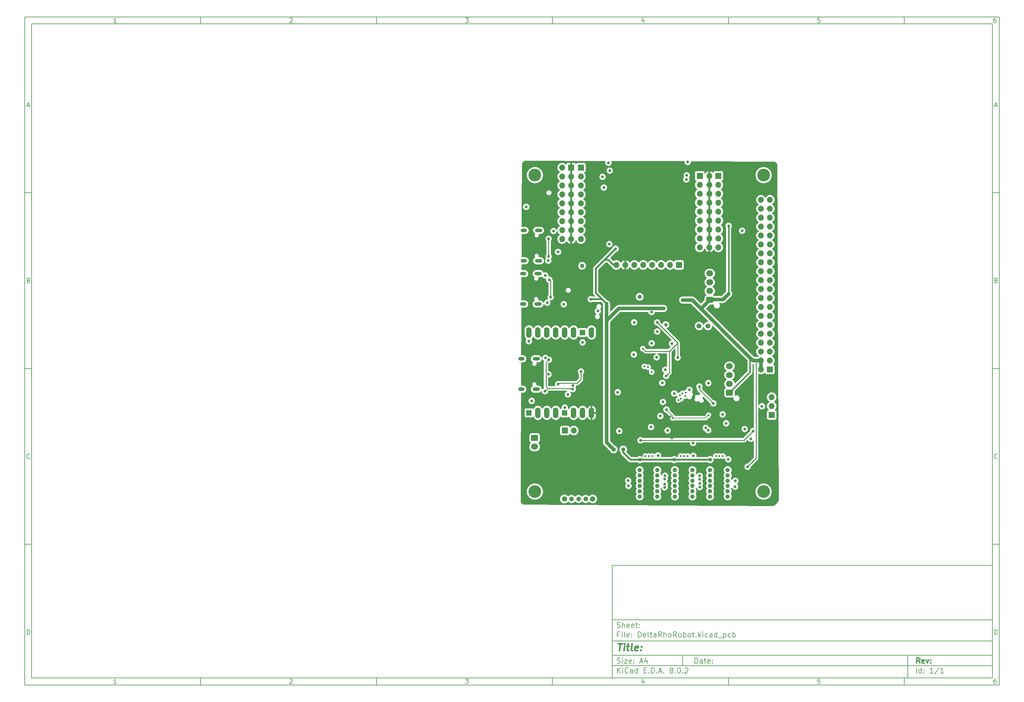
<source format=gbr>
%TF.GenerationSoftware,KiCad,Pcbnew,8.0.2-8.0.2-0~ubuntu22.04.1*%
%TF.CreationDate,2024-05-27T12:26:39-04:00*%
%TF.ProjectId,DeltaRhoRobot,44656c74-6152-4686-9f52-6f626f742e6b,rev?*%
%TF.SameCoordinates,Original*%
%TF.FileFunction,Copper,L3,Inr*%
%TF.FilePolarity,Positive*%
%FSLAX46Y46*%
G04 Gerber Fmt 4.6, Leading zero omitted, Abs format (unit mm)*
G04 Created by KiCad (PCBNEW 8.0.2-8.0.2-0~ubuntu22.04.1) date 2024-05-27 12:26:39*
%MOMM*%
%LPD*%
G01*
G04 APERTURE LIST*
G04 Aperture macros list*
%AMRoundRect*
0 Rectangle with rounded corners*
0 $1 Rounding radius*
0 $2 $3 $4 $5 $6 $7 $8 $9 X,Y pos of 4 corners*
0 Add a 4 corners polygon primitive as box body*
4,1,4,$2,$3,$4,$5,$6,$7,$8,$9,$2,$3,0*
0 Add four circle primitives for the rounded corners*
1,1,$1+$1,$2,$3*
1,1,$1+$1,$4,$5*
1,1,$1+$1,$6,$7*
1,1,$1+$1,$8,$9*
0 Add four rect primitives between the rounded corners*
20,1,$1+$1,$2,$3,$4,$5,0*
20,1,$1+$1,$4,$5,$6,$7,0*
20,1,$1+$1,$6,$7,$8,$9,0*
20,1,$1+$1,$8,$9,$2,$3,0*%
G04 Aperture macros list end*
%ADD10C,0.100000*%
%ADD11C,0.150000*%
%ADD12C,0.300000*%
%ADD13C,0.400000*%
%TA.AperFunction,ComponentPad*%
%ADD14R,1.700000X1.700000*%
%TD*%
%TA.AperFunction,ComponentPad*%
%ADD15O,1.700000X1.700000*%
%TD*%
%TA.AperFunction,ComponentPad*%
%ADD16C,0.600000*%
%TD*%
%TA.AperFunction,ComponentPad*%
%ADD17C,1.400000*%
%TD*%
%TA.AperFunction,ComponentPad*%
%ADD18RoundRect,0.250000X0.725000X-0.600000X0.725000X0.600000X-0.725000X0.600000X-0.725000X-0.600000X0*%
%TD*%
%TA.AperFunction,ComponentPad*%
%ADD19O,1.950000X1.700000*%
%TD*%
%TA.AperFunction,ComponentPad*%
%ADD20C,1.244600*%
%TD*%
%TA.AperFunction,ComponentPad*%
%ADD21C,3.600000*%
%TD*%
%TA.AperFunction,ComponentPad*%
%ADD22RoundRect,0.250000X-0.750000X0.600000X-0.750000X-0.600000X0.750000X-0.600000X0.750000X0.600000X0*%
%TD*%
%TA.AperFunction,ComponentPad*%
%ADD23O,2.000000X1.700000*%
%TD*%
%TA.AperFunction,ComponentPad*%
%ADD24O,2.100000X1.000000*%
%TD*%
%TA.AperFunction,ComponentPad*%
%ADD25O,1.800000X1.000000*%
%TD*%
%TA.AperFunction,ComponentPad*%
%ADD26C,1.320800*%
%TD*%
%TA.AperFunction,ComponentPad*%
%ADD27C,1.498600*%
%TD*%
%TA.AperFunction,ComponentPad*%
%ADD28R,1.524000X1.524000*%
%TD*%
%TA.AperFunction,ComponentPad*%
%ADD29O,1.524000X3.048000*%
%TD*%
%TA.AperFunction,ViaPad*%
%ADD30C,0.800000*%
%TD*%
%TA.AperFunction,ViaPad*%
%ADD31C,0.600000*%
%TD*%
%TA.AperFunction,ViaPad*%
%ADD32C,1.000000*%
%TD*%
%TA.AperFunction,ViaPad*%
%ADD33C,1.200000*%
%TD*%
%TA.AperFunction,ViaPad*%
%ADD34C,1.400000*%
%TD*%
%TA.AperFunction,Conductor*%
%ADD35C,0.200000*%
%TD*%
%TA.AperFunction,Conductor*%
%ADD36C,0.250000*%
%TD*%
%TA.AperFunction,Conductor*%
%ADD37C,1.000000*%
%TD*%
%TA.AperFunction,Conductor*%
%ADD38C,0.400000*%
%TD*%
%TA.AperFunction,Conductor*%
%ADD39C,0.500000*%
%TD*%
G04 APERTURE END LIST*
D10*
D11*
X177002200Y-166007200D02*
X285002200Y-166007200D01*
X285002200Y-198007200D01*
X177002200Y-198007200D01*
X177002200Y-166007200D01*
D10*
D11*
X10000000Y-10000000D02*
X287002200Y-10000000D01*
X287002200Y-200007200D01*
X10000000Y-200007200D01*
X10000000Y-10000000D01*
D10*
D11*
X12000000Y-12000000D02*
X285002200Y-12000000D01*
X285002200Y-198007200D01*
X12000000Y-198007200D01*
X12000000Y-12000000D01*
D10*
D11*
X60000000Y-12000000D02*
X60000000Y-10000000D01*
D10*
D11*
X110000000Y-12000000D02*
X110000000Y-10000000D01*
D10*
D11*
X160000000Y-12000000D02*
X160000000Y-10000000D01*
D10*
D11*
X210000000Y-12000000D02*
X210000000Y-10000000D01*
D10*
D11*
X260000000Y-12000000D02*
X260000000Y-10000000D01*
D10*
D11*
X36089160Y-11593604D02*
X35346303Y-11593604D01*
X35717731Y-11593604D02*
X35717731Y-10293604D01*
X35717731Y-10293604D02*
X35593922Y-10479319D01*
X35593922Y-10479319D02*
X35470112Y-10603128D01*
X35470112Y-10603128D02*
X35346303Y-10665033D01*
D10*
D11*
X85346303Y-10417414D02*
X85408207Y-10355509D01*
X85408207Y-10355509D02*
X85532017Y-10293604D01*
X85532017Y-10293604D02*
X85841541Y-10293604D01*
X85841541Y-10293604D02*
X85965350Y-10355509D01*
X85965350Y-10355509D02*
X86027255Y-10417414D01*
X86027255Y-10417414D02*
X86089160Y-10541223D01*
X86089160Y-10541223D02*
X86089160Y-10665033D01*
X86089160Y-10665033D02*
X86027255Y-10850747D01*
X86027255Y-10850747D02*
X85284398Y-11593604D01*
X85284398Y-11593604D02*
X86089160Y-11593604D01*
D10*
D11*
X135284398Y-10293604D02*
X136089160Y-10293604D01*
X136089160Y-10293604D02*
X135655826Y-10788842D01*
X135655826Y-10788842D02*
X135841541Y-10788842D01*
X135841541Y-10788842D02*
X135965350Y-10850747D01*
X135965350Y-10850747D02*
X136027255Y-10912652D01*
X136027255Y-10912652D02*
X136089160Y-11036461D01*
X136089160Y-11036461D02*
X136089160Y-11345985D01*
X136089160Y-11345985D02*
X136027255Y-11469795D01*
X136027255Y-11469795D02*
X135965350Y-11531700D01*
X135965350Y-11531700D02*
X135841541Y-11593604D01*
X135841541Y-11593604D02*
X135470112Y-11593604D01*
X135470112Y-11593604D02*
X135346303Y-11531700D01*
X135346303Y-11531700D02*
X135284398Y-11469795D01*
D10*
D11*
X185965350Y-10726938D02*
X185965350Y-11593604D01*
X185655826Y-10231700D02*
X185346303Y-11160271D01*
X185346303Y-11160271D02*
X186151064Y-11160271D01*
D10*
D11*
X236027255Y-10293604D02*
X235408207Y-10293604D01*
X235408207Y-10293604D02*
X235346303Y-10912652D01*
X235346303Y-10912652D02*
X235408207Y-10850747D01*
X235408207Y-10850747D02*
X235532017Y-10788842D01*
X235532017Y-10788842D02*
X235841541Y-10788842D01*
X235841541Y-10788842D02*
X235965350Y-10850747D01*
X235965350Y-10850747D02*
X236027255Y-10912652D01*
X236027255Y-10912652D02*
X236089160Y-11036461D01*
X236089160Y-11036461D02*
X236089160Y-11345985D01*
X236089160Y-11345985D02*
X236027255Y-11469795D01*
X236027255Y-11469795D02*
X235965350Y-11531700D01*
X235965350Y-11531700D02*
X235841541Y-11593604D01*
X235841541Y-11593604D02*
X235532017Y-11593604D01*
X235532017Y-11593604D02*
X235408207Y-11531700D01*
X235408207Y-11531700D02*
X235346303Y-11469795D01*
D10*
D11*
X285965350Y-10293604D02*
X285717731Y-10293604D01*
X285717731Y-10293604D02*
X285593922Y-10355509D01*
X285593922Y-10355509D02*
X285532017Y-10417414D01*
X285532017Y-10417414D02*
X285408207Y-10603128D01*
X285408207Y-10603128D02*
X285346303Y-10850747D01*
X285346303Y-10850747D02*
X285346303Y-11345985D01*
X285346303Y-11345985D02*
X285408207Y-11469795D01*
X285408207Y-11469795D02*
X285470112Y-11531700D01*
X285470112Y-11531700D02*
X285593922Y-11593604D01*
X285593922Y-11593604D02*
X285841541Y-11593604D01*
X285841541Y-11593604D02*
X285965350Y-11531700D01*
X285965350Y-11531700D02*
X286027255Y-11469795D01*
X286027255Y-11469795D02*
X286089160Y-11345985D01*
X286089160Y-11345985D02*
X286089160Y-11036461D01*
X286089160Y-11036461D02*
X286027255Y-10912652D01*
X286027255Y-10912652D02*
X285965350Y-10850747D01*
X285965350Y-10850747D02*
X285841541Y-10788842D01*
X285841541Y-10788842D02*
X285593922Y-10788842D01*
X285593922Y-10788842D02*
X285470112Y-10850747D01*
X285470112Y-10850747D02*
X285408207Y-10912652D01*
X285408207Y-10912652D02*
X285346303Y-11036461D01*
D10*
D11*
X60000000Y-198007200D02*
X60000000Y-200007200D01*
D10*
D11*
X110000000Y-198007200D02*
X110000000Y-200007200D01*
D10*
D11*
X160000000Y-198007200D02*
X160000000Y-200007200D01*
D10*
D11*
X210000000Y-198007200D02*
X210000000Y-200007200D01*
D10*
D11*
X260000000Y-198007200D02*
X260000000Y-200007200D01*
D10*
D11*
X36089160Y-199600804D02*
X35346303Y-199600804D01*
X35717731Y-199600804D02*
X35717731Y-198300804D01*
X35717731Y-198300804D02*
X35593922Y-198486519D01*
X35593922Y-198486519D02*
X35470112Y-198610328D01*
X35470112Y-198610328D02*
X35346303Y-198672233D01*
D10*
D11*
X85346303Y-198424614D02*
X85408207Y-198362709D01*
X85408207Y-198362709D02*
X85532017Y-198300804D01*
X85532017Y-198300804D02*
X85841541Y-198300804D01*
X85841541Y-198300804D02*
X85965350Y-198362709D01*
X85965350Y-198362709D02*
X86027255Y-198424614D01*
X86027255Y-198424614D02*
X86089160Y-198548423D01*
X86089160Y-198548423D02*
X86089160Y-198672233D01*
X86089160Y-198672233D02*
X86027255Y-198857947D01*
X86027255Y-198857947D02*
X85284398Y-199600804D01*
X85284398Y-199600804D02*
X86089160Y-199600804D01*
D10*
D11*
X135284398Y-198300804D02*
X136089160Y-198300804D01*
X136089160Y-198300804D02*
X135655826Y-198796042D01*
X135655826Y-198796042D02*
X135841541Y-198796042D01*
X135841541Y-198796042D02*
X135965350Y-198857947D01*
X135965350Y-198857947D02*
X136027255Y-198919852D01*
X136027255Y-198919852D02*
X136089160Y-199043661D01*
X136089160Y-199043661D02*
X136089160Y-199353185D01*
X136089160Y-199353185D02*
X136027255Y-199476995D01*
X136027255Y-199476995D02*
X135965350Y-199538900D01*
X135965350Y-199538900D02*
X135841541Y-199600804D01*
X135841541Y-199600804D02*
X135470112Y-199600804D01*
X135470112Y-199600804D02*
X135346303Y-199538900D01*
X135346303Y-199538900D02*
X135284398Y-199476995D01*
D10*
D11*
X185965350Y-198734138D02*
X185965350Y-199600804D01*
X185655826Y-198238900D02*
X185346303Y-199167471D01*
X185346303Y-199167471D02*
X186151064Y-199167471D01*
D10*
D11*
X236027255Y-198300804D02*
X235408207Y-198300804D01*
X235408207Y-198300804D02*
X235346303Y-198919852D01*
X235346303Y-198919852D02*
X235408207Y-198857947D01*
X235408207Y-198857947D02*
X235532017Y-198796042D01*
X235532017Y-198796042D02*
X235841541Y-198796042D01*
X235841541Y-198796042D02*
X235965350Y-198857947D01*
X235965350Y-198857947D02*
X236027255Y-198919852D01*
X236027255Y-198919852D02*
X236089160Y-199043661D01*
X236089160Y-199043661D02*
X236089160Y-199353185D01*
X236089160Y-199353185D02*
X236027255Y-199476995D01*
X236027255Y-199476995D02*
X235965350Y-199538900D01*
X235965350Y-199538900D02*
X235841541Y-199600804D01*
X235841541Y-199600804D02*
X235532017Y-199600804D01*
X235532017Y-199600804D02*
X235408207Y-199538900D01*
X235408207Y-199538900D02*
X235346303Y-199476995D01*
D10*
D11*
X285965350Y-198300804D02*
X285717731Y-198300804D01*
X285717731Y-198300804D02*
X285593922Y-198362709D01*
X285593922Y-198362709D02*
X285532017Y-198424614D01*
X285532017Y-198424614D02*
X285408207Y-198610328D01*
X285408207Y-198610328D02*
X285346303Y-198857947D01*
X285346303Y-198857947D02*
X285346303Y-199353185D01*
X285346303Y-199353185D02*
X285408207Y-199476995D01*
X285408207Y-199476995D02*
X285470112Y-199538900D01*
X285470112Y-199538900D02*
X285593922Y-199600804D01*
X285593922Y-199600804D02*
X285841541Y-199600804D01*
X285841541Y-199600804D02*
X285965350Y-199538900D01*
X285965350Y-199538900D02*
X286027255Y-199476995D01*
X286027255Y-199476995D02*
X286089160Y-199353185D01*
X286089160Y-199353185D02*
X286089160Y-199043661D01*
X286089160Y-199043661D02*
X286027255Y-198919852D01*
X286027255Y-198919852D02*
X285965350Y-198857947D01*
X285965350Y-198857947D02*
X285841541Y-198796042D01*
X285841541Y-198796042D02*
X285593922Y-198796042D01*
X285593922Y-198796042D02*
X285470112Y-198857947D01*
X285470112Y-198857947D02*
X285408207Y-198919852D01*
X285408207Y-198919852D02*
X285346303Y-199043661D01*
D10*
D11*
X10000000Y-60000000D02*
X12000000Y-60000000D01*
D10*
D11*
X10000000Y-110000000D02*
X12000000Y-110000000D01*
D10*
D11*
X10000000Y-160000000D02*
X12000000Y-160000000D01*
D10*
D11*
X10690476Y-35222176D02*
X11309523Y-35222176D01*
X10566666Y-35593604D02*
X10999999Y-34293604D01*
X10999999Y-34293604D02*
X11433333Y-35593604D01*
D10*
D11*
X11092857Y-84912652D02*
X11278571Y-84974557D01*
X11278571Y-84974557D02*
X11340476Y-85036461D01*
X11340476Y-85036461D02*
X11402380Y-85160271D01*
X11402380Y-85160271D02*
X11402380Y-85345985D01*
X11402380Y-85345985D02*
X11340476Y-85469795D01*
X11340476Y-85469795D02*
X11278571Y-85531700D01*
X11278571Y-85531700D02*
X11154761Y-85593604D01*
X11154761Y-85593604D02*
X10659523Y-85593604D01*
X10659523Y-85593604D02*
X10659523Y-84293604D01*
X10659523Y-84293604D02*
X11092857Y-84293604D01*
X11092857Y-84293604D02*
X11216666Y-84355509D01*
X11216666Y-84355509D02*
X11278571Y-84417414D01*
X11278571Y-84417414D02*
X11340476Y-84541223D01*
X11340476Y-84541223D02*
X11340476Y-84665033D01*
X11340476Y-84665033D02*
X11278571Y-84788842D01*
X11278571Y-84788842D02*
X11216666Y-84850747D01*
X11216666Y-84850747D02*
X11092857Y-84912652D01*
X11092857Y-84912652D02*
X10659523Y-84912652D01*
D10*
D11*
X11402380Y-135469795D02*
X11340476Y-135531700D01*
X11340476Y-135531700D02*
X11154761Y-135593604D01*
X11154761Y-135593604D02*
X11030952Y-135593604D01*
X11030952Y-135593604D02*
X10845238Y-135531700D01*
X10845238Y-135531700D02*
X10721428Y-135407890D01*
X10721428Y-135407890D02*
X10659523Y-135284080D01*
X10659523Y-135284080D02*
X10597619Y-135036461D01*
X10597619Y-135036461D02*
X10597619Y-134850747D01*
X10597619Y-134850747D02*
X10659523Y-134603128D01*
X10659523Y-134603128D02*
X10721428Y-134479319D01*
X10721428Y-134479319D02*
X10845238Y-134355509D01*
X10845238Y-134355509D02*
X11030952Y-134293604D01*
X11030952Y-134293604D02*
X11154761Y-134293604D01*
X11154761Y-134293604D02*
X11340476Y-134355509D01*
X11340476Y-134355509D02*
X11402380Y-134417414D01*
D10*
D11*
X10659523Y-185593604D02*
X10659523Y-184293604D01*
X10659523Y-184293604D02*
X10969047Y-184293604D01*
X10969047Y-184293604D02*
X11154761Y-184355509D01*
X11154761Y-184355509D02*
X11278571Y-184479319D01*
X11278571Y-184479319D02*
X11340476Y-184603128D01*
X11340476Y-184603128D02*
X11402380Y-184850747D01*
X11402380Y-184850747D02*
X11402380Y-185036461D01*
X11402380Y-185036461D02*
X11340476Y-185284080D01*
X11340476Y-185284080D02*
X11278571Y-185407890D01*
X11278571Y-185407890D02*
X11154761Y-185531700D01*
X11154761Y-185531700D02*
X10969047Y-185593604D01*
X10969047Y-185593604D02*
X10659523Y-185593604D01*
D10*
D11*
X287002200Y-60000000D02*
X285002200Y-60000000D01*
D10*
D11*
X287002200Y-110000000D02*
X285002200Y-110000000D01*
D10*
D11*
X287002200Y-160000000D02*
X285002200Y-160000000D01*
D10*
D11*
X285692676Y-35222176D02*
X286311723Y-35222176D01*
X285568866Y-35593604D02*
X286002199Y-34293604D01*
X286002199Y-34293604D02*
X286435533Y-35593604D01*
D10*
D11*
X286095057Y-84912652D02*
X286280771Y-84974557D01*
X286280771Y-84974557D02*
X286342676Y-85036461D01*
X286342676Y-85036461D02*
X286404580Y-85160271D01*
X286404580Y-85160271D02*
X286404580Y-85345985D01*
X286404580Y-85345985D02*
X286342676Y-85469795D01*
X286342676Y-85469795D02*
X286280771Y-85531700D01*
X286280771Y-85531700D02*
X286156961Y-85593604D01*
X286156961Y-85593604D02*
X285661723Y-85593604D01*
X285661723Y-85593604D02*
X285661723Y-84293604D01*
X285661723Y-84293604D02*
X286095057Y-84293604D01*
X286095057Y-84293604D02*
X286218866Y-84355509D01*
X286218866Y-84355509D02*
X286280771Y-84417414D01*
X286280771Y-84417414D02*
X286342676Y-84541223D01*
X286342676Y-84541223D02*
X286342676Y-84665033D01*
X286342676Y-84665033D02*
X286280771Y-84788842D01*
X286280771Y-84788842D02*
X286218866Y-84850747D01*
X286218866Y-84850747D02*
X286095057Y-84912652D01*
X286095057Y-84912652D02*
X285661723Y-84912652D01*
D10*
D11*
X286404580Y-135469795D02*
X286342676Y-135531700D01*
X286342676Y-135531700D02*
X286156961Y-135593604D01*
X286156961Y-135593604D02*
X286033152Y-135593604D01*
X286033152Y-135593604D02*
X285847438Y-135531700D01*
X285847438Y-135531700D02*
X285723628Y-135407890D01*
X285723628Y-135407890D02*
X285661723Y-135284080D01*
X285661723Y-135284080D02*
X285599819Y-135036461D01*
X285599819Y-135036461D02*
X285599819Y-134850747D01*
X285599819Y-134850747D02*
X285661723Y-134603128D01*
X285661723Y-134603128D02*
X285723628Y-134479319D01*
X285723628Y-134479319D02*
X285847438Y-134355509D01*
X285847438Y-134355509D02*
X286033152Y-134293604D01*
X286033152Y-134293604D02*
X286156961Y-134293604D01*
X286156961Y-134293604D02*
X286342676Y-134355509D01*
X286342676Y-134355509D02*
X286404580Y-134417414D01*
D10*
D11*
X285661723Y-185593604D02*
X285661723Y-184293604D01*
X285661723Y-184293604D02*
X285971247Y-184293604D01*
X285971247Y-184293604D02*
X286156961Y-184355509D01*
X286156961Y-184355509D02*
X286280771Y-184479319D01*
X286280771Y-184479319D02*
X286342676Y-184603128D01*
X286342676Y-184603128D02*
X286404580Y-184850747D01*
X286404580Y-184850747D02*
X286404580Y-185036461D01*
X286404580Y-185036461D02*
X286342676Y-185284080D01*
X286342676Y-185284080D02*
X286280771Y-185407890D01*
X286280771Y-185407890D02*
X286156961Y-185531700D01*
X286156961Y-185531700D02*
X285971247Y-185593604D01*
X285971247Y-185593604D02*
X285661723Y-185593604D01*
D10*
D11*
X200458026Y-193793328D02*
X200458026Y-192293328D01*
X200458026Y-192293328D02*
X200815169Y-192293328D01*
X200815169Y-192293328D02*
X201029455Y-192364757D01*
X201029455Y-192364757D02*
X201172312Y-192507614D01*
X201172312Y-192507614D02*
X201243741Y-192650471D01*
X201243741Y-192650471D02*
X201315169Y-192936185D01*
X201315169Y-192936185D02*
X201315169Y-193150471D01*
X201315169Y-193150471D02*
X201243741Y-193436185D01*
X201243741Y-193436185D02*
X201172312Y-193579042D01*
X201172312Y-193579042D02*
X201029455Y-193721900D01*
X201029455Y-193721900D02*
X200815169Y-193793328D01*
X200815169Y-193793328D02*
X200458026Y-193793328D01*
X202600884Y-193793328D02*
X202600884Y-193007614D01*
X202600884Y-193007614D02*
X202529455Y-192864757D01*
X202529455Y-192864757D02*
X202386598Y-192793328D01*
X202386598Y-192793328D02*
X202100884Y-192793328D01*
X202100884Y-192793328D02*
X201958026Y-192864757D01*
X202600884Y-193721900D02*
X202458026Y-193793328D01*
X202458026Y-193793328D02*
X202100884Y-193793328D01*
X202100884Y-193793328D02*
X201958026Y-193721900D01*
X201958026Y-193721900D02*
X201886598Y-193579042D01*
X201886598Y-193579042D02*
X201886598Y-193436185D01*
X201886598Y-193436185D02*
X201958026Y-193293328D01*
X201958026Y-193293328D02*
X202100884Y-193221900D01*
X202100884Y-193221900D02*
X202458026Y-193221900D01*
X202458026Y-193221900D02*
X202600884Y-193150471D01*
X203100884Y-192793328D02*
X203672312Y-192793328D01*
X203315169Y-192293328D02*
X203315169Y-193579042D01*
X203315169Y-193579042D02*
X203386598Y-193721900D01*
X203386598Y-193721900D02*
X203529455Y-193793328D01*
X203529455Y-193793328D02*
X203672312Y-193793328D01*
X204743741Y-193721900D02*
X204600884Y-193793328D01*
X204600884Y-193793328D02*
X204315170Y-193793328D01*
X204315170Y-193793328D02*
X204172312Y-193721900D01*
X204172312Y-193721900D02*
X204100884Y-193579042D01*
X204100884Y-193579042D02*
X204100884Y-193007614D01*
X204100884Y-193007614D02*
X204172312Y-192864757D01*
X204172312Y-192864757D02*
X204315170Y-192793328D01*
X204315170Y-192793328D02*
X204600884Y-192793328D01*
X204600884Y-192793328D02*
X204743741Y-192864757D01*
X204743741Y-192864757D02*
X204815170Y-193007614D01*
X204815170Y-193007614D02*
X204815170Y-193150471D01*
X204815170Y-193150471D02*
X204100884Y-193293328D01*
X205458026Y-193650471D02*
X205529455Y-193721900D01*
X205529455Y-193721900D02*
X205458026Y-193793328D01*
X205458026Y-193793328D02*
X205386598Y-193721900D01*
X205386598Y-193721900D02*
X205458026Y-193650471D01*
X205458026Y-193650471D02*
X205458026Y-193793328D01*
X205458026Y-192864757D02*
X205529455Y-192936185D01*
X205529455Y-192936185D02*
X205458026Y-193007614D01*
X205458026Y-193007614D02*
X205386598Y-192936185D01*
X205386598Y-192936185D02*
X205458026Y-192864757D01*
X205458026Y-192864757D02*
X205458026Y-193007614D01*
D10*
D11*
X177002200Y-194507200D02*
X285002200Y-194507200D01*
D10*
D11*
X178458026Y-196593328D02*
X178458026Y-195093328D01*
X179315169Y-196593328D02*
X178672312Y-195736185D01*
X179315169Y-195093328D02*
X178458026Y-195950471D01*
X179958026Y-196593328D02*
X179958026Y-195593328D01*
X179958026Y-195093328D02*
X179886598Y-195164757D01*
X179886598Y-195164757D02*
X179958026Y-195236185D01*
X179958026Y-195236185D02*
X180029455Y-195164757D01*
X180029455Y-195164757D02*
X179958026Y-195093328D01*
X179958026Y-195093328D02*
X179958026Y-195236185D01*
X181529455Y-196450471D02*
X181458027Y-196521900D01*
X181458027Y-196521900D02*
X181243741Y-196593328D01*
X181243741Y-196593328D02*
X181100884Y-196593328D01*
X181100884Y-196593328D02*
X180886598Y-196521900D01*
X180886598Y-196521900D02*
X180743741Y-196379042D01*
X180743741Y-196379042D02*
X180672312Y-196236185D01*
X180672312Y-196236185D02*
X180600884Y-195950471D01*
X180600884Y-195950471D02*
X180600884Y-195736185D01*
X180600884Y-195736185D02*
X180672312Y-195450471D01*
X180672312Y-195450471D02*
X180743741Y-195307614D01*
X180743741Y-195307614D02*
X180886598Y-195164757D01*
X180886598Y-195164757D02*
X181100884Y-195093328D01*
X181100884Y-195093328D02*
X181243741Y-195093328D01*
X181243741Y-195093328D02*
X181458027Y-195164757D01*
X181458027Y-195164757D02*
X181529455Y-195236185D01*
X182815170Y-196593328D02*
X182815170Y-195807614D01*
X182815170Y-195807614D02*
X182743741Y-195664757D01*
X182743741Y-195664757D02*
X182600884Y-195593328D01*
X182600884Y-195593328D02*
X182315170Y-195593328D01*
X182315170Y-195593328D02*
X182172312Y-195664757D01*
X182815170Y-196521900D02*
X182672312Y-196593328D01*
X182672312Y-196593328D02*
X182315170Y-196593328D01*
X182315170Y-196593328D02*
X182172312Y-196521900D01*
X182172312Y-196521900D02*
X182100884Y-196379042D01*
X182100884Y-196379042D02*
X182100884Y-196236185D01*
X182100884Y-196236185D02*
X182172312Y-196093328D01*
X182172312Y-196093328D02*
X182315170Y-196021900D01*
X182315170Y-196021900D02*
X182672312Y-196021900D01*
X182672312Y-196021900D02*
X182815170Y-195950471D01*
X184172313Y-196593328D02*
X184172313Y-195093328D01*
X184172313Y-196521900D02*
X184029455Y-196593328D01*
X184029455Y-196593328D02*
X183743741Y-196593328D01*
X183743741Y-196593328D02*
X183600884Y-196521900D01*
X183600884Y-196521900D02*
X183529455Y-196450471D01*
X183529455Y-196450471D02*
X183458027Y-196307614D01*
X183458027Y-196307614D02*
X183458027Y-195879042D01*
X183458027Y-195879042D02*
X183529455Y-195736185D01*
X183529455Y-195736185D02*
X183600884Y-195664757D01*
X183600884Y-195664757D02*
X183743741Y-195593328D01*
X183743741Y-195593328D02*
X184029455Y-195593328D01*
X184029455Y-195593328D02*
X184172313Y-195664757D01*
X186029455Y-195807614D02*
X186529455Y-195807614D01*
X186743741Y-196593328D02*
X186029455Y-196593328D01*
X186029455Y-196593328D02*
X186029455Y-195093328D01*
X186029455Y-195093328D02*
X186743741Y-195093328D01*
X187386598Y-196450471D02*
X187458027Y-196521900D01*
X187458027Y-196521900D02*
X187386598Y-196593328D01*
X187386598Y-196593328D02*
X187315170Y-196521900D01*
X187315170Y-196521900D02*
X187386598Y-196450471D01*
X187386598Y-196450471D02*
X187386598Y-196593328D01*
X188100884Y-196593328D02*
X188100884Y-195093328D01*
X188100884Y-195093328D02*
X188458027Y-195093328D01*
X188458027Y-195093328D02*
X188672313Y-195164757D01*
X188672313Y-195164757D02*
X188815170Y-195307614D01*
X188815170Y-195307614D02*
X188886599Y-195450471D01*
X188886599Y-195450471D02*
X188958027Y-195736185D01*
X188958027Y-195736185D02*
X188958027Y-195950471D01*
X188958027Y-195950471D02*
X188886599Y-196236185D01*
X188886599Y-196236185D02*
X188815170Y-196379042D01*
X188815170Y-196379042D02*
X188672313Y-196521900D01*
X188672313Y-196521900D02*
X188458027Y-196593328D01*
X188458027Y-196593328D02*
X188100884Y-196593328D01*
X189600884Y-196450471D02*
X189672313Y-196521900D01*
X189672313Y-196521900D02*
X189600884Y-196593328D01*
X189600884Y-196593328D02*
X189529456Y-196521900D01*
X189529456Y-196521900D02*
X189600884Y-196450471D01*
X189600884Y-196450471D02*
X189600884Y-196593328D01*
X190243742Y-196164757D02*
X190958028Y-196164757D01*
X190100885Y-196593328D02*
X190600885Y-195093328D01*
X190600885Y-195093328D02*
X191100885Y-196593328D01*
X191600884Y-196450471D02*
X191672313Y-196521900D01*
X191672313Y-196521900D02*
X191600884Y-196593328D01*
X191600884Y-196593328D02*
X191529456Y-196521900D01*
X191529456Y-196521900D02*
X191600884Y-196450471D01*
X191600884Y-196450471D02*
X191600884Y-196593328D01*
X193672313Y-195736185D02*
X193529456Y-195664757D01*
X193529456Y-195664757D02*
X193458027Y-195593328D01*
X193458027Y-195593328D02*
X193386599Y-195450471D01*
X193386599Y-195450471D02*
X193386599Y-195379042D01*
X193386599Y-195379042D02*
X193458027Y-195236185D01*
X193458027Y-195236185D02*
X193529456Y-195164757D01*
X193529456Y-195164757D02*
X193672313Y-195093328D01*
X193672313Y-195093328D02*
X193958027Y-195093328D01*
X193958027Y-195093328D02*
X194100885Y-195164757D01*
X194100885Y-195164757D02*
X194172313Y-195236185D01*
X194172313Y-195236185D02*
X194243742Y-195379042D01*
X194243742Y-195379042D02*
X194243742Y-195450471D01*
X194243742Y-195450471D02*
X194172313Y-195593328D01*
X194172313Y-195593328D02*
X194100885Y-195664757D01*
X194100885Y-195664757D02*
X193958027Y-195736185D01*
X193958027Y-195736185D02*
X193672313Y-195736185D01*
X193672313Y-195736185D02*
X193529456Y-195807614D01*
X193529456Y-195807614D02*
X193458027Y-195879042D01*
X193458027Y-195879042D02*
X193386599Y-196021900D01*
X193386599Y-196021900D02*
X193386599Y-196307614D01*
X193386599Y-196307614D02*
X193458027Y-196450471D01*
X193458027Y-196450471D02*
X193529456Y-196521900D01*
X193529456Y-196521900D02*
X193672313Y-196593328D01*
X193672313Y-196593328D02*
X193958027Y-196593328D01*
X193958027Y-196593328D02*
X194100885Y-196521900D01*
X194100885Y-196521900D02*
X194172313Y-196450471D01*
X194172313Y-196450471D02*
X194243742Y-196307614D01*
X194243742Y-196307614D02*
X194243742Y-196021900D01*
X194243742Y-196021900D02*
X194172313Y-195879042D01*
X194172313Y-195879042D02*
X194100885Y-195807614D01*
X194100885Y-195807614D02*
X193958027Y-195736185D01*
X194886598Y-196450471D02*
X194958027Y-196521900D01*
X194958027Y-196521900D02*
X194886598Y-196593328D01*
X194886598Y-196593328D02*
X194815170Y-196521900D01*
X194815170Y-196521900D02*
X194886598Y-196450471D01*
X194886598Y-196450471D02*
X194886598Y-196593328D01*
X195886599Y-195093328D02*
X196029456Y-195093328D01*
X196029456Y-195093328D02*
X196172313Y-195164757D01*
X196172313Y-195164757D02*
X196243742Y-195236185D01*
X196243742Y-195236185D02*
X196315170Y-195379042D01*
X196315170Y-195379042D02*
X196386599Y-195664757D01*
X196386599Y-195664757D02*
X196386599Y-196021900D01*
X196386599Y-196021900D02*
X196315170Y-196307614D01*
X196315170Y-196307614D02*
X196243742Y-196450471D01*
X196243742Y-196450471D02*
X196172313Y-196521900D01*
X196172313Y-196521900D02*
X196029456Y-196593328D01*
X196029456Y-196593328D02*
X195886599Y-196593328D01*
X195886599Y-196593328D02*
X195743742Y-196521900D01*
X195743742Y-196521900D02*
X195672313Y-196450471D01*
X195672313Y-196450471D02*
X195600884Y-196307614D01*
X195600884Y-196307614D02*
X195529456Y-196021900D01*
X195529456Y-196021900D02*
X195529456Y-195664757D01*
X195529456Y-195664757D02*
X195600884Y-195379042D01*
X195600884Y-195379042D02*
X195672313Y-195236185D01*
X195672313Y-195236185D02*
X195743742Y-195164757D01*
X195743742Y-195164757D02*
X195886599Y-195093328D01*
X197029455Y-196450471D02*
X197100884Y-196521900D01*
X197100884Y-196521900D02*
X197029455Y-196593328D01*
X197029455Y-196593328D02*
X196958027Y-196521900D01*
X196958027Y-196521900D02*
X197029455Y-196450471D01*
X197029455Y-196450471D02*
X197029455Y-196593328D01*
X197672313Y-195236185D02*
X197743741Y-195164757D01*
X197743741Y-195164757D02*
X197886599Y-195093328D01*
X197886599Y-195093328D02*
X198243741Y-195093328D01*
X198243741Y-195093328D02*
X198386599Y-195164757D01*
X198386599Y-195164757D02*
X198458027Y-195236185D01*
X198458027Y-195236185D02*
X198529456Y-195379042D01*
X198529456Y-195379042D02*
X198529456Y-195521900D01*
X198529456Y-195521900D02*
X198458027Y-195736185D01*
X198458027Y-195736185D02*
X197600884Y-196593328D01*
X197600884Y-196593328D02*
X198529456Y-196593328D01*
D10*
D11*
X177002200Y-191507200D02*
X285002200Y-191507200D01*
D10*
D12*
X264413853Y-193785528D02*
X263913853Y-193071242D01*
X263556710Y-193785528D02*
X263556710Y-192285528D01*
X263556710Y-192285528D02*
X264128139Y-192285528D01*
X264128139Y-192285528D02*
X264270996Y-192356957D01*
X264270996Y-192356957D02*
X264342425Y-192428385D01*
X264342425Y-192428385D02*
X264413853Y-192571242D01*
X264413853Y-192571242D02*
X264413853Y-192785528D01*
X264413853Y-192785528D02*
X264342425Y-192928385D01*
X264342425Y-192928385D02*
X264270996Y-192999814D01*
X264270996Y-192999814D02*
X264128139Y-193071242D01*
X264128139Y-193071242D02*
X263556710Y-193071242D01*
X265628139Y-193714100D02*
X265485282Y-193785528D01*
X265485282Y-193785528D02*
X265199568Y-193785528D01*
X265199568Y-193785528D02*
X265056710Y-193714100D01*
X265056710Y-193714100D02*
X264985282Y-193571242D01*
X264985282Y-193571242D02*
X264985282Y-192999814D01*
X264985282Y-192999814D02*
X265056710Y-192856957D01*
X265056710Y-192856957D02*
X265199568Y-192785528D01*
X265199568Y-192785528D02*
X265485282Y-192785528D01*
X265485282Y-192785528D02*
X265628139Y-192856957D01*
X265628139Y-192856957D02*
X265699568Y-192999814D01*
X265699568Y-192999814D02*
X265699568Y-193142671D01*
X265699568Y-193142671D02*
X264985282Y-193285528D01*
X266199567Y-192785528D02*
X266556710Y-193785528D01*
X266556710Y-193785528D02*
X266913853Y-192785528D01*
X267485281Y-193642671D02*
X267556710Y-193714100D01*
X267556710Y-193714100D02*
X267485281Y-193785528D01*
X267485281Y-193785528D02*
X267413853Y-193714100D01*
X267413853Y-193714100D02*
X267485281Y-193642671D01*
X267485281Y-193642671D02*
X267485281Y-193785528D01*
X267485281Y-192856957D02*
X267556710Y-192928385D01*
X267556710Y-192928385D02*
X267485281Y-192999814D01*
X267485281Y-192999814D02*
X267413853Y-192928385D01*
X267413853Y-192928385D02*
X267485281Y-192856957D01*
X267485281Y-192856957D02*
X267485281Y-192999814D01*
D10*
D11*
X178386598Y-193721900D02*
X178600884Y-193793328D01*
X178600884Y-193793328D02*
X178958026Y-193793328D01*
X178958026Y-193793328D02*
X179100884Y-193721900D01*
X179100884Y-193721900D02*
X179172312Y-193650471D01*
X179172312Y-193650471D02*
X179243741Y-193507614D01*
X179243741Y-193507614D02*
X179243741Y-193364757D01*
X179243741Y-193364757D02*
X179172312Y-193221900D01*
X179172312Y-193221900D02*
X179100884Y-193150471D01*
X179100884Y-193150471D02*
X178958026Y-193079042D01*
X178958026Y-193079042D02*
X178672312Y-193007614D01*
X178672312Y-193007614D02*
X178529455Y-192936185D01*
X178529455Y-192936185D02*
X178458026Y-192864757D01*
X178458026Y-192864757D02*
X178386598Y-192721900D01*
X178386598Y-192721900D02*
X178386598Y-192579042D01*
X178386598Y-192579042D02*
X178458026Y-192436185D01*
X178458026Y-192436185D02*
X178529455Y-192364757D01*
X178529455Y-192364757D02*
X178672312Y-192293328D01*
X178672312Y-192293328D02*
X179029455Y-192293328D01*
X179029455Y-192293328D02*
X179243741Y-192364757D01*
X179886597Y-193793328D02*
X179886597Y-192793328D01*
X179886597Y-192293328D02*
X179815169Y-192364757D01*
X179815169Y-192364757D02*
X179886597Y-192436185D01*
X179886597Y-192436185D02*
X179958026Y-192364757D01*
X179958026Y-192364757D02*
X179886597Y-192293328D01*
X179886597Y-192293328D02*
X179886597Y-192436185D01*
X180458026Y-192793328D02*
X181243741Y-192793328D01*
X181243741Y-192793328D02*
X180458026Y-193793328D01*
X180458026Y-193793328D02*
X181243741Y-193793328D01*
X182386598Y-193721900D02*
X182243741Y-193793328D01*
X182243741Y-193793328D02*
X181958027Y-193793328D01*
X181958027Y-193793328D02*
X181815169Y-193721900D01*
X181815169Y-193721900D02*
X181743741Y-193579042D01*
X181743741Y-193579042D02*
X181743741Y-193007614D01*
X181743741Y-193007614D02*
X181815169Y-192864757D01*
X181815169Y-192864757D02*
X181958027Y-192793328D01*
X181958027Y-192793328D02*
X182243741Y-192793328D01*
X182243741Y-192793328D02*
X182386598Y-192864757D01*
X182386598Y-192864757D02*
X182458027Y-193007614D01*
X182458027Y-193007614D02*
X182458027Y-193150471D01*
X182458027Y-193150471D02*
X181743741Y-193293328D01*
X183100883Y-193650471D02*
X183172312Y-193721900D01*
X183172312Y-193721900D02*
X183100883Y-193793328D01*
X183100883Y-193793328D02*
X183029455Y-193721900D01*
X183029455Y-193721900D02*
X183100883Y-193650471D01*
X183100883Y-193650471D02*
X183100883Y-193793328D01*
X183100883Y-192864757D02*
X183172312Y-192936185D01*
X183172312Y-192936185D02*
X183100883Y-193007614D01*
X183100883Y-193007614D02*
X183029455Y-192936185D01*
X183029455Y-192936185D02*
X183100883Y-192864757D01*
X183100883Y-192864757D02*
X183100883Y-193007614D01*
X184886598Y-193364757D02*
X185600884Y-193364757D01*
X184743741Y-193793328D02*
X185243741Y-192293328D01*
X185243741Y-192293328D02*
X185743741Y-193793328D01*
X186886598Y-192793328D02*
X186886598Y-193793328D01*
X186529455Y-192221900D02*
X186172312Y-193293328D01*
X186172312Y-193293328D02*
X187100883Y-193293328D01*
D10*
D11*
X263458026Y-196593328D02*
X263458026Y-195093328D01*
X264815170Y-196593328D02*
X264815170Y-195093328D01*
X264815170Y-196521900D02*
X264672312Y-196593328D01*
X264672312Y-196593328D02*
X264386598Y-196593328D01*
X264386598Y-196593328D02*
X264243741Y-196521900D01*
X264243741Y-196521900D02*
X264172312Y-196450471D01*
X264172312Y-196450471D02*
X264100884Y-196307614D01*
X264100884Y-196307614D02*
X264100884Y-195879042D01*
X264100884Y-195879042D02*
X264172312Y-195736185D01*
X264172312Y-195736185D02*
X264243741Y-195664757D01*
X264243741Y-195664757D02*
X264386598Y-195593328D01*
X264386598Y-195593328D02*
X264672312Y-195593328D01*
X264672312Y-195593328D02*
X264815170Y-195664757D01*
X265529455Y-196450471D02*
X265600884Y-196521900D01*
X265600884Y-196521900D02*
X265529455Y-196593328D01*
X265529455Y-196593328D02*
X265458027Y-196521900D01*
X265458027Y-196521900D02*
X265529455Y-196450471D01*
X265529455Y-196450471D02*
X265529455Y-196593328D01*
X265529455Y-195664757D02*
X265600884Y-195736185D01*
X265600884Y-195736185D02*
X265529455Y-195807614D01*
X265529455Y-195807614D02*
X265458027Y-195736185D01*
X265458027Y-195736185D02*
X265529455Y-195664757D01*
X265529455Y-195664757D02*
X265529455Y-195807614D01*
X268172313Y-196593328D02*
X267315170Y-196593328D01*
X267743741Y-196593328D02*
X267743741Y-195093328D01*
X267743741Y-195093328D02*
X267600884Y-195307614D01*
X267600884Y-195307614D02*
X267458027Y-195450471D01*
X267458027Y-195450471D02*
X267315170Y-195521900D01*
X269886598Y-195021900D02*
X268600884Y-196950471D01*
X271172313Y-196593328D02*
X270315170Y-196593328D01*
X270743741Y-196593328D02*
X270743741Y-195093328D01*
X270743741Y-195093328D02*
X270600884Y-195307614D01*
X270600884Y-195307614D02*
X270458027Y-195450471D01*
X270458027Y-195450471D02*
X270315170Y-195521900D01*
D10*
D11*
X177002200Y-187507200D02*
X285002200Y-187507200D01*
D10*
D13*
X178693928Y-188211638D02*
X179836785Y-188211638D01*
X179015357Y-190211638D02*
X179265357Y-188211638D01*
X180253452Y-190211638D02*
X180420119Y-188878304D01*
X180503452Y-188211638D02*
X180396309Y-188306876D01*
X180396309Y-188306876D02*
X180479643Y-188402114D01*
X180479643Y-188402114D02*
X180586786Y-188306876D01*
X180586786Y-188306876D02*
X180503452Y-188211638D01*
X180503452Y-188211638D02*
X180479643Y-188402114D01*
X181086786Y-188878304D02*
X181848690Y-188878304D01*
X181455833Y-188211638D02*
X181241548Y-189925923D01*
X181241548Y-189925923D02*
X181312976Y-190116400D01*
X181312976Y-190116400D02*
X181491548Y-190211638D01*
X181491548Y-190211638D02*
X181682024Y-190211638D01*
X182634405Y-190211638D02*
X182455833Y-190116400D01*
X182455833Y-190116400D02*
X182384405Y-189925923D01*
X182384405Y-189925923D02*
X182598690Y-188211638D01*
X184170119Y-190116400D02*
X183967738Y-190211638D01*
X183967738Y-190211638D02*
X183586785Y-190211638D01*
X183586785Y-190211638D02*
X183408214Y-190116400D01*
X183408214Y-190116400D02*
X183336785Y-189925923D01*
X183336785Y-189925923D02*
X183432024Y-189164019D01*
X183432024Y-189164019D02*
X183551071Y-188973542D01*
X183551071Y-188973542D02*
X183753452Y-188878304D01*
X183753452Y-188878304D02*
X184134404Y-188878304D01*
X184134404Y-188878304D02*
X184312976Y-188973542D01*
X184312976Y-188973542D02*
X184384404Y-189164019D01*
X184384404Y-189164019D02*
X184360595Y-189354495D01*
X184360595Y-189354495D02*
X183384404Y-189544971D01*
X185134405Y-190021161D02*
X185217738Y-190116400D01*
X185217738Y-190116400D02*
X185110595Y-190211638D01*
X185110595Y-190211638D02*
X185027262Y-190116400D01*
X185027262Y-190116400D02*
X185134405Y-190021161D01*
X185134405Y-190021161D02*
X185110595Y-190211638D01*
X185265357Y-188973542D02*
X185348690Y-189068780D01*
X185348690Y-189068780D02*
X185241548Y-189164019D01*
X185241548Y-189164019D02*
X185158214Y-189068780D01*
X185158214Y-189068780D02*
X185265357Y-188973542D01*
X185265357Y-188973542D02*
X185241548Y-189164019D01*
D10*
D11*
X178958026Y-185607614D02*
X178458026Y-185607614D01*
X178458026Y-186393328D02*
X178458026Y-184893328D01*
X178458026Y-184893328D02*
X179172312Y-184893328D01*
X179743740Y-186393328D02*
X179743740Y-185393328D01*
X179743740Y-184893328D02*
X179672312Y-184964757D01*
X179672312Y-184964757D02*
X179743740Y-185036185D01*
X179743740Y-185036185D02*
X179815169Y-184964757D01*
X179815169Y-184964757D02*
X179743740Y-184893328D01*
X179743740Y-184893328D02*
X179743740Y-185036185D01*
X180672312Y-186393328D02*
X180529455Y-186321900D01*
X180529455Y-186321900D02*
X180458026Y-186179042D01*
X180458026Y-186179042D02*
X180458026Y-184893328D01*
X181815169Y-186321900D02*
X181672312Y-186393328D01*
X181672312Y-186393328D02*
X181386598Y-186393328D01*
X181386598Y-186393328D02*
X181243740Y-186321900D01*
X181243740Y-186321900D02*
X181172312Y-186179042D01*
X181172312Y-186179042D02*
X181172312Y-185607614D01*
X181172312Y-185607614D02*
X181243740Y-185464757D01*
X181243740Y-185464757D02*
X181386598Y-185393328D01*
X181386598Y-185393328D02*
X181672312Y-185393328D01*
X181672312Y-185393328D02*
X181815169Y-185464757D01*
X181815169Y-185464757D02*
X181886598Y-185607614D01*
X181886598Y-185607614D02*
X181886598Y-185750471D01*
X181886598Y-185750471D02*
X181172312Y-185893328D01*
X182529454Y-186250471D02*
X182600883Y-186321900D01*
X182600883Y-186321900D02*
X182529454Y-186393328D01*
X182529454Y-186393328D02*
X182458026Y-186321900D01*
X182458026Y-186321900D02*
X182529454Y-186250471D01*
X182529454Y-186250471D02*
X182529454Y-186393328D01*
X182529454Y-185464757D02*
X182600883Y-185536185D01*
X182600883Y-185536185D02*
X182529454Y-185607614D01*
X182529454Y-185607614D02*
X182458026Y-185536185D01*
X182458026Y-185536185D02*
X182529454Y-185464757D01*
X182529454Y-185464757D02*
X182529454Y-185607614D01*
X184386597Y-186393328D02*
X184386597Y-184893328D01*
X184386597Y-184893328D02*
X184743740Y-184893328D01*
X184743740Y-184893328D02*
X184958026Y-184964757D01*
X184958026Y-184964757D02*
X185100883Y-185107614D01*
X185100883Y-185107614D02*
X185172312Y-185250471D01*
X185172312Y-185250471D02*
X185243740Y-185536185D01*
X185243740Y-185536185D02*
X185243740Y-185750471D01*
X185243740Y-185750471D02*
X185172312Y-186036185D01*
X185172312Y-186036185D02*
X185100883Y-186179042D01*
X185100883Y-186179042D02*
X184958026Y-186321900D01*
X184958026Y-186321900D02*
X184743740Y-186393328D01*
X184743740Y-186393328D02*
X184386597Y-186393328D01*
X186458026Y-186321900D02*
X186315169Y-186393328D01*
X186315169Y-186393328D02*
X186029455Y-186393328D01*
X186029455Y-186393328D02*
X185886597Y-186321900D01*
X185886597Y-186321900D02*
X185815169Y-186179042D01*
X185815169Y-186179042D02*
X185815169Y-185607614D01*
X185815169Y-185607614D02*
X185886597Y-185464757D01*
X185886597Y-185464757D02*
X186029455Y-185393328D01*
X186029455Y-185393328D02*
X186315169Y-185393328D01*
X186315169Y-185393328D02*
X186458026Y-185464757D01*
X186458026Y-185464757D02*
X186529455Y-185607614D01*
X186529455Y-185607614D02*
X186529455Y-185750471D01*
X186529455Y-185750471D02*
X185815169Y-185893328D01*
X187386597Y-186393328D02*
X187243740Y-186321900D01*
X187243740Y-186321900D02*
X187172311Y-186179042D01*
X187172311Y-186179042D02*
X187172311Y-184893328D01*
X187743740Y-185393328D02*
X188315168Y-185393328D01*
X187958025Y-184893328D02*
X187958025Y-186179042D01*
X187958025Y-186179042D02*
X188029454Y-186321900D01*
X188029454Y-186321900D02*
X188172311Y-186393328D01*
X188172311Y-186393328D02*
X188315168Y-186393328D01*
X189458026Y-186393328D02*
X189458026Y-185607614D01*
X189458026Y-185607614D02*
X189386597Y-185464757D01*
X189386597Y-185464757D02*
X189243740Y-185393328D01*
X189243740Y-185393328D02*
X188958026Y-185393328D01*
X188958026Y-185393328D02*
X188815168Y-185464757D01*
X189458026Y-186321900D02*
X189315168Y-186393328D01*
X189315168Y-186393328D02*
X188958026Y-186393328D01*
X188958026Y-186393328D02*
X188815168Y-186321900D01*
X188815168Y-186321900D02*
X188743740Y-186179042D01*
X188743740Y-186179042D02*
X188743740Y-186036185D01*
X188743740Y-186036185D02*
X188815168Y-185893328D01*
X188815168Y-185893328D02*
X188958026Y-185821900D01*
X188958026Y-185821900D02*
X189315168Y-185821900D01*
X189315168Y-185821900D02*
X189458026Y-185750471D01*
X191029454Y-186393328D02*
X190529454Y-185679042D01*
X190172311Y-186393328D02*
X190172311Y-184893328D01*
X190172311Y-184893328D02*
X190743740Y-184893328D01*
X190743740Y-184893328D02*
X190886597Y-184964757D01*
X190886597Y-184964757D02*
X190958026Y-185036185D01*
X190958026Y-185036185D02*
X191029454Y-185179042D01*
X191029454Y-185179042D02*
X191029454Y-185393328D01*
X191029454Y-185393328D02*
X190958026Y-185536185D01*
X190958026Y-185536185D02*
X190886597Y-185607614D01*
X190886597Y-185607614D02*
X190743740Y-185679042D01*
X190743740Y-185679042D02*
X190172311Y-185679042D01*
X191672311Y-186393328D02*
X191672311Y-184893328D01*
X192315169Y-186393328D02*
X192315169Y-185607614D01*
X192315169Y-185607614D02*
X192243740Y-185464757D01*
X192243740Y-185464757D02*
X192100883Y-185393328D01*
X192100883Y-185393328D02*
X191886597Y-185393328D01*
X191886597Y-185393328D02*
X191743740Y-185464757D01*
X191743740Y-185464757D02*
X191672311Y-185536185D01*
X193243740Y-186393328D02*
X193100883Y-186321900D01*
X193100883Y-186321900D02*
X193029454Y-186250471D01*
X193029454Y-186250471D02*
X192958026Y-186107614D01*
X192958026Y-186107614D02*
X192958026Y-185679042D01*
X192958026Y-185679042D02*
X193029454Y-185536185D01*
X193029454Y-185536185D02*
X193100883Y-185464757D01*
X193100883Y-185464757D02*
X193243740Y-185393328D01*
X193243740Y-185393328D02*
X193458026Y-185393328D01*
X193458026Y-185393328D02*
X193600883Y-185464757D01*
X193600883Y-185464757D02*
X193672312Y-185536185D01*
X193672312Y-185536185D02*
X193743740Y-185679042D01*
X193743740Y-185679042D02*
X193743740Y-186107614D01*
X193743740Y-186107614D02*
X193672312Y-186250471D01*
X193672312Y-186250471D02*
X193600883Y-186321900D01*
X193600883Y-186321900D02*
X193458026Y-186393328D01*
X193458026Y-186393328D02*
X193243740Y-186393328D01*
X195243740Y-186393328D02*
X194743740Y-185679042D01*
X194386597Y-186393328D02*
X194386597Y-184893328D01*
X194386597Y-184893328D02*
X194958026Y-184893328D01*
X194958026Y-184893328D02*
X195100883Y-184964757D01*
X195100883Y-184964757D02*
X195172312Y-185036185D01*
X195172312Y-185036185D02*
X195243740Y-185179042D01*
X195243740Y-185179042D02*
X195243740Y-185393328D01*
X195243740Y-185393328D02*
X195172312Y-185536185D01*
X195172312Y-185536185D02*
X195100883Y-185607614D01*
X195100883Y-185607614D02*
X194958026Y-185679042D01*
X194958026Y-185679042D02*
X194386597Y-185679042D01*
X196100883Y-186393328D02*
X195958026Y-186321900D01*
X195958026Y-186321900D02*
X195886597Y-186250471D01*
X195886597Y-186250471D02*
X195815169Y-186107614D01*
X195815169Y-186107614D02*
X195815169Y-185679042D01*
X195815169Y-185679042D02*
X195886597Y-185536185D01*
X195886597Y-185536185D02*
X195958026Y-185464757D01*
X195958026Y-185464757D02*
X196100883Y-185393328D01*
X196100883Y-185393328D02*
X196315169Y-185393328D01*
X196315169Y-185393328D02*
X196458026Y-185464757D01*
X196458026Y-185464757D02*
X196529455Y-185536185D01*
X196529455Y-185536185D02*
X196600883Y-185679042D01*
X196600883Y-185679042D02*
X196600883Y-186107614D01*
X196600883Y-186107614D02*
X196529455Y-186250471D01*
X196529455Y-186250471D02*
X196458026Y-186321900D01*
X196458026Y-186321900D02*
X196315169Y-186393328D01*
X196315169Y-186393328D02*
X196100883Y-186393328D01*
X197243740Y-186393328D02*
X197243740Y-184893328D01*
X197243740Y-185464757D02*
X197386598Y-185393328D01*
X197386598Y-185393328D02*
X197672312Y-185393328D01*
X197672312Y-185393328D02*
X197815169Y-185464757D01*
X197815169Y-185464757D02*
X197886598Y-185536185D01*
X197886598Y-185536185D02*
X197958026Y-185679042D01*
X197958026Y-185679042D02*
X197958026Y-186107614D01*
X197958026Y-186107614D02*
X197886598Y-186250471D01*
X197886598Y-186250471D02*
X197815169Y-186321900D01*
X197815169Y-186321900D02*
X197672312Y-186393328D01*
X197672312Y-186393328D02*
X197386598Y-186393328D01*
X197386598Y-186393328D02*
X197243740Y-186321900D01*
X198815169Y-186393328D02*
X198672312Y-186321900D01*
X198672312Y-186321900D02*
X198600883Y-186250471D01*
X198600883Y-186250471D02*
X198529455Y-186107614D01*
X198529455Y-186107614D02*
X198529455Y-185679042D01*
X198529455Y-185679042D02*
X198600883Y-185536185D01*
X198600883Y-185536185D02*
X198672312Y-185464757D01*
X198672312Y-185464757D02*
X198815169Y-185393328D01*
X198815169Y-185393328D02*
X199029455Y-185393328D01*
X199029455Y-185393328D02*
X199172312Y-185464757D01*
X199172312Y-185464757D02*
X199243741Y-185536185D01*
X199243741Y-185536185D02*
X199315169Y-185679042D01*
X199315169Y-185679042D02*
X199315169Y-186107614D01*
X199315169Y-186107614D02*
X199243741Y-186250471D01*
X199243741Y-186250471D02*
X199172312Y-186321900D01*
X199172312Y-186321900D02*
X199029455Y-186393328D01*
X199029455Y-186393328D02*
X198815169Y-186393328D01*
X199743741Y-185393328D02*
X200315169Y-185393328D01*
X199958026Y-184893328D02*
X199958026Y-186179042D01*
X199958026Y-186179042D02*
X200029455Y-186321900D01*
X200029455Y-186321900D02*
X200172312Y-186393328D01*
X200172312Y-186393328D02*
X200315169Y-186393328D01*
X200815169Y-186250471D02*
X200886598Y-186321900D01*
X200886598Y-186321900D02*
X200815169Y-186393328D01*
X200815169Y-186393328D02*
X200743741Y-186321900D01*
X200743741Y-186321900D02*
X200815169Y-186250471D01*
X200815169Y-186250471D02*
X200815169Y-186393328D01*
X201529455Y-186393328D02*
X201529455Y-184893328D01*
X201672313Y-185821900D02*
X202100884Y-186393328D01*
X202100884Y-185393328D02*
X201529455Y-185964757D01*
X202743741Y-186393328D02*
X202743741Y-185393328D01*
X202743741Y-184893328D02*
X202672313Y-184964757D01*
X202672313Y-184964757D02*
X202743741Y-185036185D01*
X202743741Y-185036185D02*
X202815170Y-184964757D01*
X202815170Y-184964757D02*
X202743741Y-184893328D01*
X202743741Y-184893328D02*
X202743741Y-185036185D01*
X204100885Y-186321900D02*
X203958027Y-186393328D01*
X203958027Y-186393328D02*
X203672313Y-186393328D01*
X203672313Y-186393328D02*
X203529456Y-186321900D01*
X203529456Y-186321900D02*
X203458027Y-186250471D01*
X203458027Y-186250471D02*
X203386599Y-186107614D01*
X203386599Y-186107614D02*
X203386599Y-185679042D01*
X203386599Y-185679042D02*
X203458027Y-185536185D01*
X203458027Y-185536185D02*
X203529456Y-185464757D01*
X203529456Y-185464757D02*
X203672313Y-185393328D01*
X203672313Y-185393328D02*
X203958027Y-185393328D01*
X203958027Y-185393328D02*
X204100885Y-185464757D01*
X205386599Y-186393328D02*
X205386599Y-185607614D01*
X205386599Y-185607614D02*
X205315170Y-185464757D01*
X205315170Y-185464757D02*
X205172313Y-185393328D01*
X205172313Y-185393328D02*
X204886599Y-185393328D01*
X204886599Y-185393328D02*
X204743741Y-185464757D01*
X205386599Y-186321900D02*
X205243741Y-186393328D01*
X205243741Y-186393328D02*
X204886599Y-186393328D01*
X204886599Y-186393328D02*
X204743741Y-186321900D01*
X204743741Y-186321900D02*
X204672313Y-186179042D01*
X204672313Y-186179042D02*
X204672313Y-186036185D01*
X204672313Y-186036185D02*
X204743741Y-185893328D01*
X204743741Y-185893328D02*
X204886599Y-185821900D01*
X204886599Y-185821900D02*
X205243741Y-185821900D01*
X205243741Y-185821900D02*
X205386599Y-185750471D01*
X206743742Y-186393328D02*
X206743742Y-184893328D01*
X206743742Y-186321900D02*
X206600884Y-186393328D01*
X206600884Y-186393328D02*
X206315170Y-186393328D01*
X206315170Y-186393328D02*
X206172313Y-186321900D01*
X206172313Y-186321900D02*
X206100884Y-186250471D01*
X206100884Y-186250471D02*
X206029456Y-186107614D01*
X206029456Y-186107614D02*
X206029456Y-185679042D01*
X206029456Y-185679042D02*
X206100884Y-185536185D01*
X206100884Y-185536185D02*
X206172313Y-185464757D01*
X206172313Y-185464757D02*
X206315170Y-185393328D01*
X206315170Y-185393328D02*
X206600884Y-185393328D01*
X206600884Y-185393328D02*
X206743742Y-185464757D01*
X207100885Y-186536185D02*
X208243742Y-186536185D01*
X208600884Y-185393328D02*
X208600884Y-186893328D01*
X208600884Y-185464757D02*
X208743742Y-185393328D01*
X208743742Y-185393328D02*
X209029456Y-185393328D01*
X209029456Y-185393328D02*
X209172313Y-185464757D01*
X209172313Y-185464757D02*
X209243742Y-185536185D01*
X209243742Y-185536185D02*
X209315170Y-185679042D01*
X209315170Y-185679042D02*
X209315170Y-186107614D01*
X209315170Y-186107614D02*
X209243742Y-186250471D01*
X209243742Y-186250471D02*
X209172313Y-186321900D01*
X209172313Y-186321900D02*
X209029456Y-186393328D01*
X209029456Y-186393328D02*
X208743742Y-186393328D01*
X208743742Y-186393328D02*
X208600884Y-186321900D01*
X210600885Y-186321900D02*
X210458027Y-186393328D01*
X210458027Y-186393328D02*
X210172313Y-186393328D01*
X210172313Y-186393328D02*
X210029456Y-186321900D01*
X210029456Y-186321900D02*
X209958027Y-186250471D01*
X209958027Y-186250471D02*
X209886599Y-186107614D01*
X209886599Y-186107614D02*
X209886599Y-185679042D01*
X209886599Y-185679042D02*
X209958027Y-185536185D01*
X209958027Y-185536185D02*
X210029456Y-185464757D01*
X210029456Y-185464757D02*
X210172313Y-185393328D01*
X210172313Y-185393328D02*
X210458027Y-185393328D01*
X210458027Y-185393328D02*
X210600885Y-185464757D01*
X211243741Y-186393328D02*
X211243741Y-184893328D01*
X211243741Y-185464757D02*
X211386599Y-185393328D01*
X211386599Y-185393328D02*
X211672313Y-185393328D01*
X211672313Y-185393328D02*
X211815170Y-185464757D01*
X211815170Y-185464757D02*
X211886599Y-185536185D01*
X211886599Y-185536185D02*
X211958027Y-185679042D01*
X211958027Y-185679042D02*
X211958027Y-186107614D01*
X211958027Y-186107614D02*
X211886599Y-186250471D01*
X211886599Y-186250471D02*
X211815170Y-186321900D01*
X211815170Y-186321900D02*
X211672313Y-186393328D01*
X211672313Y-186393328D02*
X211386599Y-186393328D01*
X211386599Y-186393328D02*
X211243741Y-186321900D01*
D10*
D11*
X177002200Y-181507200D02*
X285002200Y-181507200D01*
D10*
D11*
X178386598Y-183621900D02*
X178600884Y-183693328D01*
X178600884Y-183693328D02*
X178958026Y-183693328D01*
X178958026Y-183693328D02*
X179100884Y-183621900D01*
X179100884Y-183621900D02*
X179172312Y-183550471D01*
X179172312Y-183550471D02*
X179243741Y-183407614D01*
X179243741Y-183407614D02*
X179243741Y-183264757D01*
X179243741Y-183264757D02*
X179172312Y-183121900D01*
X179172312Y-183121900D02*
X179100884Y-183050471D01*
X179100884Y-183050471D02*
X178958026Y-182979042D01*
X178958026Y-182979042D02*
X178672312Y-182907614D01*
X178672312Y-182907614D02*
X178529455Y-182836185D01*
X178529455Y-182836185D02*
X178458026Y-182764757D01*
X178458026Y-182764757D02*
X178386598Y-182621900D01*
X178386598Y-182621900D02*
X178386598Y-182479042D01*
X178386598Y-182479042D02*
X178458026Y-182336185D01*
X178458026Y-182336185D02*
X178529455Y-182264757D01*
X178529455Y-182264757D02*
X178672312Y-182193328D01*
X178672312Y-182193328D02*
X179029455Y-182193328D01*
X179029455Y-182193328D02*
X179243741Y-182264757D01*
X179886597Y-183693328D02*
X179886597Y-182193328D01*
X180529455Y-183693328D02*
X180529455Y-182907614D01*
X180529455Y-182907614D02*
X180458026Y-182764757D01*
X180458026Y-182764757D02*
X180315169Y-182693328D01*
X180315169Y-182693328D02*
X180100883Y-182693328D01*
X180100883Y-182693328D02*
X179958026Y-182764757D01*
X179958026Y-182764757D02*
X179886597Y-182836185D01*
X181815169Y-183621900D02*
X181672312Y-183693328D01*
X181672312Y-183693328D02*
X181386598Y-183693328D01*
X181386598Y-183693328D02*
X181243740Y-183621900D01*
X181243740Y-183621900D02*
X181172312Y-183479042D01*
X181172312Y-183479042D02*
X181172312Y-182907614D01*
X181172312Y-182907614D02*
X181243740Y-182764757D01*
X181243740Y-182764757D02*
X181386598Y-182693328D01*
X181386598Y-182693328D02*
X181672312Y-182693328D01*
X181672312Y-182693328D02*
X181815169Y-182764757D01*
X181815169Y-182764757D02*
X181886598Y-182907614D01*
X181886598Y-182907614D02*
X181886598Y-183050471D01*
X181886598Y-183050471D02*
X181172312Y-183193328D01*
X183100883Y-183621900D02*
X182958026Y-183693328D01*
X182958026Y-183693328D02*
X182672312Y-183693328D01*
X182672312Y-183693328D02*
X182529454Y-183621900D01*
X182529454Y-183621900D02*
X182458026Y-183479042D01*
X182458026Y-183479042D02*
X182458026Y-182907614D01*
X182458026Y-182907614D02*
X182529454Y-182764757D01*
X182529454Y-182764757D02*
X182672312Y-182693328D01*
X182672312Y-182693328D02*
X182958026Y-182693328D01*
X182958026Y-182693328D02*
X183100883Y-182764757D01*
X183100883Y-182764757D02*
X183172312Y-182907614D01*
X183172312Y-182907614D02*
X183172312Y-183050471D01*
X183172312Y-183050471D02*
X182458026Y-183193328D01*
X183600883Y-182693328D02*
X184172311Y-182693328D01*
X183815168Y-182193328D02*
X183815168Y-183479042D01*
X183815168Y-183479042D02*
X183886597Y-183621900D01*
X183886597Y-183621900D02*
X184029454Y-183693328D01*
X184029454Y-183693328D02*
X184172311Y-183693328D01*
X184672311Y-183550471D02*
X184743740Y-183621900D01*
X184743740Y-183621900D02*
X184672311Y-183693328D01*
X184672311Y-183693328D02*
X184600883Y-183621900D01*
X184600883Y-183621900D02*
X184672311Y-183550471D01*
X184672311Y-183550471D02*
X184672311Y-183693328D01*
X184672311Y-182764757D02*
X184743740Y-182836185D01*
X184743740Y-182836185D02*
X184672311Y-182907614D01*
X184672311Y-182907614D02*
X184600883Y-182836185D01*
X184600883Y-182836185D02*
X184672311Y-182764757D01*
X184672311Y-182764757D02*
X184672311Y-182907614D01*
D10*
D11*
X197002200Y-191507200D02*
X197002200Y-194507200D01*
D10*
D11*
X261002200Y-191507200D02*
X261002200Y-198007200D01*
D14*
%TO.N,Earth*%
%TO.C,J15*%
X207165000Y-55210000D03*
D15*
%TO.N,+3.3V*%
X204625000Y-55210000D03*
%TO.N,Earth*%
X207165000Y-57750000D03*
%TO.N,+3.3V*%
X204625000Y-57750000D03*
%TO.N,Earth*%
X207165000Y-60290000D03*
%TO.N,+3.3V*%
X204625000Y-60290000D03*
%TO.N,Earth*%
X207165000Y-62830000D03*
%TO.N,+3.3V*%
X204625000Y-62830000D03*
%TO.N,Earth*%
X207165000Y-65370000D03*
%TO.N,+3.3V*%
X204625000Y-65370000D03*
%TO.N,Earth*%
X207165000Y-67910000D03*
%TO.N,+3.3V*%
X204625000Y-67910000D03*
%TO.N,Earth*%
X207165000Y-70450000D03*
%TO.N,+3.3V*%
X204625000Y-70450000D03*
%TO.N,Earth*%
X207165000Y-72990000D03*
%TO.N,+3.3V*%
X204625000Y-72990000D03*
%TO.N,Earth*%
X207165000Y-75530000D03*
%TO.N,+3.3V*%
X204625000Y-75530000D03*
%TD*%
D16*
%TO.N,Earth*%
%TO.C,U3*%
X206418800Y-134887200D03*
X207418800Y-134887200D03*
X208418800Y-134887200D03*
%TD*%
%TO.N,Earth*%
%TO.C,U6*%
X186418800Y-134887200D03*
X187418800Y-134887200D03*
X188418800Y-134887200D03*
%TD*%
D17*
%TO.N,Pico_SDA1*%
%TO.C,TP1*%
X201660000Y-97900000D03*
%TO.N,Pico_SCL1*%
X204200000Y-97900000D03*
%TD*%
D18*
%TO.N,+5V*%
%TO.C,J4*%
X204700000Y-90450000D03*
D19*
%TO.N,/ESP32-S3-WROOM-1/SDA*%
X204700000Y-87950000D03*
%TO.N,/ESP32-S3-WROOM-1/SCL*%
X204700000Y-85450000D03*
%TO.N,Earth*%
X204700000Y-82950000D03*
%TD*%
D14*
%TO.N,+3.3V*%
%TO.C,J13*%
X165280000Y-52850000D03*
D15*
%TO.N,Earth*%
X162740000Y-52850000D03*
%TO.N,+3.3V*%
X165280000Y-55390000D03*
%TO.N,Earth*%
X162740000Y-55390000D03*
%TO.N,+3.3V*%
X165280000Y-57930000D03*
%TO.N,Earth*%
X162740000Y-57930000D03*
%TO.N,+3.3V*%
X165280000Y-60470000D03*
%TO.N,Earth*%
X162740000Y-60470000D03*
%TO.N,+3.3V*%
X165280000Y-63010000D03*
%TO.N,Earth*%
X162740000Y-63010000D03*
%TO.N,+3.3V*%
X165280000Y-65550000D03*
%TO.N,Earth*%
X162740000Y-65550000D03*
%TO.N,+3.3V*%
X165280000Y-68090000D03*
%TO.N,Earth*%
X162740000Y-68090000D03*
%TO.N,+3.3V*%
X165280000Y-70630000D03*
%TO.N,Earth*%
X162740000Y-70630000D03*
%TO.N,+3.3V*%
X165280000Y-73170000D03*
%TO.N,Earth*%
X162740000Y-73170000D03*
%TD*%
D20*
%TO.N,/Pico/M3_Out_A*%
%TO.C,P3*%
X199788800Y-138887200D03*
%TO.N,+3.3V*%
X199788800Y-140387200D03*
%TO.N,/Pico/M3_Enc_A*%
X199788800Y-141887199D03*
%TO.N,/Pico/M3_Enc_B*%
X199788800Y-143387201D03*
%TO.N,Earth*%
X199788800Y-144887201D03*
%TO.N,/Pico/M3_Out_B*%
X199788800Y-146387200D03*
%TD*%
D21*
%TO.N,unconnected-(H3-Pad1)_0*%
%TO.C,H3*%
X155000000Y-145000000D03*
%TD*%
D20*
%TO.N,/Pico/M4_Out_A*%
%TO.C,P4*%
X194788093Y-138887907D03*
%TO.N,+3.3V*%
X194788093Y-140387907D03*
%TO.N,/Pico/M4_Enc_A*%
X194788093Y-141887906D03*
%TO.N,/Pico/M4_Enc_B*%
X194788093Y-143387908D03*
%TO.N,Earth*%
X194788093Y-144887908D03*
%TO.N,/Pico/M4_Out_B*%
X194788093Y-146387907D03*
%TD*%
D14*
%TO.N,unconnected-(J7-Pin_1-Pad1)*%
%TO.C,J7*%
X221790000Y-110280000D03*
D15*
%TO.N,+5V*%
X219250000Y-110280000D03*
%TO.N,PICO_SDA*%
X221790000Y-107740000D03*
%TO.N,+5V*%
X219250000Y-107740000D03*
%TO.N,PICO_SCL*%
X221790000Y-105200000D03*
%TO.N,Earth*%
X219250000Y-105200000D03*
%TO.N,unconnected-(J7-Pin_7-Pad7)*%
X221790000Y-102660000D03*
%TO.N,unconnected-(J7-Pin_8-Pad8)*%
X219250000Y-102660000D03*
%TO.N,Earth*%
X221790000Y-100120000D03*
%TO.N,unconnected-(J7-Pin_10-Pad10)*%
X219250000Y-100120000D03*
%TO.N,unconnected-(J7-Pin_11-Pad11)*%
X221790000Y-97580000D03*
%TO.N,unconnected-(J7-Pin_12-Pad12)*%
X219250000Y-97580000D03*
%TO.N,unconnected-(J7-Pin_13-Pad13)*%
X221790000Y-95040000D03*
%TO.N,unconnected-(J7-Pin_14-Pad14)*%
X219250000Y-95040000D03*
%TO.N,unconnected-(J7-Pin_15-Pad15)*%
X221790000Y-92500000D03*
%TO.N,unconnected-(J7-Pin_16-Pad16)*%
X219250000Y-92500000D03*
%TO.N,unconnected-(J7-Pin_17-Pad17)*%
X221790000Y-89960000D03*
%TO.N,unconnected-(J7-Pin_18-Pad18)*%
X219250000Y-89960000D03*
%TO.N,unconnected-(J7-Pin_19-Pad19)*%
X221790000Y-87420000D03*
%TO.N,unconnected-(J7-Pin_20-Pad20)*%
X219250000Y-87420000D03*
%TO.N,unconnected-(J7-Pin_21-Pad21)*%
X221790000Y-84880000D03*
%TO.N,unconnected-(J7-Pin_22-Pad22)*%
X219250000Y-84880000D03*
%TO.N,unconnected-(J7-Pin_23-Pad23)*%
X221790000Y-82340000D03*
%TO.N,unconnected-(J7-Pin_24-Pad24)*%
X219250000Y-82340000D03*
%TO.N,Earth*%
X221790000Y-79800000D03*
%TO.N,unconnected-(J7-Pin_26-Pad26)*%
X219250000Y-79800000D03*
%TO.N,/ESP32-S3-WROOM-1/SDA*%
X221790000Y-77260000D03*
%TO.N,/ESP32-S3-WROOM-1/SCL*%
X219250000Y-77260000D03*
%TO.N,unconnected-(J7-Pin_29-Pad29)*%
X221790000Y-74720000D03*
%TO.N,unconnected-(J7-Pin_30-Pad30)*%
X219250000Y-74720000D03*
%TO.N,unconnected-(J7-Pin_31-Pad31)*%
X221790000Y-72180000D03*
%TO.N,unconnected-(J7-Pin_32-Pad32)*%
X219250000Y-72180000D03*
%TO.N,unconnected-(J7-Pin_33-Pad33)*%
X221790000Y-69640000D03*
%TO.N,unconnected-(J7-Pin_34-Pad34)*%
X219250000Y-69640000D03*
%TO.N,unconnected-(J7-Pin_35-Pad35)*%
X221790000Y-67100000D03*
%TO.N,unconnected-(J7-Pin_36-Pad36)*%
X219250000Y-67100000D03*
%TO.N,unconnected-(J7-Pin_37-Pad37)*%
X221790000Y-64560000D03*
%TO.N,unconnected-(J7-Pin_38-Pad38)*%
X219250000Y-64560000D03*
%TO.N,Earth*%
X221790000Y-62020000D03*
%TO.N,unconnected-(J7-Pin_40-Pad40)*%
X219250000Y-62020000D03*
%TD*%
D20*
%TO.N,/Pico/M6_Out_A*%
%TO.C,P6*%
X184788800Y-138887200D03*
%TO.N,+3.3V*%
X184788800Y-140387200D03*
%TO.N,/Pico/M6_Enc_A*%
X184788800Y-141887199D03*
%TO.N,/Pico/M6_Enc_B*%
X184788800Y-143387201D03*
%TO.N,Earth*%
X184788800Y-144887201D03*
%TO.N,/Pico/M6_Out_B*%
X184788800Y-146387200D03*
%TD*%
D16*
%TO.N,Earth*%
%TO.C,U5*%
X196418800Y-134887200D03*
X197418800Y-134887200D03*
X198418800Y-134887200D03*
%TD*%
D14*
%TO.N,/ESP32-S3-WROOM-1/GPIO42*%
%TO.C,J14*%
X201840000Y-55210000D03*
D15*
%TO.N,/ESP32-S3-WROOM-1/GPIO41*%
X201840000Y-57750000D03*
%TO.N,/ESP32-S3-WROOM-1/GPIO40*%
X201840000Y-60290000D03*
%TO.N,/ESP32-S3-WROOM-1/GPIO39*%
X201840000Y-62830000D03*
%TO.N,/ESP32-S3-WROOM-1/GPIO38*%
X201840000Y-65370000D03*
%TO.N,/ESP32-S3-WROOM-1/GPIO37*%
X201840000Y-67910000D03*
%TO.N,/ESP32-S3-WROOM-1/GPIO36*%
X201840000Y-70450000D03*
%TO.N,/ESP32-S3-WROOM-1/GPIO35*%
X201840000Y-72990000D03*
%TO.N,/ESP32-S3-WROOM-1/GPIO45*%
X201840000Y-75530000D03*
%TD*%
D22*
%TO.N,Earth*%
%TO.C,J1*%
X154920000Y-129730000D03*
D23*
%TO.N,VS*%
X154920000Y-132230000D03*
%TD*%
D21*
%TO.N,unconnected-(H1-Pad1)*%
%TO.C,H1*%
X155000000Y-55000000D03*
%TD*%
D20*
%TO.N,/Pico/M2_Out_A*%
%TO.C,P2*%
X204788800Y-138887200D03*
%TO.N,+3.3V*%
X204788800Y-140387200D03*
%TO.N,/Pico/M2_Enc_A*%
X204788800Y-141887199D03*
%TO.N,/Pico/M2_Enc_B*%
X204788800Y-143387201D03*
%TO.N,Earth*%
X204788800Y-144887201D03*
%TO.N,/Pico/M2_Out_B*%
X204788800Y-146387200D03*
%TD*%
%TO.N,/Pico/M1_Out_A*%
%TO.C,P1*%
X209788800Y-138887200D03*
%TO.N,+3.3V*%
X209788800Y-140387200D03*
%TO.N,/Pico/M1_Enc_A*%
X209788800Y-141887199D03*
%TO.N,/Pico/M1_Enc_B*%
X209788800Y-143387201D03*
%TO.N,Earth*%
X209788800Y-144887201D03*
%TO.N,/Pico/M1_Out_B*%
X209788800Y-146387200D03*
%TD*%
D18*
%TO.N,+5V*%
%TO.C,J5*%
X210300000Y-116850000D03*
D19*
%TO.N,PICO_SDA*%
X210300000Y-114350000D03*
%TO.N,PICO_SCL*%
X210300000Y-111850000D03*
%TO.N,Earth*%
X210300000Y-109350000D03*
%TD*%
D20*
%TO.N,/Pico/M5_Out_A*%
%TO.C,P5*%
X189788800Y-138887200D03*
%TO.N,+3.3V*%
X189788800Y-140387200D03*
%TO.N,/Pico/M5_Enc_A*%
X189788800Y-141887199D03*
%TO.N,/Pico/M5_Enc_B*%
X189788800Y-143387201D03*
%TO.N,Earth*%
X189788800Y-144887201D03*
%TO.N,/Pico/M5_Out_B*%
X189788800Y-146387200D03*
%TD*%
D24*
%TO.N,Earth*%
%TO.C,J3*%
X155899800Y-83012588D03*
D25*
X151699800Y-83012588D03*
D24*
X155899800Y-91652588D03*
D25*
X151699800Y-91652588D03*
%TD*%
D21*
%TO.N,unconnected-(H2-Pad1)*%
%TO.C,H2*%
X220000000Y-55000000D03*
%TD*%
D24*
%TO.N,Earth*%
%TO.C,J2*%
X156047400Y-70711790D03*
D25*
X151847400Y-70711790D03*
D24*
X156047400Y-79351790D03*
D25*
X151847400Y-79351790D03*
%TD*%
D14*
%TO.N,Earth*%
%TO.C,J11*%
X195940000Y-80525000D03*
D15*
%TO.N,/ESP32-S3-WROOM-1/Handshake2*%
X193400000Y-80525000D03*
%TO.N,/ESP32-S3-WROOM-1/ESP_MISO*%
X190860000Y-80525000D03*
%TO.N,/ESP32-S3-WROOM-1/ESP_SCLK*%
X188320000Y-80525000D03*
%TO.N,/ESP32-S3-WROOM-1/ESP_MOSI*%
X185780000Y-80525000D03*
%TO.N,/ESP32-S3-WROOM-1/ESP_CS0*%
X183240000Y-80525000D03*
%TO.N,+3.3V*%
X180700000Y-80525000D03*
%TO.N,VCC*%
X178160000Y-80525000D03*
%TD*%
D26*
%TO.N,Net-(SW1-A)*%
%TO.C,SW1*%
X165426199Y-147085000D03*
%TO.N,Net-(Q3-G)*%
X167426200Y-147085000D03*
%TO.N,Earth*%
X169426201Y-147085000D03*
D27*
%TO.N,N/C*%
X163426200Y-147085000D03*
X171426200Y-147085000D03*
%TD*%
D28*
%TO.N,Earth*%
%TO.C,U12*%
X153320000Y-122600000D03*
D29*
%TO.N,/ESP32-S3-WROOM-1/USB_RX*%
X155860000Y-122600000D03*
%TO.N,/ESP32-S3-WROOM-1/USB_TX*%
X158400000Y-122600000D03*
%TO.N,unconnected-(U12-3V3{slash}5V-PadP$4)*%
X160940000Y-122600000D03*
D28*
%TO.N,Earth*%
X163480000Y-122600000D03*
D29*
%TO.N,Net-(J10-Pin_2)*%
X166020000Y-122600000D03*
%TO.N,unconnected-(U12-GPIO16-PadP$7)*%
X168560000Y-122600000D03*
%TO.N,+3.3V*%
X171100000Y-122600000D03*
%TO.N,unconnected-(U12-5V-PadP$9)*%
X171100000Y-99740000D03*
D28*
%TO.N,Earth*%
X168560000Y-99740000D03*
D29*
%TO.N,/ESP32-S3-WROOM-1/ESP_MOSI*%
X166020000Y-99740000D03*
%TO.N,/ESP32-S3-WROOM-1/ESP_MISO*%
X163480000Y-99740000D03*
%TO.N,/ESP32-S3-WROOM-1/ESP_CS1*%
X160940000Y-99740000D03*
%TO.N,/ESP32-S3-WROOM-1/ESP_SCLK*%
X158400000Y-99740000D03*
%TO.N,/ESP32-S3-WROOM-1/Handshake*%
X155860000Y-99740000D03*
%TO.N,unconnected-(U12-GPIO4-PadP$16)*%
X153320000Y-99740000D03*
%TD*%
D14*
%TO.N,/Pico/SWCLK*%
%TO.C,SWD1*%
X222300800Y-123215400D03*
D15*
%TO.N,Earth*%
X222300800Y-120675400D03*
%TO.N,/Pico/SWD*%
X222300800Y-118135400D03*
%TD*%
D21*
%TO.N,unconnected-(H4-Pad1)*%
%TO.C,H4*%
X220000000Y-145000000D03*
%TD*%
D24*
%TO.N,Earth*%
%TO.C,J12*%
X155383800Y-107233200D03*
D25*
X151183800Y-107233200D03*
D24*
X155383800Y-115873200D03*
D25*
X151183800Y-115873200D03*
%TD*%
D14*
%TO.N,Earth*%
%TO.C,J10*%
X163535000Y-127620000D03*
D15*
%TO.N,Net-(J10-Pin_2)*%
X166075000Y-127620000D03*
%TD*%
D14*
%TO.N,/ESP32-S3-WROOM-1/ADC0*%
%TO.C,J6*%
X168065800Y-52850000D03*
D15*
%TO.N,/ESP32-S3-WROOM-1/ADC1*%
X168065800Y-55390000D03*
%TO.N,/ESP32-S3-WROOM-1/ADC2*%
X168065800Y-57930000D03*
%TO.N,/ESP32-S3-WROOM-1/ADC3*%
X168065800Y-60470000D03*
%TO.N,/ESP32-S3-WROOM-1/GPIO_15*%
X168065800Y-63010000D03*
%TO.N,/ESP32-S3-WROOM-1/GPIO_16*%
X168065800Y-65550000D03*
%TO.N,/ESP32-S3-WROOM-1/GPIO_17*%
X168065800Y-68090000D03*
%TO.N,/ESP32-S3-WROOM-1/GPIO_18*%
X168065800Y-70630000D03*
%TO.N,/ESP32-S3-WROOM-1/GPIO_8*%
X168065800Y-73170000D03*
%TD*%
D30*
%TO.N,/V_USB_1*%
X158900000Y-78100000D03*
X158900000Y-73100000D03*
%TO.N,/V_USB_2*%
X159100000Y-84744600D03*
X159500000Y-89707588D03*
D31*
%TO.N,+1V8*%
X185700000Y-104350000D03*
D30*
X195577700Y-106873000D03*
X189763400Y-96875600D03*
X192301100Y-112105400D03*
%TO.N,PICO_SCL*%
X204300000Y-114150000D03*
%TO.N,+5V*%
X210070000Y-69420000D03*
D32*
X197000000Y-90525000D03*
D30*
X215442800Y-137922000D03*
%TO.N,/Pico/IMU/SDA*%
X192050000Y-110350000D03*
D31*
X186100000Y-109400000D03*
D30*
%TO.N,/ESP32-S3-WROOM-1/ESP32CAM/3.3V_Out*%
X168100000Y-110850000D03*
X161600000Y-114450000D03*
%TO.N,/ESP32-S3-WROOM-1/ESP32CAM/V_USB*%
X158950000Y-107500000D03*
X157861000Y-116459000D03*
X165750000Y-115850000D03*
%TO.N,/Pico/M1_Enc_A*%
X211972600Y-141909800D03*
%TO.N,/Pico/M1_Enc_B*%
X211861400Y-143586200D03*
%TO.N,/Pico/M2_Enc_A*%
X201828400Y-140516194D03*
%TO.N,/Pico/M2_Enc_B*%
X201814140Y-141466121D03*
%TO.N,/Pico/M3_Enc_A*%
X201879200Y-142697200D03*
%TO.N,/Pico/M3_Enc_B*%
X201853800Y-143713200D03*
%TO.N,/Pico/M4_Enc_A*%
X191998600Y-140487400D03*
D31*
X197900000Y-116900000D03*
D30*
%TO.N,/Pico/M4_Enc_B*%
X191883425Y-141380003D03*
D31*
X197700000Y-117800000D03*
%TO.N,/Pico/M5_Enc_A*%
X196900000Y-117100000D03*
D30*
X191923471Y-142890893D03*
%TO.N,/Pico/M5_Enc_B*%
X191871600Y-143789400D03*
D31*
X196200000Y-117600000D03*
%TO.N,/Pico/M6_Enc_A*%
X196500000Y-118600000D03*
D30*
X181508400Y-141884400D03*
D31*
%TO.N,/Pico/M6_Enc_B*%
X195800000Y-118975977D03*
D30*
X181584600Y-143383000D03*
%TO.N,/ESP32-S3-WROOM-1/ESP_CS1*%
X172880000Y-93625000D03*
D32*
%TO.N,VCC*%
X191600000Y-92925000D03*
D33*
X177400000Y-133030000D03*
D32*
X184834800Y-135915400D03*
X194580000Y-135915400D03*
D30*
X177927000Y-75946000D03*
D33*
X180110000Y-133010000D03*
D30*
X170897000Y-90297000D03*
D32*
X204799200Y-135915400D03*
D30*
%TO.N,+3.3V*%
X184080000Y-101750000D03*
X193900000Y-129775000D03*
X166000000Y-85500000D03*
D34*
X174473000Y-82100000D03*
D30*
X201180000Y-117200000D03*
X180250000Y-96850000D03*
X159000000Y-70000000D03*
X187610000Y-132070000D03*
X213110000Y-86360000D03*
D31*
X193542841Y-123649686D03*
D30*
X195400000Y-132400000D03*
X201168000Y-111277400D03*
X203800000Y-133096000D03*
X175481600Y-52697987D03*
D31*
X205125000Y-123625000D03*
D30*
X212100000Y-81900000D03*
D31*
X193700000Y-117900000D03*
D30*
X181000000Y-115800000D03*
D31*
%TO.N,/Pico/IMU/SCL*%
X188200000Y-111000000D03*
D30*
X191200000Y-114100000D03*
%TO.N,/ESP_PU*%
X176276000Y-53721000D03*
X205720000Y-119940000D03*
X201754000Y-115140000D03*
%TO.N,Pico_SCL1*%
X204250000Y-127558800D03*
X198150000Y-55050000D03*
%TO.N,Net-(Boot1-Pad1)*%
X217000000Y-127800000D03*
X185000000Y-130400000D03*
%TO.N,Net-(U4-VREG_VOUT)*%
X192405000Y-121666000D03*
D31*
X194164631Y-124061032D03*
X204350000Y-123300000D03*
D30*
%TO.N,Earth*%
X152527000Y-64008000D03*
D32*
X192200000Y-97525000D03*
D30*
X188000000Y-126625000D03*
X161580000Y-76830000D03*
X216357200Y-129971800D03*
X158850000Y-111650000D03*
X188150000Y-93925000D03*
X160300000Y-70900000D03*
X183230000Y-96860000D03*
X174600600Y-58521600D03*
X193950000Y-102900000D03*
D31*
X187187500Y-109617342D03*
D30*
X174219600Y-55473600D03*
X208350000Y-123050000D03*
X178540000Y-116750000D03*
X198425800Y-51257200D03*
X209361600Y-125591300D03*
X189757934Y-99471060D03*
X175900000Y-51500000D03*
X179000000Y-127762000D03*
X189600000Y-106800000D03*
X209962800Y-135837200D03*
D33*
X184800000Y-89600000D03*
D30*
X158000000Y-107000000D03*
X219506800Y-120726200D03*
X214620000Y-127210000D03*
X191390000Y-119490000D03*
D33*
X168410000Y-80780000D03*
D30*
X158800000Y-79300000D03*
X199950000Y-131150000D03*
X200028400Y-134800000D03*
X176160000Y-74610000D03*
X163220000Y-91720000D03*
X198920000Y-116040000D03*
X154100000Y-119200000D03*
X192712071Y-127612071D03*
X188180001Y-102830001D03*
X158500000Y-91300000D03*
X153289000Y-102235000D03*
X190650000Y-123500000D03*
X164390000Y-117350000D03*
X165800000Y-114800000D03*
X194600000Y-117100000D03*
X190000000Y-134710000D03*
X163500000Y-121110000D03*
X157962600Y-83545988D03*
X168560000Y-102550000D03*
X213890089Y-70814062D03*
X183100000Y-106000000D03*
%TO.N,Pico_SDA1*%
X203550000Y-126900000D03*
X198037136Y-56227427D03*
%TD*%
D35*
%TO.N,Net-(U4-VREG_VOUT)*%
X194164631Y-124061032D02*
X194203599Y-124100000D01*
X194203599Y-124100000D02*
X203550000Y-124100000D01*
X203550000Y-124100000D02*
X204350000Y-123300000D01*
X194164631Y-124061032D02*
X194164631Y-123564369D01*
X194164631Y-123564369D02*
X192405000Y-121804738D01*
X192405000Y-121804738D02*
X192405000Y-121666000D01*
D36*
%TO.N,/V_USB_1*%
X158900000Y-73100000D02*
X158900000Y-78100000D01*
%TO.N,/V_USB_2*%
X159500000Y-89707588D02*
X159500000Y-85144600D01*
X159500000Y-85144600D02*
X159100000Y-84744600D01*
%TO.N,+1V8*%
X186417600Y-105067600D02*
X193200000Y-105067600D01*
X193200000Y-105067600D02*
X193200000Y-111206500D01*
X189763400Y-96875600D02*
X195577700Y-102689900D01*
X193200000Y-111206500D02*
X192301100Y-112105400D01*
X185700000Y-104350000D02*
X186417600Y-105067600D01*
X195577700Y-102689900D02*
X195577700Y-106873000D01*
X195577700Y-102689900D02*
X193200000Y-105067600D01*
D37*
%TO.N,+5V*%
X199725000Y-90525000D02*
X216130000Y-106930000D01*
D38*
X216130000Y-111020000D02*
X210300000Y-116850000D01*
D37*
X204800000Y-90350000D02*
X202175000Y-92975000D01*
D36*
X215442800Y-137922000D02*
X217840000Y-135524800D01*
D37*
X197000000Y-90525000D02*
X199725000Y-90525000D01*
X216130000Y-106930000D02*
X216940000Y-107740000D01*
X210070000Y-88730000D02*
X208450000Y-90350000D01*
X208450000Y-90350000D02*
X204800000Y-90350000D01*
D38*
X210070000Y-88730000D02*
X210070000Y-69420000D01*
X216130000Y-106930000D02*
X216130000Y-111020000D01*
D37*
X216940000Y-107740000D02*
X218110000Y-107740000D01*
D36*
X217840000Y-108010000D02*
X218110000Y-107740000D01*
D37*
X219250000Y-107740000D02*
X219250000Y-110280000D01*
X218110000Y-107740000D02*
X219250000Y-107740000D01*
D36*
X217840000Y-135524800D02*
X217840000Y-108010000D01*
%TO.N,/ESP32-S3-WROOM-1/ESP32CAM/3.3V_Out*%
X168100000Y-113050000D02*
X168100000Y-110850000D01*
X166975000Y-114175000D02*
X168100000Y-113050000D01*
X161875000Y-114175000D02*
X166975000Y-114175000D01*
X161600000Y-114450000D02*
X161875000Y-114175000D01*
%TO.N,/ESP32-S3-WROOM-1/ESP32CAM/V_USB*%
X165550000Y-115650000D02*
X165750000Y-115850000D01*
X158950000Y-107500000D02*
X158150000Y-108300000D01*
X157861000Y-116459000D02*
X158670000Y-115650000D01*
X158150000Y-115130000D02*
X158670000Y-115650000D01*
X158670000Y-115650000D02*
X165550000Y-115650000D01*
X158150000Y-108300000D02*
X158150000Y-115130000D01*
D39*
%TO.N,VCC*%
X170900000Y-90300000D02*
X174088600Y-90300000D01*
D37*
X178836600Y-92925000D02*
X175361600Y-96400000D01*
X191600000Y-92925000D02*
X178836600Y-92925000D01*
D39*
X184835800Y-135915400D02*
X194894200Y-135915400D01*
X174752000Y-79121000D02*
X175916000Y-79121000D01*
X174088600Y-90300000D02*
X174091600Y-90297000D01*
X194605400Y-135890000D02*
X204774800Y-135890000D01*
X170897000Y-90297000D02*
X170900000Y-90300000D01*
X172288200Y-81584800D02*
X172288200Y-88493600D01*
X180110000Y-133010000D02*
X180110000Y-133882000D01*
D36*
X174091600Y-90297000D02*
X174117000Y-90322400D01*
D39*
X172288200Y-88493600D02*
X174117000Y-90322400D01*
X175916000Y-79121000D02*
X177320000Y-80525000D01*
D38*
X174336500Y-79536500D02*
X174752000Y-79121000D01*
D37*
X177400000Y-133030000D02*
X175361600Y-130991600D01*
D39*
X177927000Y-75946000D02*
X174336500Y-79536500D01*
X174336500Y-79536500D02*
X172288200Y-81584800D01*
X194580000Y-135915400D02*
X194605400Y-135890000D01*
D37*
X175361600Y-130991600D02*
X175361600Y-96400000D01*
D39*
X174117000Y-90322400D02*
X175361600Y-91567000D01*
X180110000Y-133882000D02*
X182143400Y-135915400D01*
D37*
X175361600Y-91567000D02*
X175361600Y-96400000D01*
D39*
X182143400Y-135915400D02*
X184834800Y-135915400D01*
D36*
%TO.N,+3.3V*%
X165750000Y-85250000D02*
X166000000Y-85500000D01*
%TO.N,/ESP_PU*%
X201754000Y-115140000D02*
X201754000Y-115974000D01*
X201754000Y-115974000D02*
X205720000Y-119940000D01*
%TO.N,Net-(Boot1-Pad1)*%
X185000000Y-130400000D02*
X214400000Y-130400000D01*
X214400000Y-130400000D02*
X217000000Y-127800000D01*
%TD*%
%TA.AperFunction,Conductor*%
%TO.N,+3.3V*%
G36*
X204875000Y-75096988D02*
G01*
X204817993Y-75064075D01*
X204690826Y-75030000D01*
X204559174Y-75030000D01*
X204432007Y-75064075D01*
X204375000Y-75096988D01*
X204375000Y-73423012D01*
X204432007Y-73455925D01*
X204559174Y-73490000D01*
X204690826Y-73490000D01*
X204817993Y-73455925D01*
X204875000Y-73423012D01*
X204875000Y-75096988D01*
G37*
%TD.AperFunction*%
%TA.AperFunction,Conductor*%
G36*
X204875000Y-72556988D02*
G01*
X204817993Y-72524075D01*
X204690826Y-72490000D01*
X204559174Y-72490000D01*
X204432007Y-72524075D01*
X204375000Y-72556988D01*
X204375000Y-70883012D01*
X204432007Y-70915925D01*
X204559174Y-70950000D01*
X204690826Y-70950000D01*
X204817993Y-70915925D01*
X204875000Y-70883012D01*
X204875000Y-72556988D01*
G37*
%TD.AperFunction*%
%TA.AperFunction,Conductor*%
G36*
X204875000Y-70016988D02*
G01*
X204817993Y-69984075D01*
X204690826Y-69950000D01*
X204559174Y-69950000D01*
X204432007Y-69984075D01*
X204375000Y-70016988D01*
X204375000Y-68343012D01*
X204432007Y-68375925D01*
X204559174Y-68410000D01*
X204690826Y-68410000D01*
X204817993Y-68375925D01*
X204875000Y-68343012D01*
X204875000Y-70016988D01*
G37*
%TD.AperFunction*%
%TA.AperFunction,Conductor*%
G36*
X204875000Y-67476988D02*
G01*
X204817993Y-67444075D01*
X204690826Y-67410000D01*
X204559174Y-67410000D01*
X204432007Y-67444075D01*
X204375000Y-67476988D01*
X204375000Y-65803012D01*
X204432007Y-65835925D01*
X204559174Y-65870000D01*
X204690826Y-65870000D01*
X204817993Y-65835925D01*
X204875000Y-65803012D01*
X204875000Y-67476988D01*
G37*
%TD.AperFunction*%
%TA.AperFunction,Conductor*%
G36*
X204875000Y-64936988D02*
G01*
X204817993Y-64904075D01*
X204690826Y-64870000D01*
X204559174Y-64870000D01*
X204432007Y-64904075D01*
X204375000Y-64936988D01*
X204375000Y-63263012D01*
X204432007Y-63295925D01*
X204559174Y-63330000D01*
X204690826Y-63330000D01*
X204817993Y-63295925D01*
X204875000Y-63263012D01*
X204875000Y-64936988D01*
G37*
%TD.AperFunction*%
%TA.AperFunction,Conductor*%
G36*
X204875000Y-62396988D02*
G01*
X204817993Y-62364075D01*
X204690826Y-62330000D01*
X204559174Y-62330000D01*
X204432007Y-62364075D01*
X204375000Y-62396988D01*
X204375000Y-60723012D01*
X204432007Y-60755925D01*
X204559174Y-60790000D01*
X204690826Y-60790000D01*
X204817993Y-60755925D01*
X204875000Y-60723012D01*
X204875000Y-62396988D01*
G37*
%TD.AperFunction*%
%TA.AperFunction,Conductor*%
G36*
X204875000Y-59856988D02*
G01*
X204817993Y-59824075D01*
X204690826Y-59790000D01*
X204559174Y-59790000D01*
X204432007Y-59824075D01*
X204375000Y-59856988D01*
X204375000Y-58183012D01*
X204432007Y-58215925D01*
X204559174Y-58250000D01*
X204690826Y-58250000D01*
X204817993Y-58215925D01*
X204875000Y-58183012D01*
X204875000Y-59856988D01*
G37*
%TD.AperFunction*%
%TA.AperFunction,Conductor*%
G36*
X204875000Y-57316988D02*
G01*
X204817993Y-57284075D01*
X204690826Y-57250000D01*
X204559174Y-57250000D01*
X204432007Y-57284075D01*
X204375000Y-57316988D01*
X204375000Y-55643012D01*
X204432007Y-55675925D01*
X204559174Y-55710000D01*
X204690826Y-55710000D01*
X204817993Y-55675925D01*
X204875000Y-55643012D01*
X204875000Y-57316988D01*
G37*
%TD.AperFunction*%
%TA.AperFunction,Conductor*%
G36*
X165530000Y-72736988D02*
G01*
X165472993Y-72704075D01*
X165345826Y-72670000D01*
X165214174Y-72670000D01*
X165087007Y-72704075D01*
X165030000Y-72736988D01*
X165030000Y-71063012D01*
X165087007Y-71095925D01*
X165214174Y-71130000D01*
X165345826Y-71130000D01*
X165472993Y-71095925D01*
X165530000Y-71063012D01*
X165530000Y-72736988D01*
G37*
%TD.AperFunction*%
%TA.AperFunction,Conductor*%
G36*
X165530000Y-70196988D02*
G01*
X165472993Y-70164075D01*
X165345826Y-70130000D01*
X165214174Y-70130000D01*
X165087007Y-70164075D01*
X165030000Y-70196988D01*
X165030000Y-68523012D01*
X165087007Y-68555925D01*
X165214174Y-68590000D01*
X165345826Y-68590000D01*
X165472993Y-68555925D01*
X165530000Y-68523012D01*
X165530000Y-70196988D01*
G37*
%TD.AperFunction*%
%TA.AperFunction,Conductor*%
G36*
X165530000Y-67656988D02*
G01*
X165472993Y-67624075D01*
X165345826Y-67590000D01*
X165214174Y-67590000D01*
X165087007Y-67624075D01*
X165030000Y-67656988D01*
X165030000Y-65983012D01*
X165087007Y-66015925D01*
X165214174Y-66050000D01*
X165345826Y-66050000D01*
X165472993Y-66015925D01*
X165530000Y-65983012D01*
X165530000Y-67656988D01*
G37*
%TD.AperFunction*%
%TA.AperFunction,Conductor*%
G36*
X165530000Y-65116988D02*
G01*
X165472993Y-65084075D01*
X165345826Y-65050000D01*
X165214174Y-65050000D01*
X165087007Y-65084075D01*
X165030000Y-65116988D01*
X165030000Y-63443012D01*
X165087007Y-63475925D01*
X165214174Y-63510000D01*
X165345826Y-63510000D01*
X165472993Y-63475925D01*
X165530000Y-63443012D01*
X165530000Y-65116988D01*
G37*
%TD.AperFunction*%
%TA.AperFunction,Conductor*%
G36*
X165530000Y-62576988D02*
G01*
X165472993Y-62544075D01*
X165345826Y-62510000D01*
X165214174Y-62510000D01*
X165087007Y-62544075D01*
X165030000Y-62576988D01*
X165030000Y-60903012D01*
X165087007Y-60935925D01*
X165214174Y-60970000D01*
X165345826Y-60970000D01*
X165472993Y-60935925D01*
X165530000Y-60903012D01*
X165530000Y-62576988D01*
G37*
%TD.AperFunction*%
%TA.AperFunction,Conductor*%
G36*
X165530000Y-60036988D02*
G01*
X165472993Y-60004075D01*
X165345826Y-59970000D01*
X165214174Y-59970000D01*
X165087007Y-60004075D01*
X165030000Y-60036988D01*
X165030000Y-58363012D01*
X165087007Y-58395925D01*
X165214174Y-58430000D01*
X165345826Y-58430000D01*
X165472993Y-58395925D01*
X165530000Y-58363012D01*
X165530000Y-60036988D01*
G37*
%TD.AperFunction*%
%TA.AperFunction,Conductor*%
G36*
X165530000Y-57496988D02*
G01*
X165472993Y-57464075D01*
X165345826Y-57430000D01*
X165214174Y-57430000D01*
X165087007Y-57464075D01*
X165030000Y-57496988D01*
X165030000Y-55823012D01*
X165087007Y-55855925D01*
X165214174Y-55890000D01*
X165345826Y-55890000D01*
X165472993Y-55855925D01*
X165530000Y-55823012D01*
X165530000Y-57496988D01*
G37*
%TD.AperFunction*%
%TA.AperFunction,Conductor*%
G36*
X165530000Y-54956988D02*
G01*
X165472993Y-54924075D01*
X165345826Y-54890000D01*
X165214174Y-54890000D01*
X165087007Y-54924075D01*
X165030000Y-54956988D01*
X165030000Y-53283012D01*
X165087007Y-53315925D01*
X165214174Y-53350000D01*
X165345826Y-53350000D01*
X165472993Y-53315925D01*
X165530000Y-53283012D01*
X165530000Y-54956988D01*
G37*
%TD.AperFunction*%
%TA.AperFunction,Conductor*%
G36*
X174958177Y-50961305D02*
G01*
X175025147Y-50981220D01*
X175070720Y-51034181D01*
X175080425Y-51103374D01*
X175074067Y-51125287D01*
X175074829Y-51125535D01*
X175015416Y-51308389D01*
X175014326Y-51311744D01*
X174994540Y-51500000D01*
X175014326Y-51688256D01*
X175014327Y-51688259D01*
X175072818Y-51868277D01*
X175072821Y-51868284D01*
X175167467Y-52032216D01*
X175280454Y-52157700D01*
X175294129Y-52172888D01*
X175447265Y-52284148D01*
X175447270Y-52284151D01*
X175620192Y-52361142D01*
X175620197Y-52361144D01*
X175805354Y-52400500D01*
X175805355Y-52400500D01*
X175994644Y-52400500D01*
X175994646Y-52400500D01*
X176179803Y-52361144D01*
X176352730Y-52284151D01*
X176505871Y-52172888D01*
X176632533Y-52032216D01*
X176727179Y-51868284D01*
X176785674Y-51688256D01*
X176805460Y-51500000D01*
X176785674Y-51311744D01*
X176727179Y-51131716D01*
X176727177Y-51131713D01*
X176726661Y-51130124D01*
X176724666Y-51060282D01*
X176760746Y-51000449D01*
X176823447Y-50969621D01*
X176845013Y-50967806D01*
X197406023Y-51038647D01*
X197472992Y-51058562D01*
X197518565Y-51111523D01*
X197528915Y-51175606D01*
X197528176Y-51182641D01*
X197520340Y-51257200D01*
X197540126Y-51445456D01*
X197540127Y-51445459D01*
X197598618Y-51625477D01*
X197598621Y-51625484D01*
X197693267Y-51789416D01*
X197786099Y-51892516D01*
X197819929Y-51930088D01*
X197973065Y-52041348D01*
X197973070Y-52041351D01*
X198145992Y-52118342D01*
X198145997Y-52118344D01*
X198331154Y-52157700D01*
X198331155Y-52157700D01*
X198520444Y-52157700D01*
X198520446Y-52157700D01*
X198705603Y-52118344D01*
X198878530Y-52041351D01*
X199031671Y-51930088D01*
X199158333Y-51789416D01*
X199252979Y-51625484D01*
X199311474Y-51445456D01*
X199331260Y-51257200D01*
X199323423Y-51182638D01*
X199335992Y-51113911D01*
X199383724Y-51062887D01*
X199447169Y-51045680D01*
X223114819Y-51127225D01*
X223181789Y-51147140D01*
X223194087Y-51156226D01*
X223375428Y-51308389D01*
X223383389Y-51315686D01*
X223684307Y-51616604D01*
X223691616Y-51624579D01*
X223848465Y-51811505D01*
X223894402Y-51866250D01*
X223922414Y-51930259D01*
X223923411Y-51945437D01*
X224323151Y-147473575D01*
X224306540Y-147536093D01*
X224221677Y-147683083D01*
X224215864Y-147692208D01*
X223971762Y-148040820D01*
X223965177Y-148049402D01*
X223691616Y-148375420D01*
X223684307Y-148383395D01*
X223383395Y-148684307D01*
X223375420Y-148691616D01*
X223049397Y-148965181D01*
X223040814Y-148971766D01*
X222886334Y-149079934D01*
X222820128Y-149102261D01*
X222814586Y-149102357D01*
X151731385Y-148743889D01*
X151664445Y-148723867D01*
X151652311Y-148714886D01*
X151624573Y-148691611D01*
X151616610Y-148684313D01*
X151315692Y-148383395D01*
X151308383Y-148375420D01*
X151262311Y-148320514D01*
X151034821Y-148049401D01*
X151028238Y-148040820D01*
X150985421Y-147979672D01*
X150963093Y-147913466D01*
X150962996Y-147908135D01*
X150973474Y-145000000D01*
X152694564Y-145000000D01*
X152713915Y-145295251D01*
X152714287Y-145300918D01*
X152714288Y-145300930D01*
X152773118Y-145596683D01*
X152773122Y-145596698D01*
X152870053Y-145882247D01*
X152870062Y-145882268D01*
X153003431Y-146152713D01*
X153003435Y-146152720D01*
X153170973Y-146403459D01*
X153369810Y-146630189D01*
X153596540Y-146829026D01*
X153847279Y-146996564D01*
X153847286Y-146996568D01*
X154117731Y-147129937D01*
X154117736Y-147129939D01*
X154117748Y-147129945D01*
X154403309Y-147226880D01*
X154603251Y-147266651D01*
X154699069Y-147285711D01*
X154699070Y-147285711D01*
X154699080Y-147285713D01*
X155000000Y-147305436D01*
X155300920Y-147285713D01*
X155596691Y-147226880D01*
X155882252Y-147129945D01*
X155973394Y-147084999D01*
X162171626Y-147084999D01*
X162171626Y-147085000D01*
X162190685Y-147302849D01*
X162190687Y-147302859D01*
X162247283Y-147514082D01*
X162247285Y-147514086D01*
X162247286Y-147514090D01*
X162293496Y-147613188D01*
X162339706Y-147712286D01*
X162339707Y-147712287D01*
X162465141Y-147891425D01*
X162619775Y-148046059D01*
X162798913Y-148171493D01*
X162997110Y-148263914D01*
X163208346Y-148320514D01*
X163382629Y-148335762D01*
X163426199Y-148339574D01*
X163426200Y-148339574D01*
X163426201Y-148339574D01*
X163462509Y-148336397D01*
X163644054Y-148320514D01*
X163855290Y-148263914D01*
X164053487Y-148171493D01*
X164232625Y-148046059D01*
X164387259Y-147891425D01*
X164387261Y-147891421D01*
X164387265Y-147891418D01*
X164390738Y-147887280D01*
X164392688Y-147888916D01*
X164438801Y-147851920D01*
X164508287Y-147844601D01*
X164569546Y-147874946D01*
X164723601Y-148015385D01*
X164723603Y-148015386D01*
X164723604Y-148015387D01*
X164906525Y-148128647D01*
X165107143Y-148206367D01*
X165318626Y-148245900D01*
X165318628Y-148245900D01*
X165533770Y-148245900D01*
X165533772Y-148245900D01*
X165745255Y-148206367D01*
X165945873Y-148128647D01*
X166128794Y-148015387D01*
X166287790Y-147870444D01*
X166327247Y-147818193D01*
X166383353Y-147776560D01*
X166453065Y-147771867D01*
X166514247Y-147805609D01*
X166525150Y-147818192D01*
X166550620Y-147851920D01*
X166564611Y-147870446D01*
X166564614Y-147870449D01*
X166723602Y-148015385D01*
X166723604Y-148015386D01*
X166723605Y-148015387D01*
X166906526Y-148128647D01*
X167107144Y-148206367D01*
X167318627Y-148245900D01*
X167318629Y-148245900D01*
X167533771Y-148245900D01*
X167533773Y-148245900D01*
X167745256Y-148206367D01*
X167945874Y-148128647D01*
X168128795Y-148015387D01*
X168287791Y-147870444D01*
X168327248Y-147818193D01*
X168383354Y-147776560D01*
X168453066Y-147771867D01*
X168514248Y-147805609D01*
X168525151Y-147818192D01*
X168550621Y-147851920D01*
X168564612Y-147870446D01*
X168564615Y-147870449D01*
X168723603Y-148015385D01*
X168723605Y-148015386D01*
X168723606Y-148015387D01*
X168906527Y-148128647D01*
X169107145Y-148206367D01*
X169318628Y-148245900D01*
X169318630Y-148245900D01*
X169533772Y-148245900D01*
X169533774Y-148245900D01*
X169745257Y-148206367D01*
X169945875Y-148128647D01*
X170128796Y-148015387D01*
X170282854Y-147874945D01*
X170345657Y-147844329D01*
X170415044Y-147852527D01*
X170459839Y-147888810D01*
X170461663Y-147887280D01*
X170465140Y-147891424D01*
X170465141Y-147891425D01*
X170619775Y-148046059D01*
X170798913Y-148171493D01*
X170997110Y-148263914D01*
X171208346Y-148320514D01*
X171382629Y-148335762D01*
X171426199Y-148339574D01*
X171426200Y-148339574D01*
X171426201Y-148339574D01*
X171462509Y-148336397D01*
X171644054Y-148320514D01*
X171855290Y-148263914D01*
X172053487Y-148171493D01*
X172232625Y-148046059D01*
X172387259Y-147891425D01*
X172512693Y-147712287D01*
X172605114Y-147514090D01*
X172661714Y-147302854D01*
X172680774Y-147085000D01*
X172661714Y-146867146D01*
X172605114Y-146655910D01*
X172512693Y-146457713D01*
X172387259Y-146278575D01*
X172232625Y-146123941D01*
X172053487Y-145998507D01*
X172053488Y-145998507D01*
X172053486Y-145998506D01*
X171954388Y-145952296D01*
X171855290Y-145906086D01*
X171855286Y-145906085D01*
X171855282Y-145906083D01*
X171644059Y-145849487D01*
X171644049Y-145849485D01*
X171426201Y-145830426D01*
X171426199Y-145830426D01*
X171208350Y-145849485D01*
X171208340Y-145849487D01*
X170997117Y-145906083D01*
X170997108Y-145906087D01*
X170798913Y-145998506D01*
X170679401Y-146082190D01*
X170619775Y-146123941D01*
X170619773Y-146123942D01*
X170619770Y-146123945D01*
X170465144Y-146278571D01*
X170461659Y-146282725D01*
X170459768Y-146281138D01*
X170413213Y-146318236D01*
X170343703Y-146325323D01*
X170282853Y-146295053D01*
X170128798Y-146154614D01*
X170089012Y-146129979D01*
X169945875Y-146041353D01*
X169745257Y-145963633D01*
X169533774Y-145924100D01*
X169318628Y-145924100D01*
X169107145Y-145963633D01*
X169017128Y-145998506D01*
X168906529Y-146041352D01*
X168906528Y-146041352D01*
X168723603Y-146154614D01*
X168564615Y-146299550D01*
X168564610Y-146299555D01*
X168525153Y-146351805D01*
X168469044Y-146393440D01*
X168399332Y-146398131D01*
X168338150Y-146364388D01*
X168327247Y-146351805D01*
X168287791Y-146299556D01*
X168287788Y-146299553D01*
X168287785Y-146299550D01*
X168128797Y-146154614D01*
X168089011Y-146129979D01*
X167945874Y-146041353D01*
X167745256Y-145963633D01*
X167533773Y-145924100D01*
X167318627Y-145924100D01*
X167107144Y-145963633D01*
X167017127Y-145998506D01*
X166906528Y-146041352D01*
X166906527Y-146041352D01*
X166723602Y-146154614D01*
X166564614Y-146299550D01*
X166564609Y-146299555D01*
X166525152Y-146351805D01*
X166469043Y-146393440D01*
X166399331Y-146398131D01*
X166338149Y-146364388D01*
X166327246Y-146351805D01*
X166287790Y-146299556D01*
X166287787Y-146299553D01*
X166287784Y-146299550D01*
X166128796Y-146154614D01*
X166089010Y-146129979D01*
X165945873Y-146041353D01*
X165745255Y-145963633D01*
X165533772Y-145924100D01*
X165318626Y-145924100D01*
X165107143Y-145963633D01*
X165017126Y-145998506D01*
X164906527Y-146041352D01*
X164906526Y-146041352D01*
X164723605Y-146154612D01*
X164569546Y-146295054D01*
X164506741Y-146325670D01*
X164437354Y-146317472D01*
X164392616Y-146281154D01*
X164390743Y-146282727D01*
X164387257Y-146278573D01*
X164232629Y-146123945D01*
X164232625Y-146123941D01*
X164053487Y-145998507D01*
X164053488Y-145998507D01*
X164053486Y-145998506D01*
X163954388Y-145952296D01*
X163855290Y-145906086D01*
X163855286Y-145906085D01*
X163855282Y-145906083D01*
X163644059Y-145849487D01*
X163644049Y-145849485D01*
X163426201Y-145830426D01*
X163426199Y-145830426D01*
X163208350Y-145849485D01*
X163208340Y-145849487D01*
X162997117Y-145906083D01*
X162997108Y-145906087D01*
X162798913Y-145998506D01*
X162679401Y-146082190D01*
X162619775Y-146123941D01*
X162619773Y-146123942D01*
X162619770Y-146123945D01*
X162465145Y-146278570D01*
X162465142Y-146278573D01*
X162465141Y-146278575D01*
X162450454Y-146299550D01*
X162339706Y-146457713D01*
X162247287Y-146655908D01*
X162247283Y-146655917D01*
X162190687Y-146867140D01*
X162190685Y-146867150D01*
X162171626Y-147084999D01*
X155973394Y-147084999D01*
X156152718Y-146996566D01*
X156403461Y-146829025D01*
X156630189Y-146630189D01*
X156829025Y-146403461D01*
X156996566Y-146152718D01*
X157129945Y-145882252D01*
X157226880Y-145596691D01*
X157285713Y-145300920D01*
X157305436Y-145000000D01*
X157285713Y-144699080D01*
X157226880Y-144403309D01*
X157129945Y-144117748D01*
X157062760Y-143981511D01*
X156996568Y-143847286D01*
X156996564Y-143847279D01*
X156829026Y-143596540D01*
X156630189Y-143369810D01*
X156403459Y-143170973D01*
X156152720Y-143003435D01*
X156152713Y-143003431D01*
X155882268Y-142870062D01*
X155882247Y-142870053D01*
X155596698Y-142773122D01*
X155596692Y-142773120D01*
X155596691Y-142773120D01*
X155596689Y-142773119D01*
X155596683Y-142773118D01*
X155300930Y-142714288D01*
X155300921Y-142714287D01*
X155300920Y-142714287D01*
X155000000Y-142694564D01*
X154699080Y-142714287D01*
X154699079Y-142714287D01*
X154699069Y-142714288D01*
X154403316Y-142773118D01*
X154403301Y-142773122D01*
X154117752Y-142870053D01*
X154117731Y-142870062D01*
X153847286Y-143003431D01*
X153847279Y-143003435D01*
X153596540Y-143170973D01*
X153369810Y-143369810D01*
X153170973Y-143596540D01*
X153003435Y-143847279D01*
X153003431Y-143847286D01*
X152870062Y-144117731D01*
X152870053Y-144117752D01*
X152773122Y-144403301D01*
X152773118Y-144403316D01*
X152714288Y-144699069D01*
X152714287Y-144699079D01*
X152714287Y-144699080D01*
X152694564Y-145000000D01*
X150973474Y-145000000D01*
X150984700Y-141884400D01*
X180602940Y-141884400D01*
X180622726Y-142072656D01*
X180622727Y-142072659D01*
X180681218Y-142252677D01*
X180681221Y-142252684D01*
X180775867Y-142416616D01*
X180858996Y-142508940D01*
X180902529Y-142557288D01*
X180920364Y-142570246D01*
X180963030Y-142625576D01*
X180969009Y-142695189D01*
X180939629Y-142753536D01*
X180852066Y-142850785D01*
X180757421Y-143014715D01*
X180757418Y-143014722D01*
X180702676Y-143183202D01*
X180698926Y-143194744D01*
X180679140Y-143383000D01*
X180698926Y-143571256D01*
X180698927Y-143571259D01*
X180757418Y-143751277D01*
X180757421Y-143751284D01*
X180852067Y-143915216D01*
X180978729Y-144055888D01*
X181131865Y-144167148D01*
X181131870Y-144167151D01*
X181304792Y-144244142D01*
X181304797Y-144244144D01*
X181489954Y-144283500D01*
X181489955Y-144283500D01*
X181679244Y-144283500D01*
X181679246Y-144283500D01*
X181864403Y-144244144D01*
X182037330Y-144167151D01*
X182190471Y-144055888D01*
X182317133Y-143915216D01*
X182411779Y-143751284D01*
X182470274Y-143571256D01*
X182490060Y-143383000D01*
X182470274Y-143194744D01*
X182411779Y-143014716D01*
X182317133Y-142850784D01*
X182190471Y-142710112D01*
X182172633Y-142697152D01*
X182129969Y-142641822D01*
X182123990Y-142572209D01*
X182153369Y-142513864D01*
X182240933Y-142416616D01*
X182335579Y-142252684D01*
X182394074Y-142072656D01*
X182413860Y-141884400D01*
X182394074Y-141696144D01*
X182335579Y-141516116D01*
X182240933Y-141352184D01*
X182114271Y-141211512D01*
X182114270Y-141211511D01*
X181961134Y-141100251D01*
X181961129Y-141100248D01*
X181788207Y-141023257D01*
X181788202Y-141023255D01*
X181622589Y-140988054D01*
X181603046Y-140983900D01*
X181413754Y-140983900D01*
X181394211Y-140988054D01*
X181228597Y-141023255D01*
X181228592Y-141023257D01*
X181055670Y-141100248D01*
X181055665Y-141100251D01*
X180902529Y-141211511D01*
X180775866Y-141352185D01*
X180681221Y-141516115D01*
X180681218Y-141516122D01*
X180645424Y-141626286D01*
X180622726Y-141696144D01*
X180602940Y-141884400D01*
X150984700Y-141884400D01*
X150995499Y-138887199D01*
X183661190Y-138887199D01*
X183661190Y-138887200D01*
X183680389Y-139094393D01*
X183680389Y-139094395D01*
X183680390Y-139094398D01*
X183737335Y-139294540D01*
X183737336Y-139294543D01*
X183830083Y-139480804D01*
X183830092Y-139480818D01*
X183892068Y-139562888D01*
X183916760Y-139628249D01*
X183902195Y-139696584D01*
X183892069Y-139712340D01*
X183830514Y-139793853D01*
X183830509Y-139793860D01*
X183737807Y-139980031D01*
X183737802Y-139980044D01*
X183680882Y-140180094D01*
X183661692Y-140387199D01*
X183661692Y-140387200D01*
X183680882Y-140594305D01*
X183737802Y-140794355D01*
X183737807Y-140794368D01*
X183830513Y-140980546D01*
X183892068Y-141062057D01*
X183916760Y-141127418D01*
X183902195Y-141195753D01*
X183892069Y-141211509D01*
X183830091Y-141293582D01*
X183830083Y-141293595D01*
X183737336Y-141479855D01*
X183680389Y-141680005D01*
X183661190Y-141887198D01*
X183661190Y-141887199D01*
X183680389Y-142094392D01*
X183680389Y-142094394D01*
X183680390Y-142094397D01*
X183725426Y-142252684D01*
X183737336Y-142294542D01*
X183830086Y-142480808D01*
X183891757Y-142562474D01*
X183916448Y-142627835D01*
X183901883Y-142696170D01*
X183891757Y-142711926D01*
X183830086Y-142793591D01*
X183737336Y-142979857D01*
X183680389Y-143180007D01*
X183661190Y-143387200D01*
X183661190Y-143387201D01*
X183680389Y-143594394D01*
X183680389Y-143594396D01*
X183680390Y-143594399D01*
X183731621Y-143774459D01*
X183737336Y-143794544D01*
X183830083Y-143980804D01*
X183830091Y-143980817D01*
X183891756Y-144062476D01*
X183916447Y-144127837D01*
X183901881Y-144196172D01*
X183891756Y-144211926D01*
X183830091Y-144293584D01*
X183830083Y-144293597D01*
X183737336Y-144479857D01*
X183680389Y-144680007D01*
X183661190Y-144887200D01*
X183661190Y-144887201D01*
X183680389Y-145094394D01*
X183680389Y-145094396D01*
X183680390Y-145094399D01*
X183737335Y-145294541D01*
X183737336Y-145294544D01*
X183830083Y-145480805D01*
X183830088Y-145480813D01*
X183891755Y-145562473D01*
X183916447Y-145627835D01*
X183901882Y-145696169D01*
X183891756Y-145711925D01*
X183830091Y-145793583D01*
X183830083Y-145793596D01*
X183737336Y-145979856D01*
X183737335Y-145979860D01*
X183687614Y-146154614D01*
X183680389Y-146180006D01*
X183661190Y-146387199D01*
X183661190Y-146387200D01*
X183680389Y-146594393D01*
X183680389Y-146594395D01*
X183680390Y-146594398D01*
X183697891Y-146655908D01*
X183737336Y-146794543D01*
X183830083Y-146980804D01*
X183830088Y-146980812D01*
X183894082Y-147065554D01*
X183908766Y-147084999D01*
X183955488Y-147146868D01*
X183955491Y-147146871D01*
X184109262Y-147287051D01*
X184109264Y-147287053D01*
X184286177Y-147396593D01*
X184286183Y-147396596D01*
X184327288Y-147412520D01*
X184480215Y-147471764D01*
X184684757Y-147510000D01*
X184684759Y-147510000D01*
X184892841Y-147510000D01*
X184892843Y-147510000D01*
X185097385Y-147471764D01*
X185291419Y-147396595D01*
X185468337Y-147287052D01*
X185622114Y-147146866D01*
X185747513Y-146980810D01*
X185840265Y-146794540D01*
X185897210Y-146594398D01*
X185916410Y-146387200D01*
X185897210Y-146180002D01*
X185840265Y-145979860D01*
X185775346Y-145849485D01*
X185747516Y-145793595D01*
X185747511Y-145793587D01*
X185685844Y-145711927D01*
X185661152Y-145646566D01*
X185675717Y-145578231D01*
X185685844Y-145562473D01*
X185747513Y-145480811D01*
X185840265Y-145294541D01*
X185897210Y-145094399D01*
X185916410Y-144887201D01*
X185897210Y-144680003D01*
X185840265Y-144479861D01*
X185802150Y-144403316D01*
X185747516Y-144293596D01*
X185747511Y-144293588D01*
X185685844Y-144211928D01*
X185661152Y-144146567D01*
X185675717Y-144078232D01*
X185685844Y-144062474D01*
X185747513Y-143980811D01*
X185840265Y-143794541D01*
X185897210Y-143594399D01*
X185916410Y-143387201D01*
X185914798Y-143369810D01*
X185907328Y-143289197D01*
X185897210Y-143180003D01*
X185840265Y-142979861D01*
X185807128Y-142913313D01*
X185747516Y-142793596D01*
X185747511Y-142793588D01*
X185713107Y-142748031D01*
X185685842Y-142711926D01*
X185661151Y-142646566D01*
X185675716Y-142578231D01*
X185685843Y-142562473D01*
X185689759Y-142557288D01*
X185747513Y-142480809D01*
X185840265Y-142294539D01*
X185897210Y-142094397D01*
X185916410Y-141887199D01*
X185897210Y-141680001D01*
X185840265Y-141479859D01*
X185833424Y-141466121D01*
X185747516Y-141293594D01*
X185747507Y-141293580D01*
X185685531Y-141211510D01*
X185660839Y-141146149D01*
X185675404Y-141077814D01*
X185685532Y-141062056D01*
X185747086Y-140980547D01*
X185839792Y-140794368D01*
X185839797Y-140794355D01*
X185896717Y-140594305D01*
X185915908Y-140387200D01*
X185915908Y-140387199D01*
X185896717Y-140180094D01*
X185839797Y-139980044D01*
X185839792Y-139980031D01*
X185747086Y-139793853D01*
X185685531Y-139712341D01*
X185660839Y-139646980D01*
X185675404Y-139578645D01*
X185685527Y-139562892D01*
X185747513Y-139480810D01*
X185840265Y-139294540D01*
X185897210Y-139094398D01*
X185916410Y-138887200D01*
X185916410Y-138887199D01*
X188661190Y-138887199D01*
X188661190Y-138887200D01*
X188680389Y-139094393D01*
X188680389Y-139094395D01*
X188680390Y-139094398D01*
X188737335Y-139294540D01*
X188737336Y-139294543D01*
X188830083Y-139480804D01*
X188830092Y-139480818D01*
X188892068Y-139562888D01*
X188916760Y-139628249D01*
X188902195Y-139696584D01*
X188892069Y-139712340D01*
X188830514Y-139793853D01*
X188830509Y-139793860D01*
X188737807Y-139980031D01*
X188737802Y-139980044D01*
X188680882Y-140180094D01*
X188661692Y-140387199D01*
X188661692Y-140387200D01*
X188680882Y-140594305D01*
X188737802Y-140794355D01*
X188737807Y-140794368D01*
X188830513Y-140980546D01*
X188892068Y-141062057D01*
X188916760Y-141127418D01*
X188902195Y-141195753D01*
X188892069Y-141211509D01*
X188830091Y-141293582D01*
X188830083Y-141293595D01*
X188737336Y-141479855D01*
X188680389Y-141680005D01*
X188661190Y-141887198D01*
X188661190Y-141887199D01*
X188680389Y-142094392D01*
X188680389Y-142094394D01*
X188680390Y-142094397D01*
X188725426Y-142252684D01*
X188737336Y-142294542D01*
X188830086Y-142480808D01*
X188891757Y-142562474D01*
X188916448Y-142627835D01*
X188901883Y-142696170D01*
X188891757Y-142711926D01*
X188830086Y-142793591D01*
X188737336Y-142979857D01*
X188680389Y-143180007D01*
X188661190Y-143387200D01*
X188661190Y-143387201D01*
X188680389Y-143594394D01*
X188680389Y-143594396D01*
X188680390Y-143594399D01*
X188731621Y-143774459D01*
X188737336Y-143794544D01*
X188830083Y-143980804D01*
X188830091Y-143980817D01*
X188891756Y-144062476D01*
X188916447Y-144127837D01*
X188901881Y-144196172D01*
X188891756Y-144211926D01*
X188830091Y-144293584D01*
X188830083Y-144293597D01*
X188737336Y-144479857D01*
X188680389Y-144680007D01*
X188661190Y-144887200D01*
X188661190Y-144887201D01*
X188680389Y-145094394D01*
X188680389Y-145094396D01*
X188680390Y-145094399D01*
X188737335Y-145294541D01*
X188737336Y-145294544D01*
X188830083Y-145480805D01*
X188830088Y-145480813D01*
X188891755Y-145562473D01*
X188916447Y-145627835D01*
X188901882Y-145696169D01*
X188891756Y-145711925D01*
X188830091Y-145793583D01*
X188830083Y-145793596D01*
X188737336Y-145979856D01*
X188737335Y-145979860D01*
X188687614Y-146154614D01*
X188680389Y-146180006D01*
X188661190Y-146387199D01*
X188661190Y-146387200D01*
X188680389Y-146594393D01*
X188680389Y-146594395D01*
X188680390Y-146594398D01*
X188697891Y-146655908D01*
X188737336Y-146794543D01*
X188830083Y-146980804D01*
X188830088Y-146980812D01*
X188894082Y-147065554D01*
X188908766Y-147084999D01*
X188955488Y-147146868D01*
X188955491Y-147146871D01*
X189109262Y-147287051D01*
X189109264Y-147287053D01*
X189286177Y-147396593D01*
X189286183Y-147396596D01*
X189327288Y-147412520D01*
X189480215Y-147471764D01*
X189684757Y-147510000D01*
X189684759Y-147510000D01*
X189892841Y-147510000D01*
X189892843Y-147510000D01*
X190097385Y-147471764D01*
X190291419Y-147396595D01*
X190468337Y-147287052D01*
X190622114Y-147146866D01*
X190747513Y-146980810D01*
X190840265Y-146794540D01*
X190897210Y-146594398D01*
X190916410Y-146387200D01*
X190897210Y-146180002D01*
X190840265Y-145979860D01*
X190775346Y-145849485D01*
X190747516Y-145793595D01*
X190747511Y-145793587D01*
X190685844Y-145711927D01*
X190661152Y-145646566D01*
X190675717Y-145578231D01*
X190685844Y-145562473D01*
X190747513Y-145480811D01*
X190840265Y-145294541D01*
X190897210Y-145094399D01*
X190916410Y-144887201D01*
X190897210Y-144680003D01*
X190840265Y-144479861D01*
X190802150Y-144403316D01*
X190747516Y-144293596D01*
X190747511Y-144293588D01*
X190685844Y-144211928D01*
X190661152Y-144146567D01*
X190675717Y-144078232D01*
X190685844Y-144062474D01*
X190747513Y-143980811D01*
X190757203Y-143961350D01*
X190804704Y-143910113D01*
X190872366Y-143892690D01*
X190938707Y-143914614D01*
X190982664Y-143968924D01*
X190986135Y-143978301D01*
X191044419Y-144157680D01*
X191044421Y-144157684D01*
X191139067Y-144321616D01*
X191252272Y-144447342D01*
X191265729Y-144462288D01*
X191418865Y-144573548D01*
X191418870Y-144573551D01*
X191591792Y-144650542D01*
X191591797Y-144650544D01*
X191776954Y-144689900D01*
X191776955Y-144689900D01*
X191966244Y-144689900D01*
X191966246Y-144689900D01*
X192151403Y-144650544D01*
X192324330Y-144573551D01*
X192477471Y-144462288D01*
X192604133Y-144321616D01*
X192698779Y-144157684D01*
X192757274Y-143977656D01*
X192777060Y-143789400D01*
X192757274Y-143601144D01*
X192700848Y-143427486D01*
X192698854Y-143357647D01*
X192711391Y-143327173D01*
X192750650Y-143259177D01*
X192809145Y-143079149D01*
X192828931Y-142890893D01*
X192809145Y-142702637D01*
X192750650Y-142522609D01*
X192656004Y-142358677D01*
X192529342Y-142218005D01*
X192526672Y-142216065D01*
X192525501Y-142214546D01*
X192524513Y-142213657D01*
X192524675Y-142213476D01*
X192484006Y-142160735D01*
X192478027Y-142091122D01*
X192507406Y-142032777D01*
X192615958Y-141912219D01*
X192710604Y-141748287D01*
X192769099Y-141568259D01*
X192788885Y-141380003D01*
X192769099Y-141191747D01*
X192736697Y-141092027D01*
X192734703Y-141022190D01*
X192747238Y-140991720D01*
X192825779Y-140855684D01*
X192884274Y-140675656D01*
X192904060Y-140487400D01*
X192884274Y-140299144D01*
X192825779Y-140119116D01*
X192731133Y-139955184D01*
X192604471Y-139814512D01*
X192577019Y-139794567D01*
X192451334Y-139703251D01*
X192451329Y-139703248D01*
X192278407Y-139626257D01*
X192278402Y-139626255D01*
X192132601Y-139595265D01*
X192093246Y-139586900D01*
X191903954Y-139586900D01*
X191871497Y-139593798D01*
X191718797Y-139626255D01*
X191718792Y-139626257D01*
X191545870Y-139703248D01*
X191545865Y-139703251D01*
X191392729Y-139814511D01*
X191266066Y-139955185D01*
X191171421Y-140119115D01*
X191171419Y-140119119D01*
X191139174Y-140218360D01*
X191099736Y-140276035D01*
X191035377Y-140303233D01*
X190966531Y-140291318D01*
X190915055Y-140244074D01*
X190897772Y-140191480D01*
X190896717Y-140180095D01*
X190839797Y-139980044D01*
X190839792Y-139980031D01*
X190747086Y-139793853D01*
X190685531Y-139712341D01*
X190660839Y-139646980D01*
X190675404Y-139578645D01*
X190685527Y-139562892D01*
X190747513Y-139480810D01*
X190840265Y-139294540D01*
X190897210Y-139094398D01*
X190916345Y-138887906D01*
X193660483Y-138887906D01*
X193660483Y-138887907D01*
X193679682Y-139095100D01*
X193736629Y-139295250D01*
X193829376Y-139481511D01*
X193829385Y-139481525D01*
X193891361Y-139563595D01*
X193916053Y-139628956D01*
X193901488Y-139697291D01*
X193891362Y-139713047D01*
X193829807Y-139794560D01*
X193829802Y-139794567D01*
X193737100Y-139980738D01*
X193737095Y-139980751D01*
X193680175Y-140180801D01*
X193660985Y-140387906D01*
X193660985Y-140387907D01*
X193680175Y-140595012D01*
X193737095Y-140795062D01*
X193737100Y-140795075D01*
X193829806Y-140981253D01*
X193891361Y-141062764D01*
X193916053Y-141128125D01*
X193901488Y-141196460D01*
X193891362Y-141212216D01*
X193829384Y-141294289D01*
X193829376Y-141294302D01*
X193736629Y-141480562D01*
X193679682Y-141680712D01*
X193660483Y-141887905D01*
X193660483Y-141887906D01*
X193679682Y-142095099D01*
X193679682Y-142095101D01*
X193679683Y-142095104D01*
X193736428Y-142294542D01*
X193736629Y-142295249D01*
X193829379Y-142481515D01*
X193891050Y-142563181D01*
X193915741Y-142628542D01*
X193901176Y-142696877D01*
X193891050Y-142712633D01*
X193829379Y-142794298D01*
X193736629Y-142980564D01*
X193736628Y-142980568D01*
X193682454Y-143170973D01*
X193679682Y-143180714D01*
X193660483Y-143387907D01*
X193660483Y-143387908D01*
X193679682Y-143595101D01*
X193679682Y-143595103D01*
X193679683Y-143595106D01*
X193724117Y-143751277D01*
X193736629Y-143795251D01*
X193829376Y-143981511D01*
X193829384Y-143981524D01*
X193891049Y-144063183D01*
X193915740Y-144128544D01*
X193901174Y-144196879D01*
X193891049Y-144212633D01*
X193829384Y-144294291D01*
X193829376Y-144294304D01*
X193736629Y-144480564D01*
X193736628Y-144480568D01*
X193688267Y-144650542D01*
X193679682Y-144680714D01*
X193660483Y-144887907D01*
X193660483Y-144887908D01*
X193679682Y-145095101D01*
X193736629Y-145295251D01*
X193829376Y-145481512D01*
X193829381Y-145481520D01*
X193891048Y-145563180D01*
X193915740Y-145628542D01*
X193901175Y-145696876D01*
X193891049Y-145712632D01*
X193829384Y-145794290D01*
X193829376Y-145794303D01*
X193736629Y-145980563D01*
X193679682Y-146180713D01*
X193660483Y-146387906D01*
X193660483Y-146387907D01*
X193679682Y-146595100D01*
X193679682Y-146595102D01*
X193679683Y-146595105D01*
X193736427Y-146794540D01*
X193736629Y-146795250D01*
X193829376Y-146981511D01*
X193829381Y-146981519D01*
X193840744Y-146996566D01*
X193954245Y-147146866D01*
X193954781Y-147147575D01*
X193954784Y-147147578D01*
X194041775Y-147226880D01*
X194107780Y-147287052D01*
X194108555Y-147287758D01*
X194108557Y-147287760D01*
X194285470Y-147397300D01*
X194285476Y-147397303D01*
X194326581Y-147413227D01*
X194479508Y-147472471D01*
X194684050Y-147510707D01*
X194684052Y-147510707D01*
X194892134Y-147510707D01*
X194892136Y-147510707D01*
X195096678Y-147472471D01*
X195290712Y-147397302D01*
X195467630Y-147287759D01*
X195621407Y-147147573D01*
X195746806Y-146981517D01*
X195839558Y-146795247D01*
X195896503Y-146595105D01*
X195915703Y-146387907D01*
X195915637Y-146387200D01*
X195905572Y-146278575D01*
X195896503Y-146180709D01*
X195839558Y-145980567D01*
X195774287Y-145849485D01*
X195746809Y-145794302D01*
X195746804Y-145794294D01*
X195685137Y-145712634D01*
X195660445Y-145647273D01*
X195675010Y-145578938D01*
X195685137Y-145563180D01*
X195746804Y-145481520D01*
X195746806Y-145481518D01*
X195839558Y-145295248D01*
X195896503Y-145095106D01*
X195915703Y-144887908D01*
X195915637Y-144887201D01*
X195898204Y-144699069D01*
X195896503Y-144680710D01*
X195839558Y-144480568D01*
X195801091Y-144403316D01*
X195746809Y-144294303D01*
X195746804Y-144294295D01*
X195685137Y-144212635D01*
X195660445Y-144147274D01*
X195675010Y-144078939D01*
X195685137Y-144063181D01*
X195746804Y-143981520D01*
X195746806Y-143981518D01*
X195839558Y-143795248D01*
X195896503Y-143595106D01*
X195915703Y-143387908D01*
X195915637Y-143387201D01*
X195911719Y-143344915D01*
X195896503Y-143180710D01*
X195839558Y-142980568D01*
X195794905Y-142890893D01*
X195746809Y-142794303D01*
X195746804Y-142794295D01*
X195694517Y-142725056D01*
X195685135Y-142712633D01*
X195660444Y-142647273D01*
X195675009Y-142578938D01*
X195685136Y-142563180D01*
X195685670Y-142562473D01*
X195746806Y-142481516D01*
X195839558Y-142295246D01*
X195896503Y-142095104D01*
X195915703Y-141887906D01*
X195915637Y-141887199D01*
X195902765Y-141748287D01*
X195896503Y-141680708D01*
X195839558Y-141480566D01*
X195832365Y-141466121D01*
X195746809Y-141294301D01*
X195746800Y-141294287D01*
X195684824Y-141212217D01*
X195660132Y-141146856D01*
X195674697Y-141078521D01*
X195684825Y-141062763D01*
X195746379Y-140981254D01*
X195839085Y-140795075D01*
X195839090Y-140795062D01*
X195896010Y-140595012D01*
X195915201Y-140387907D01*
X195915201Y-140387906D01*
X195896010Y-140180801D01*
X195839090Y-139980751D01*
X195839085Y-139980738D01*
X195746379Y-139794560D01*
X195684824Y-139713048D01*
X195660132Y-139647687D01*
X195674697Y-139579352D01*
X195684820Y-139563599D01*
X195746806Y-139481517D01*
X195839558Y-139295247D01*
X195896503Y-139095105D01*
X195915703Y-138887907D01*
X195915637Y-138887200D01*
X195915637Y-138887199D01*
X198661190Y-138887199D01*
X198661190Y-138887200D01*
X198680389Y-139094393D01*
X198680389Y-139094395D01*
X198680390Y-139094398D01*
X198737335Y-139294540D01*
X198737336Y-139294543D01*
X198830083Y-139480804D01*
X198830092Y-139480818D01*
X198892068Y-139562888D01*
X198916760Y-139628249D01*
X198902195Y-139696584D01*
X198892069Y-139712340D01*
X198830514Y-139793853D01*
X198830509Y-139793860D01*
X198737807Y-139980031D01*
X198737802Y-139980044D01*
X198680882Y-140180094D01*
X198661692Y-140387199D01*
X198661692Y-140387200D01*
X198680882Y-140594305D01*
X198737802Y-140794355D01*
X198737807Y-140794368D01*
X198830513Y-140980546D01*
X198892068Y-141062057D01*
X198916760Y-141127418D01*
X198902195Y-141195753D01*
X198892069Y-141211509D01*
X198830091Y-141293582D01*
X198830083Y-141293595D01*
X198737336Y-141479855D01*
X198680389Y-141680005D01*
X198661190Y-141887198D01*
X198661190Y-141887199D01*
X198680389Y-142094392D01*
X198680389Y-142094394D01*
X198680390Y-142094397D01*
X198725426Y-142252684D01*
X198737336Y-142294542D01*
X198830086Y-142480808D01*
X198891757Y-142562474D01*
X198916448Y-142627835D01*
X198901883Y-142696170D01*
X198891757Y-142711926D01*
X198830086Y-142793591D01*
X198737336Y-142979857D01*
X198680389Y-143180007D01*
X198661190Y-143387200D01*
X198661190Y-143387201D01*
X198680389Y-143594394D01*
X198680389Y-143594396D01*
X198680390Y-143594399D01*
X198731621Y-143774459D01*
X198737336Y-143794544D01*
X198830083Y-143980804D01*
X198830091Y-143980817D01*
X198891756Y-144062476D01*
X198916447Y-144127837D01*
X198901881Y-144196172D01*
X198891756Y-144211926D01*
X198830091Y-144293584D01*
X198830083Y-144293597D01*
X198737336Y-144479857D01*
X198680389Y-144680007D01*
X198661190Y-144887200D01*
X198661190Y-144887201D01*
X198680389Y-145094394D01*
X198680389Y-145094396D01*
X198680390Y-145094399D01*
X198737335Y-145294541D01*
X198737336Y-145294544D01*
X198830083Y-145480805D01*
X198830088Y-145480813D01*
X198891755Y-145562473D01*
X198916447Y-145627835D01*
X198901882Y-145696169D01*
X198891756Y-145711925D01*
X198830091Y-145793583D01*
X198830083Y-145793596D01*
X198737336Y-145979856D01*
X198737335Y-145979860D01*
X198687614Y-146154614D01*
X198680389Y-146180006D01*
X198661190Y-146387199D01*
X198661190Y-146387200D01*
X198680389Y-146594393D01*
X198680389Y-146594395D01*
X198680390Y-146594398D01*
X198697891Y-146655908D01*
X198737336Y-146794543D01*
X198830083Y-146980804D01*
X198830088Y-146980812D01*
X198894082Y-147065554D01*
X198908766Y-147084999D01*
X198955488Y-147146868D01*
X198955491Y-147146871D01*
X199109262Y-147287051D01*
X199109264Y-147287053D01*
X199286177Y-147396593D01*
X199286183Y-147396596D01*
X199327288Y-147412520D01*
X199480215Y-147471764D01*
X199684757Y-147510000D01*
X199684759Y-147510000D01*
X199892841Y-147510000D01*
X199892843Y-147510000D01*
X200097385Y-147471764D01*
X200291419Y-147396595D01*
X200468337Y-147287052D01*
X200622114Y-147146866D01*
X200747513Y-146980810D01*
X200840265Y-146794540D01*
X200897210Y-146594398D01*
X200916410Y-146387200D01*
X200897210Y-146180002D01*
X200840265Y-145979860D01*
X200775346Y-145849485D01*
X200747516Y-145793595D01*
X200747511Y-145793587D01*
X200685844Y-145711927D01*
X200661152Y-145646566D01*
X200675717Y-145578231D01*
X200685844Y-145562473D01*
X200747513Y-145480811D01*
X200840265Y-145294541D01*
X200897210Y-145094399D01*
X200916410Y-144887201D01*
X200897210Y-144680003D01*
X200840265Y-144479861D01*
X200802150Y-144403316D01*
X200747516Y-144293596D01*
X200747511Y-144293588D01*
X200685844Y-144211928D01*
X200661152Y-144146567D01*
X200675717Y-144078232D01*
X200685844Y-144062474D01*
X200747513Y-143980811D01*
X200761415Y-143952891D01*
X200808915Y-143901656D01*
X200876578Y-143884233D01*
X200942919Y-143906157D01*
X200986875Y-143960467D01*
X200990346Y-143969844D01*
X201026619Y-144081480D01*
X201026621Y-144081484D01*
X201121267Y-144245416D01*
X201189878Y-144321616D01*
X201247929Y-144386088D01*
X201401065Y-144497348D01*
X201401070Y-144497351D01*
X201573992Y-144574342D01*
X201573997Y-144574344D01*
X201759154Y-144613700D01*
X201759155Y-144613700D01*
X201948444Y-144613700D01*
X201948446Y-144613700D01*
X202133603Y-144574344D01*
X202306530Y-144497351D01*
X202459671Y-144386088D01*
X202586333Y-144245416D01*
X202680979Y-144081484D01*
X202739474Y-143901456D01*
X202759260Y-143713200D01*
X202739474Y-143524944D01*
X202680979Y-143344916D01*
X202648808Y-143289195D01*
X202632336Y-143221297D01*
X202648808Y-143165199D01*
X202706379Y-143065484D01*
X202764874Y-142885456D01*
X202784660Y-142697200D01*
X202764874Y-142508944D01*
X202706379Y-142328916D01*
X202611733Y-142164984D01*
X202573748Y-142122798D01*
X202543520Y-142059809D01*
X202552145Y-141990474D01*
X202558507Y-141977839D01*
X202641319Y-141834405D01*
X202699814Y-141654377D01*
X202719600Y-141466121D01*
X202699814Y-141277865D01*
X202641319Y-141097837D01*
X202622651Y-141065503D01*
X202606179Y-140997607D01*
X202622651Y-140941510D01*
X202655579Y-140884478D01*
X202714074Y-140704450D01*
X202733860Y-140516194D01*
X202714074Y-140327938D01*
X202655579Y-140147910D01*
X202560933Y-139983978D01*
X202434271Y-139843306D01*
X202434270Y-139843305D01*
X202281134Y-139732045D01*
X202281129Y-139732042D01*
X202108207Y-139655051D01*
X202108202Y-139655049D01*
X201962401Y-139624059D01*
X201923046Y-139615694D01*
X201733754Y-139615694D01*
X201701297Y-139622592D01*
X201548597Y-139655049D01*
X201548592Y-139655051D01*
X201375670Y-139732042D01*
X201375665Y-139732045D01*
X201222529Y-139843305D01*
X201095865Y-139983979D01*
X201071562Y-140026075D01*
X201020995Y-140074291D01*
X200952388Y-140087514D01*
X200887523Y-140061546D01*
X200846995Y-140004632D01*
X200844909Y-139998010D01*
X200839797Y-139980044D01*
X200839792Y-139980031D01*
X200747086Y-139793853D01*
X200685531Y-139712341D01*
X200660839Y-139646980D01*
X200675404Y-139578645D01*
X200685527Y-139562892D01*
X200747513Y-139480810D01*
X200840265Y-139294540D01*
X200897210Y-139094398D01*
X200916410Y-138887200D01*
X200916410Y-138887199D01*
X203661190Y-138887199D01*
X203661190Y-138887200D01*
X203680389Y-139094393D01*
X203680389Y-139094395D01*
X203680390Y-139094398D01*
X203737335Y-139294540D01*
X203737336Y-139294543D01*
X203830083Y-139480804D01*
X203830092Y-139480818D01*
X203892068Y-139562888D01*
X203916760Y-139628249D01*
X203902195Y-139696584D01*
X203892069Y-139712340D01*
X203830514Y-139793853D01*
X203830509Y-139793860D01*
X203737807Y-139980031D01*
X203737802Y-139980044D01*
X203680882Y-140180094D01*
X203661692Y-140387199D01*
X203661692Y-140387200D01*
X203680882Y-140594305D01*
X203737802Y-140794355D01*
X203737807Y-140794368D01*
X203830513Y-140980546D01*
X203892068Y-141062057D01*
X203916760Y-141127418D01*
X203902195Y-141195753D01*
X203892069Y-141211509D01*
X203830091Y-141293582D01*
X203830083Y-141293595D01*
X203737336Y-141479855D01*
X203680389Y-141680005D01*
X203661190Y-141887198D01*
X203661190Y-141887199D01*
X203680389Y-142094392D01*
X203680389Y-142094394D01*
X203680390Y-142094397D01*
X203725426Y-142252684D01*
X203737336Y-142294542D01*
X203830086Y-142480808D01*
X203891757Y-142562474D01*
X203916448Y-142627835D01*
X203901883Y-142696170D01*
X203891757Y-142711926D01*
X203830086Y-142793591D01*
X203737336Y-142979857D01*
X203680389Y-143180007D01*
X203661190Y-143387200D01*
X203661190Y-143387201D01*
X203680389Y-143594394D01*
X203680389Y-143594396D01*
X203680390Y-143594399D01*
X203731621Y-143774459D01*
X203737336Y-143794544D01*
X203830083Y-143980804D01*
X203830091Y-143980817D01*
X203891756Y-144062476D01*
X203916447Y-144127837D01*
X203901881Y-144196172D01*
X203891756Y-144211926D01*
X203830091Y-144293584D01*
X203830083Y-144293597D01*
X203737336Y-144479857D01*
X203680389Y-144680007D01*
X203661190Y-144887200D01*
X203661190Y-144887201D01*
X203680389Y-145094394D01*
X203680389Y-145094396D01*
X203680390Y-145094399D01*
X203737335Y-145294541D01*
X203737336Y-145294544D01*
X203830083Y-145480805D01*
X203830088Y-145480813D01*
X203891755Y-145562473D01*
X203916447Y-145627835D01*
X203901882Y-145696169D01*
X203891756Y-145711925D01*
X203830091Y-145793583D01*
X203830083Y-145793596D01*
X203737336Y-145979856D01*
X203737335Y-145979860D01*
X203687614Y-146154614D01*
X203680389Y-146180006D01*
X203661190Y-146387199D01*
X203661190Y-146387200D01*
X203680389Y-146594393D01*
X203680389Y-146594395D01*
X203680390Y-146594398D01*
X203697891Y-146655908D01*
X203737336Y-146794543D01*
X203830083Y-146980804D01*
X203830088Y-146980812D01*
X203894082Y-147065554D01*
X203908766Y-147084999D01*
X203955488Y-147146868D01*
X203955491Y-147146871D01*
X204109262Y-147287051D01*
X204109264Y-147287053D01*
X204286177Y-147396593D01*
X204286183Y-147396596D01*
X204327288Y-147412520D01*
X204480215Y-147471764D01*
X204684757Y-147510000D01*
X204684759Y-147510000D01*
X204892841Y-147510000D01*
X204892843Y-147510000D01*
X205097385Y-147471764D01*
X205291419Y-147396595D01*
X205468337Y-147287052D01*
X205622114Y-147146866D01*
X205747513Y-146980810D01*
X205840265Y-146794540D01*
X205897210Y-146594398D01*
X205916410Y-146387200D01*
X205897210Y-146180002D01*
X205840265Y-145979860D01*
X205775346Y-145849485D01*
X205747516Y-145793595D01*
X205747511Y-145793587D01*
X205685844Y-145711927D01*
X205661152Y-145646566D01*
X205675717Y-145578231D01*
X205685844Y-145562473D01*
X205747513Y-145480811D01*
X205840265Y-145294541D01*
X205897210Y-145094399D01*
X205916410Y-144887201D01*
X205897210Y-144680003D01*
X205840265Y-144479861D01*
X205802150Y-144403316D01*
X205747516Y-144293596D01*
X205747511Y-144293588D01*
X205685844Y-144211928D01*
X205661152Y-144146567D01*
X205675717Y-144078232D01*
X205685844Y-144062474D01*
X205747513Y-143980811D01*
X205840265Y-143794541D01*
X205897210Y-143594399D01*
X205916410Y-143387201D01*
X205914798Y-143369810D01*
X205907328Y-143289197D01*
X205897210Y-143180003D01*
X205840265Y-142979861D01*
X205807128Y-142913313D01*
X205747516Y-142793596D01*
X205747511Y-142793588D01*
X205713107Y-142748031D01*
X205685842Y-142711926D01*
X205661151Y-142646566D01*
X205675716Y-142578231D01*
X205685843Y-142562473D01*
X205689759Y-142557288D01*
X205747513Y-142480809D01*
X205840265Y-142294539D01*
X205897210Y-142094397D01*
X205916410Y-141887199D01*
X205897210Y-141680001D01*
X205840265Y-141479859D01*
X205833424Y-141466121D01*
X205747516Y-141293594D01*
X205747507Y-141293580D01*
X205685531Y-141211510D01*
X205660839Y-141146149D01*
X205675404Y-141077814D01*
X205685532Y-141062056D01*
X205747086Y-140980547D01*
X205839792Y-140794368D01*
X205839797Y-140794355D01*
X205896717Y-140594305D01*
X205915908Y-140387200D01*
X205915908Y-140387199D01*
X205896717Y-140180094D01*
X205839797Y-139980044D01*
X205839792Y-139980031D01*
X205747086Y-139793853D01*
X205685531Y-139712341D01*
X205660839Y-139646980D01*
X205675404Y-139578645D01*
X205685527Y-139562892D01*
X205747513Y-139480810D01*
X205840265Y-139294540D01*
X205897210Y-139094398D01*
X205916410Y-138887200D01*
X205916410Y-138887199D01*
X208661190Y-138887199D01*
X208661190Y-138887200D01*
X208680389Y-139094393D01*
X208680389Y-139094395D01*
X208680390Y-139094398D01*
X208737335Y-139294540D01*
X208737336Y-139294543D01*
X208830083Y-139480804D01*
X208830092Y-139480818D01*
X208892068Y-139562888D01*
X208916760Y-139628249D01*
X208902195Y-139696584D01*
X208892069Y-139712340D01*
X208830514Y-139793853D01*
X208830509Y-139793860D01*
X208737807Y-139980031D01*
X208737802Y-139980044D01*
X208680882Y-140180094D01*
X208661692Y-140387199D01*
X208661692Y-140387200D01*
X208680882Y-140594305D01*
X208737802Y-140794355D01*
X208737807Y-140794368D01*
X208830513Y-140980546D01*
X208892068Y-141062057D01*
X208916760Y-141127418D01*
X208902195Y-141195753D01*
X208892069Y-141211509D01*
X208830091Y-141293582D01*
X208830083Y-141293595D01*
X208737336Y-141479855D01*
X208680389Y-141680005D01*
X208661190Y-141887198D01*
X208661190Y-141887199D01*
X208680389Y-142094392D01*
X208680389Y-142094394D01*
X208680390Y-142094397D01*
X208725426Y-142252684D01*
X208737336Y-142294542D01*
X208830086Y-142480808D01*
X208891757Y-142562474D01*
X208916448Y-142627835D01*
X208901883Y-142696170D01*
X208891757Y-142711926D01*
X208830086Y-142793591D01*
X208737336Y-142979857D01*
X208680389Y-143180007D01*
X208661190Y-143387200D01*
X208661190Y-143387201D01*
X208680389Y-143594394D01*
X208680389Y-143594396D01*
X208680390Y-143594399D01*
X208731621Y-143774459D01*
X208737336Y-143794544D01*
X208830083Y-143980804D01*
X208830091Y-143980817D01*
X208891756Y-144062476D01*
X208916447Y-144127837D01*
X208901881Y-144196172D01*
X208891756Y-144211926D01*
X208830091Y-144293584D01*
X208830083Y-144293597D01*
X208737336Y-144479857D01*
X208680389Y-144680007D01*
X208661190Y-144887200D01*
X208661190Y-144887201D01*
X208680389Y-145094394D01*
X208680389Y-145094396D01*
X208680390Y-145094399D01*
X208737335Y-145294541D01*
X208737336Y-145294544D01*
X208830083Y-145480805D01*
X208830088Y-145480813D01*
X208891755Y-145562473D01*
X208916447Y-145627835D01*
X208901882Y-145696169D01*
X208891756Y-145711925D01*
X208830091Y-145793583D01*
X208830083Y-145793596D01*
X208737336Y-145979856D01*
X208737335Y-145979860D01*
X208687614Y-146154614D01*
X208680389Y-146180006D01*
X208661190Y-146387199D01*
X208661190Y-146387200D01*
X208680389Y-146594393D01*
X208680389Y-146594395D01*
X208680390Y-146594398D01*
X208697891Y-146655908D01*
X208737336Y-146794543D01*
X208830083Y-146980804D01*
X208830088Y-146980812D01*
X208894082Y-147065554D01*
X208908766Y-147084999D01*
X208955488Y-147146868D01*
X208955491Y-147146871D01*
X209109262Y-147287051D01*
X209109264Y-147287053D01*
X209286177Y-147396593D01*
X209286183Y-147396596D01*
X209327288Y-147412520D01*
X209480215Y-147471764D01*
X209684757Y-147510000D01*
X209684759Y-147510000D01*
X209892841Y-147510000D01*
X209892843Y-147510000D01*
X210097385Y-147471764D01*
X210291419Y-147396595D01*
X210468337Y-147287052D01*
X210622114Y-147146866D01*
X210747513Y-146980810D01*
X210840265Y-146794540D01*
X210897210Y-146594398D01*
X210916410Y-146387200D01*
X210897210Y-146180002D01*
X210840265Y-145979860D01*
X210775346Y-145849485D01*
X210747516Y-145793595D01*
X210747511Y-145793587D01*
X210685844Y-145711927D01*
X210661152Y-145646566D01*
X210675717Y-145578231D01*
X210685844Y-145562473D01*
X210747513Y-145480811D01*
X210840265Y-145294541D01*
X210897210Y-145094399D01*
X210905957Y-145000000D01*
X217694564Y-145000000D01*
X217713915Y-145295251D01*
X217714287Y-145300918D01*
X217714288Y-145300930D01*
X217773118Y-145596683D01*
X217773122Y-145596698D01*
X217870053Y-145882247D01*
X217870062Y-145882268D01*
X218003431Y-146152713D01*
X218003435Y-146152720D01*
X218170973Y-146403459D01*
X218369810Y-146630189D01*
X218596540Y-146829026D01*
X218847279Y-146996564D01*
X218847286Y-146996568D01*
X219117731Y-147129937D01*
X219117736Y-147129939D01*
X219117748Y-147129945D01*
X219403309Y-147226880D01*
X219603251Y-147266651D01*
X219699069Y-147285711D01*
X219699070Y-147285711D01*
X219699080Y-147285713D01*
X220000000Y-147305436D01*
X220300920Y-147285713D01*
X220596691Y-147226880D01*
X220882252Y-147129945D01*
X221152718Y-146996566D01*
X221403461Y-146829025D01*
X221630189Y-146630189D01*
X221829025Y-146403461D01*
X221996566Y-146152718D01*
X222129945Y-145882252D01*
X222226880Y-145596691D01*
X222285713Y-145300920D01*
X222305436Y-145000000D01*
X222285713Y-144699080D01*
X222226880Y-144403309D01*
X222129945Y-144117748D01*
X222062760Y-143981511D01*
X221996568Y-143847286D01*
X221996564Y-143847279D01*
X221829026Y-143596540D01*
X221630189Y-143369810D01*
X221403459Y-143170973D01*
X221152720Y-143003435D01*
X221152713Y-143003431D01*
X220882268Y-142870062D01*
X220882247Y-142870053D01*
X220596698Y-142773122D01*
X220596692Y-142773120D01*
X220596691Y-142773120D01*
X220596689Y-142773119D01*
X220596683Y-142773118D01*
X220300930Y-142714288D01*
X220300921Y-142714287D01*
X220300920Y-142714287D01*
X220000000Y-142694564D01*
X219699080Y-142714287D01*
X219699079Y-142714287D01*
X219699069Y-142714288D01*
X219403316Y-142773118D01*
X219403301Y-142773122D01*
X219117752Y-142870053D01*
X219117731Y-142870062D01*
X218847286Y-143003431D01*
X218847279Y-143003435D01*
X218596540Y-143170973D01*
X218369810Y-143369810D01*
X218170973Y-143596540D01*
X218003435Y-143847279D01*
X218003431Y-143847286D01*
X217870062Y-144117731D01*
X217870053Y-144117752D01*
X217773122Y-144403301D01*
X217773118Y-144403316D01*
X217714288Y-144699069D01*
X217714287Y-144699079D01*
X217714287Y-144699080D01*
X217694564Y-145000000D01*
X210905957Y-145000000D01*
X210916410Y-144887201D01*
X210897210Y-144680003D01*
X210840265Y-144479861D01*
X210802150Y-144403316D01*
X210747516Y-144293596D01*
X210747511Y-144293588D01*
X210685844Y-144211928D01*
X210661152Y-144146567D01*
X210675717Y-144078232D01*
X210685844Y-144062474D01*
X210747513Y-143980811D01*
X210790986Y-143893505D01*
X210838487Y-143842271D01*
X210906150Y-143824849D01*
X210972490Y-143846774D01*
X211016446Y-143901085D01*
X211019916Y-143910459D01*
X211034218Y-143954477D01*
X211034221Y-143954484D01*
X211128867Y-144118416D01*
X211242072Y-144244142D01*
X211255529Y-144259088D01*
X211408665Y-144370348D01*
X211408670Y-144370351D01*
X211581592Y-144447342D01*
X211581597Y-144447344D01*
X211766754Y-144486700D01*
X211766755Y-144486700D01*
X211956044Y-144486700D01*
X211956046Y-144486700D01*
X212141203Y-144447344D01*
X212314130Y-144370351D01*
X212467271Y-144259088D01*
X212593933Y-144118416D01*
X212688579Y-143954484D01*
X212747074Y-143774456D01*
X212766860Y-143586200D01*
X212747074Y-143397944D01*
X212688579Y-143217916D01*
X212593933Y-143053984D01*
X212467271Y-142913312D01*
X212433412Y-142888712D01*
X212390748Y-142833383D01*
X212384769Y-142763769D01*
X212417375Y-142701974D01*
X212433402Y-142688086D01*
X212578471Y-142582688D01*
X212705133Y-142442016D01*
X212799779Y-142278084D01*
X212858274Y-142098056D01*
X212878060Y-141909800D01*
X212858274Y-141721544D01*
X212799779Y-141541516D01*
X212705133Y-141377584D01*
X212578471Y-141236912D01*
X212578470Y-141236911D01*
X212425334Y-141125651D01*
X212425329Y-141125648D01*
X212252407Y-141048657D01*
X212252402Y-141048655D01*
X212106601Y-141017665D01*
X212067246Y-141009300D01*
X211877954Y-141009300D01*
X211845497Y-141016198D01*
X211692797Y-141048655D01*
X211692792Y-141048657D01*
X211519870Y-141125648D01*
X211519865Y-141125651D01*
X211366729Y-141236911D01*
X211240066Y-141377585D01*
X211145421Y-141541515D01*
X211145418Y-141541522D01*
X211117877Y-141626286D01*
X211078439Y-141683962D01*
X211014081Y-141711160D01*
X210945234Y-141699245D01*
X210893759Y-141652001D01*
X210880679Y-141621902D01*
X210840265Y-141479859D01*
X210833424Y-141466121D01*
X210747516Y-141293594D01*
X210747507Y-141293580D01*
X210685531Y-141211510D01*
X210660839Y-141146149D01*
X210675404Y-141077814D01*
X210685532Y-141062056D01*
X210747086Y-140980547D01*
X210839792Y-140794368D01*
X210839797Y-140794355D01*
X210896717Y-140594305D01*
X210915908Y-140387200D01*
X210915908Y-140387199D01*
X210896717Y-140180094D01*
X210839797Y-139980044D01*
X210839792Y-139980031D01*
X210747086Y-139793853D01*
X210685531Y-139712341D01*
X210660839Y-139646980D01*
X210675404Y-139578645D01*
X210685527Y-139562892D01*
X210747513Y-139480810D01*
X210840265Y-139294540D01*
X210897210Y-139094398D01*
X210916410Y-138887200D01*
X210897210Y-138680002D01*
X210840265Y-138479860D01*
X210747868Y-138294302D01*
X210747516Y-138293595D01*
X210747511Y-138293587D01*
X210714219Y-138249502D01*
X210622114Y-138127534D01*
X210622111Y-138127531D01*
X210622108Y-138127528D01*
X210468337Y-137987348D01*
X210468335Y-137987346D01*
X210291422Y-137877806D01*
X210291416Y-137877803D01*
X210138492Y-137818561D01*
X210097385Y-137802636D01*
X209892843Y-137764400D01*
X209684757Y-137764400D01*
X209480215Y-137802636D01*
X209480212Y-137802636D01*
X209480212Y-137802637D01*
X209286183Y-137877803D01*
X209286177Y-137877806D01*
X209109264Y-137987346D01*
X209109262Y-137987348D01*
X208955491Y-138127528D01*
X208955488Y-138127531D01*
X208830088Y-138293587D01*
X208830083Y-138293595D01*
X208737336Y-138479856D01*
X208680389Y-138680006D01*
X208661190Y-138887199D01*
X205916410Y-138887199D01*
X205897210Y-138680002D01*
X205840265Y-138479860D01*
X205747868Y-138294302D01*
X205747516Y-138293595D01*
X205747511Y-138293587D01*
X205714219Y-138249502D01*
X205622114Y-138127534D01*
X205622111Y-138127531D01*
X205622108Y-138127528D01*
X205468337Y-137987348D01*
X205468335Y-137987346D01*
X205291422Y-137877806D01*
X205291416Y-137877803D01*
X205138492Y-137818561D01*
X205097385Y-137802636D01*
X204892843Y-137764400D01*
X204684757Y-137764400D01*
X204480215Y-137802636D01*
X204480212Y-137802636D01*
X204480212Y-137802637D01*
X204286183Y-137877803D01*
X204286177Y-137877806D01*
X204109264Y-137987346D01*
X204109262Y-137987348D01*
X203955491Y-138127528D01*
X203955488Y-138127531D01*
X203830088Y-138293587D01*
X203830083Y-138293595D01*
X203737336Y-138479856D01*
X203680389Y-138680006D01*
X203661190Y-138887199D01*
X200916410Y-138887199D01*
X200897210Y-138680002D01*
X200840265Y-138479860D01*
X200747868Y-138294302D01*
X200747516Y-138293595D01*
X200747511Y-138293587D01*
X200714219Y-138249502D01*
X200622114Y-138127534D01*
X200622111Y-138127531D01*
X200622108Y-138127528D01*
X200468337Y-137987348D01*
X200468335Y-137987346D01*
X200291422Y-137877806D01*
X200291416Y-137877803D01*
X200138492Y-137818561D01*
X200097385Y-137802636D01*
X199892843Y-137764400D01*
X199684757Y-137764400D01*
X199480215Y-137802636D01*
X199480212Y-137802636D01*
X199480212Y-137802637D01*
X199286183Y-137877803D01*
X199286177Y-137877806D01*
X199109264Y-137987346D01*
X199109262Y-137987348D01*
X198955491Y-138127528D01*
X198955488Y-138127531D01*
X198830088Y-138293587D01*
X198830083Y-138293595D01*
X198737336Y-138479856D01*
X198680389Y-138680006D01*
X198661190Y-138887199D01*
X195915637Y-138887199D01*
X195905995Y-138783142D01*
X195896503Y-138680709D01*
X195839558Y-138480567D01*
X195826436Y-138454214D01*
X195746809Y-138294302D01*
X195746804Y-138294294D01*
X195713512Y-138250209D01*
X195621407Y-138128241D01*
X195621404Y-138128238D01*
X195621401Y-138128235D01*
X195467630Y-137988055D01*
X195467628Y-137988053D01*
X195290715Y-137878513D01*
X195290709Y-137878510D01*
X195137785Y-137819268D01*
X195096678Y-137803343D01*
X194892136Y-137765107D01*
X194684050Y-137765107D01*
X194479508Y-137803343D01*
X194479505Y-137803343D01*
X194479505Y-137803344D01*
X194285476Y-137878510D01*
X194285470Y-137878513D01*
X194108557Y-137988053D01*
X194108555Y-137988055D01*
X193954784Y-138128235D01*
X193954781Y-138128238D01*
X193829381Y-138294294D01*
X193829376Y-138294302D01*
X193736629Y-138480563D01*
X193679682Y-138680713D01*
X193660483Y-138887906D01*
X190916345Y-138887906D01*
X190916410Y-138887200D01*
X190897210Y-138680002D01*
X190840265Y-138479860D01*
X190747868Y-138294302D01*
X190747516Y-138293595D01*
X190747511Y-138293587D01*
X190714219Y-138249502D01*
X190622114Y-138127534D01*
X190622111Y-138127531D01*
X190622108Y-138127528D01*
X190468337Y-137987348D01*
X190468335Y-137987346D01*
X190291422Y-137877806D01*
X190291416Y-137877803D01*
X190138492Y-137818561D01*
X190097385Y-137802636D01*
X189892843Y-137764400D01*
X189684757Y-137764400D01*
X189480215Y-137802636D01*
X189480212Y-137802636D01*
X189480212Y-137802637D01*
X189286183Y-137877803D01*
X189286177Y-137877806D01*
X189109264Y-137987346D01*
X189109262Y-137987348D01*
X188955491Y-138127528D01*
X188955488Y-138127531D01*
X188830088Y-138293587D01*
X188830083Y-138293595D01*
X188737336Y-138479856D01*
X188680389Y-138680006D01*
X188661190Y-138887199D01*
X185916410Y-138887199D01*
X185897210Y-138680002D01*
X185840265Y-138479860D01*
X185747868Y-138294302D01*
X185747516Y-138293595D01*
X185747511Y-138293587D01*
X185714219Y-138249502D01*
X185622114Y-138127534D01*
X185622111Y-138127531D01*
X185622108Y-138127528D01*
X185468337Y-137987348D01*
X185468335Y-137987346D01*
X185291422Y-137877806D01*
X185291416Y-137877803D01*
X185138492Y-137818561D01*
X185097385Y-137802636D01*
X184892843Y-137764400D01*
X184684757Y-137764400D01*
X184480215Y-137802636D01*
X184480212Y-137802636D01*
X184480212Y-137802637D01*
X184286183Y-137877803D01*
X184286177Y-137877806D01*
X184109264Y-137987346D01*
X184109262Y-137987348D01*
X183955491Y-138127528D01*
X183955488Y-138127531D01*
X183830088Y-138293587D01*
X183830083Y-138293595D01*
X183737336Y-138479856D01*
X183680389Y-138680006D01*
X183661190Y-138887199D01*
X150995499Y-138887199D01*
X151030835Y-129079983D01*
X153419500Y-129079983D01*
X153419500Y-130380001D01*
X153419501Y-130380018D01*
X153430000Y-130482796D01*
X153430001Y-130482799D01*
X153470663Y-130605506D01*
X153485186Y-130649334D01*
X153577288Y-130798656D01*
X153701344Y-130922712D01*
X153829020Y-131001463D01*
X153856120Y-131018178D01*
X153902845Y-131070126D01*
X153914068Y-131139088D01*
X153886224Y-131203171D01*
X153878706Y-131211398D01*
X153739889Y-131350215D01*
X153614951Y-131522179D01*
X153518444Y-131711585D01*
X153452753Y-131913760D01*
X153431096Y-132050500D01*
X153419500Y-132123713D01*
X153419500Y-132336287D01*
X153452754Y-132546243D01*
X153473714Y-132610752D01*
X153518444Y-132748414D01*
X153614951Y-132937820D01*
X153739890Y-133109786D01*
X153890213Y-133260109D01*
X154062179Y-133385048D01*
X154062181Y-133385049D01*
X154062184Y-133385051D01*
X154251588Y-133481557D01*
X154453757Y-133547246D01*
X154663713Y-133580500D01*
X154663714Y-133580500D01*
X155176286Y-133580500D01*
X155176287Y-133580500D01*
X155386243Y-133547246D01*
X155588412Y-133481557D01*
X155777816Y-133385051D01*
X155799789Y-133369086D01*
X155949786Y-133260109D01*
X155949788Y-133260106D01*
X155949792Y-133260104D01*
X156100104Y-133109792D01*
X156100106Y-133109788D01*
X156100109Y-133109786D01*
X156225048Y-132937820D01*
X156225047Y-132937820D01*
X156225051Y-132937816D01*
X156321557Y-132748412D01*
X156387246Y-132546243D01*
X156420500Y-132336287D01*
X156420500Y-132123713D01*
X156387246Y-131913757D01*
X156321557Y-131711588D01*
X156225051Y-131522184D01*
X156225049Y-131522181D01*
X156225048Y-131522179D01*
X156100109Y-131350213D01*
X155961294Y-131211398D01*
X155927809Y-131150075D01*
X155932793Y-131080383D01*
X155974665Y-131024450D01*
X155983879Y-131018178D01*
X155989331Y-131014814D01*
X155989334Y-131014814D01*
X156138656Y-130922712D01*
X156262712Y-130798656D01*
X156354814Y-130649334D01*
X156409999Y-130482797D01*
X156420500Y-130380009D01*
X156420499Y-129079992D01*
X156417691Y-129052508D01*
X156409999Y-128977203D01*
X156409998Y-128977200D01*
X156407778Y-128970500D01*
X156354814Y-128810666D01*
X156262712Y-128661344D01*
X156138656Y-128537288D01*
X155989334Y-128445186D01*
X155822797Y-128390001D01*
X155822795Y-128390000D01*
X155720010Y-128379500D01*
X154119998Y-128379500D01*
X154119981Y-128379501D01*
X154017203Y-128390000D01*
X154017200Y-128390001D01*
X153850668Y-128445185D01*
X153850663Y-128445187D01*
X153701342Y-128537289D01*
X153577289Y-128661342D01*
X153485187Y-128810663D01*
X153485185Y-128810668D01*
X153479592Y-128827547D01*
X153430001Y-128977203D01*
X153430001Y-128977204D01*
X153430000Y-128977204D01*
X153419500Y-129079983D01*
X151030835Y-129079983D01*
X151039331Y-126722135D01*
X162184500Y-126722135D01*
X162184500Y-128517870D01*
X162184501Y-128517876D01*
X162190908Y-128577483D01*
X162241202Y-128712328D01*
X162241206Y-128712335D01*
X162327452Y-128827544D01*
X162327455Y-128827547D01*
X162442664Y-128913793D01*
X162442671Y-128913797D01*
X162577517Y-128964091D01*
X162577516Y-128964091D01*
X162584444Y-128964835D01*
X162637127Y-128970500D01*
X164432872Y-128970499D01*
X164492483Y-128964091D01*
X164627331Y-128913796D01*
X164742546Y-128827546D01*
X164828796Y-128712331D01*
X164877810Y-128580916D01*
X164919681Y-128524984D01*
X164985145Y-128500566D01*
X165053418Y-128515417D01*
X165081673Y-128536569D01*
X165203599Y-128658495D01*
X165291701Y-128720185D01*
X165397165Y-128794032D01*
X165397167Y-128794033D01*
X165397170Y-128794035D01*
X165611337Y-128893903D01*
X165839592Y-128955063D01*
X166016034Y-128970500D01*
X166074999Y-128975659D01*
X166075000Y-128975659D01*
X166075001Y-128975659D01*
X166133966Y-128970500D01*
X166310408Y-128955063D01*
X166538663Y-128893903D01*
X166752830Y-128794035D01*
X166946401Y-128658495D01*
X167113495Y-128491401D01*
X167249035Y-128297830D01*
X167348903Y-128083663D01*
X167410063Y-127855408D01*
X167430659Y-127620000D01*
X167410063Y-127384592D01*
X167348903Y-127156337D01*
X167249035Y-126942171D01*
X167246714Y-126938855D01*
X167113494Y-126748597D01*
X166946402Y-126581506D01*
X166946395Y-126581501D01*
X166752834Y-126445967D01*
X166752830Y-126445965D01*
X166752828Y-126445964D01*
X166538663Y-126346097D01*
X166538659Y-126346096D01*
X166538655Y-126346094D01*
X166310413Y-126284938D01*
X166310403Y-126284936D01*
X166075001Y-126264341D01*
X166074999Y-126264341D01*
X165839596Y-126284936D01*
X165839586Y-126284938D01*
X165611344Y-126346094D01*
X165611337Y-126346096D01*
X165611337Y-126346097D01*
X165605420Y-126348856D01*
X165397171Y-126445964D01*
X165397169Y-126445965D01*
X165203600Y-126581503D01*
X165081673Y-126703430D01*
X165020350Y-126736914D01*
X164950658Y-126731930D01*
X164894725Y-126690058D01*
X164877810Y-126659081D01*
X164828797Y-126527671D01*
X164828793Y-126527664D01*
X164742547Y-126412455D01*
X164742544Y-126412452D01*
X164627335Y-126326206D01*
X164627328Y-126326202D01*
X164492482Y-126275908D01*
X164492483Y-126275908D01*
X164432883Y-126269501D01*
X164432881Y-126269500D01*
X164432873Y-126269500D01*
X164432864Y-126269500D01*
X162637129Y-126269500D01*
X162637123Y-126269501D01*
X162577516Y-126275908D01*
X162442671Y-126326202D01*
X162442664Y-126326206D01*
X162327455Y-126412452D01*
X162327452Y-126412455D01*
X162241206Y-126527664D01*
X162241202Y-126527671D01*
X162190908Y-126662517D01*
X162184501Y-126722116D01*
X162184500Y-126722135D01*
X151039331Y-126722135D01*
X151057101Y-121790135D01*
X152057500Y-121790135D01*
X152057500Y-123409870D01*
X152057501Y-123409876D01*
X152063908Y-123469483D01*
X152114202Y-123604328D01*
X152114206Y-123604335D01*
X152200452Y-123719544D01*
X152200455Y-123719547D01*
X152315664Y-123805793D01*
X152315671Y-123805797D01*
X152450517Y-123856091D01*
X152450516Y-123856091D01*
X152457444Y-123856835D01*
X152510127Y-123862500D01*
X154129872Y-123862499D01*
X154189483Y-123856091D01*
X154324331Y-123805796D01*
X154439546Y-123719546D01*
X154442093Y-123716143D01*
X154445496Y-123713595D01*
X154445817Y-123713275D01*
X154445863Y-123713321D01*
X154498023Y-123674272D01*
X154567715Y-123669286D01*
X154629039Y-123702769D01*
X154659291Y-123752135D01*
X154689993Y-123846629D01*
X154689994Y-123846632D01*
X154780080Y-124023432D01*
X154780213Y-124023694D01*
X154897019Y-124184464D01*
X155037536Y-124324981D01*
X155198306Y-124441787D01*
X155231121Y-124458507D01*
X155375367Y-124532005D01*
X155375370Y-124532006D01*
X155459962Y-124559491D01*
X155564364Y-124593413D01*
X155760639Y-124624500D01*
X155760640Y-124624500D01*
X155959360Y-124624500D01*
X155959361Y-124624500D01*
X156155636Y-124593413D01*
X156344632Y-124532005D01*
X156521694Y-124441787D01*
X156682464Y-124324981D01*
X156822981Y-124184464D01*
X156939787Y-124023694D01*
X157019515Y-123867218D01*
X157067490Y-123816423D01*
X157135311Y-123799628D01*
X157201446Y-123822165D01*
X157240484Y-123867218D01*
X157320213Y-124023694D01*
X157437019Y-124184464D01*
X157577536Y-124324981D01*
X157738306Y-124441787D01*
X157771121Y-124458507D01*
X157915367Y-124532005D01*
X157915370Y-124532006D01*
X157999962Y-124559491D01*
X158104364Y-124593413D01*
X158300639Y-124624500D01*
X158300640Y-124624500D01*
X158499360Y-124624500D01*
X158499361Y-124624500D01*
X158695636Y-124593413D01*
X158884632Y-124532005D01*
X159061694Y-124441787D01*
X159222464Y-124324981D01*
X159362981Y-124184464D01*
X159479787Y-124023694D01*
X159559515Y-123867218D01*
X159607490Y-123816423D01*
X159675311Y-123799628D01*
X159741446Y-123822165D01*
X159780484Y-123867218D01*
X159860213Y-124023694D01*
X159977019Y-124184464D01*
X160117536Y-124324981D01*
X160278306Y-124441787D01*
X160311121Y-124458507D01*
X160455367Y-124532005D01*
X160455370Y-124532006D01*
X160539962Y-124559491D01*
X160644364Y-124593413D01*
X160840639Y-124624500D01*
X160840640Y-124624500D01*
X161039360Y-124624500D01*
X161039361Y-124624500D01*
X161235636Y-124593413D01*
X161424632Y-124532005D01*
X161601694Y-124441787D01*
X161762464Y-124324981D01*
X161902981Y-124184464D01*
X162019787Y-124023694D01*
X162110005Y-123846632D01*
X162140708Y-123752135D01*
X162180144Y-123694460D01*
X162244503Y-123667261D01*
X162313349Y-123679175D01*
X162357902Y-123716137D01*
X162360454Y-123719546D01*
X162403987Y-123752135D01*
X162475664Y-123805793D01*
X162475671Y-123805797D01*
X162610517Y-123856091D01*
X162610516Y-123856091D01*
X162617444Y-123856835D01*
X162670127Y-123862500D01*
X164289872Y-123862499D01*
X164349483Y-123856091D01*
X164484331Y-123805796D01*
X164599546Y-123719546D01*
X164602093Y-123716143D01*
X164605496Y-123713595D01*
X164605817Y-123713275D01*
X164605863Y-123713321D01*
X164658023Y-123674272D01*
X164727715Y-123669286D01*
X164789039Y-123702769D01*
X164819291Y-123752135D01*
X164849993Y-123846629D01*
X164849994Y-123846632D01*
X164940080Y-124023432D01*
X164940213Y-124023694D01*
X165057019Y-124184464D01*
X165197536Y-124324981D01*
X165358306Y-124441787D01*
X165391121Y-124458507D01*
X165535367Y-124532005D01*
X165535370Y-124532006D01*
X165619962Y-124559491D01*
X165724364Y-124593413D01*
X165920639Y-124624500D01*
X165920640Y-124624500D01*
X166119360Y-124624500D01*
X166119361Y-124624500D01*
X166315636Y-124593413D01*
X166504632Y-124532005D01*
X166681694Y-124441787D01*
X166842464Y-124324981D01*
X166982981Y-124184464D01*
X167099787Y-124023694D01*
X167179515Y-123867218D01*
X167227490Y-123816423D01*
X167295311Y-123799628D01*
X167361446Y-123822165D01*
X167400484Y-123867218D01*
X167480213Y-124023694D01*
X167597019Y-124184464D01*
X167737536Y-124324981D01*
X167898306Y-124441787D01*
X167931121Y-124458507D01*
X168075367Y-124532005D01*
X168075370Y-124532006D01*
X168159962Y-124559491D01*
X168264364Y-124593413D01*
X168460639Y-124624500D01*
X168460640Y-124624500D01*
X168659360Y-124624500D01*
X168659361Y-124624500D01*
X168855636Y-124593413D01*
X169044632Y-124532005D01*
X169221694Y-124441787D01*
X169382464Y-124324981D01*
X169522981Y-124184464D01*
X169639787Y-124023694D01*
X169719796Y-123866667D01*
X169767769Y-123815872D01*
X169835590Y-123799077D01*
X169901725Y-123821614D01*
X169940765Y-123866668D01*
X170020641Y-124023432D01*
X170137403Y-124184139D01*
X170137403Y-124184140D01*
X170277859Y-124324596D01*
X170438567Y-124441358D01*
X170615562Y-124531542D01*
X170804473Y-124592922D01*
X170850000Y-124600133D01*
X170850000Y-123042251D01*
X170903919Y-123073381D01*
X171033120Y-123108000D01*
X171166880Y-123108000D01*
X171296081Y-123073381D01*
X171350000Y-123042251D01*
X171350000Y-124600132D01*
X171395526Y-124592922D01*
X171584437Y-124531542D01*
X171761432Y-124441358D01*
X171922139Y-124324596D01*
X171922140Y-124324596D01*
X172062596Y-124184140D01*
X172062596Y-124184139D01*
X172179358Y-124023432D01*
X172269542Y-123846437D01*
X172330924Y-123657523D01*
X172330924Y-123657520D01*
X172362000Y-123461321D01*
X172362000Y-122850000D01*
X171542251Y-122850000D01*
X171573381Y-122796081D01*
X171608000Y-122666880D01*
X171608000Y-122533120D01*
X171573381Y-122403919D01*
X171542251Y-122350000D01*
X172362000Y-122350000D01*
X172362000Y-121738678D01*
X172330924Y-121542479D01*
X172330924Y-121542476D01*
X172269542Y-121353562D01*
X172179358Y-121176567D01*
X172062596Y-121015860D01*
X172062596Y-121015859D01*
X171922140Y-120875403D01*
X171761432Y-120758641D01*
X171584434Y-120668456D01*
X171584436Y-120668456D01*
X171395517Y-120607074D01*
X171350000Y-120599865D01*
X171350000Y-122157748D01*
X171296081Y-122126619D01*
X171166880Y-122092000D01*
X171033120Y-122092000D01*
X170903919Y-122126619D01*
X170850000Y-122157748D01*
X170850000Y-120599865D01*
X170849999Y-120599865D01*
X170804482Y-120607074D01*
X170615564Y-120668456D01*
X170438567Y-120758641D01*
X170277860Y-120875403D01*
X170277859Y-120875403D01*
X170137403Y-121015859D01*
X170137403Y-121015860D01*
X170020639Y-121176569D01*
X169940764Y-121333332D01*
X169892790Y-121384127D01*
X169824969Y-121400922D01*
X169758834Y-121378384D01*
X169719796Y-121333332D01*
X169639787Y-121176306D01*
X169522981Y-121015536D01*
X169382464Y-120875019D01*
X169221694Y-120758213D01*
X169189315Y-120741715D01*
X169044632Y-120667994D01*
X169044629Y-120667993D01*
X168855637Y-120606587D01*
X168757498Y-120591043D01*
X168659361Y-120575500D01*
X168460639Y-120575500D01*
X168395214Y-120585862D01*
X168264362Y-120606587D01*
X168075370Y-120667993D01*
X168075367Y-120667994D01*
X167898305Y-120758213D01*
X167737533Y-120875021D01*
X167597021Y-121015533D01*
X167480213Y-121176305D01*
X167400485Y-121332780D01*
X167352510Y-121383576D01*
X167284689Y-121400371D01*
X167218554Y-121377833D01*
X167179515Y-121332780D01*
X167134919Y-121245256D01*
X167099787Y-121176306D01*
X166982981Y-121015536D01*
X166842464Y-120875019D01*
X166681694Y-120758213D01*
X166649315Y-120741715D01*
X166504632Y-120667994D01*
X166504629Y-120667993D01*
X166315637Y-120606587D01*
X166217498Y-120591043D01*
X166119361Y-120575500D01*
X165920639Y-120575500D01*
X165855214Y-120585862D01*
X165724362Y-120606587D01*
X165535370Y-120667993D01*
X165535367Y-120667994D01*
X165358305Y-120758213D01*
X165197533Y-120875021D01*
X165057021Y-121015533D01*
X164940213Y-121176305D01*
X164849994Y-121353367D01*
X164849993Y-121353370D01*
X164819291Y-121447864D01*
X164779854Y-121505540D01*
X164715495Y-121532738D01*
X164646649Y-121520823D01*
X164602094Y-121483858D01*
X164599548Y-121480457D01*
X164599546Y-121480454D01*
X164599544Y-121480453D01*
X164599544Y-121480452D01*
X164484334Y-121394205D01*
X164469719Y-121388754D01*
X164413786Y-121346881D01*
X164389371Y-121281416D01*
X164389733Y-121259629D01*
X164405460Y-121110000D01*
X164385674Y-120921744D01*
X164327179Y-120741716D01*
X164232533Y-120577784D01*
X164105871Y-120437112D01*
X164105870Y-120437111D01*
X163952734Y-120325851D01*
X163952729Y-120325848D01*
X163779807Y-120248857D01*
X163779802Y-120248855D01*
X163605170Y-120211737D01*
X163594646Y-120209500D01*
X163405354Y-120209500D01*
X163394830Y-120211737D01*
X163220197Y-120248855D01*
X163220192Y-120248857D01*
X163047270Y-120325848D01*
X163047265Y-120325851D01*
X162894129Y-120437111D01*
X162767466Y-120577785D01*
X162672821Y-120741715D01*
X162672818Y-120741722D01*
X162616694Y-120914456D01*
X162614326Y-120921744D01*
X162596171Y-121094484D01*
X162594540Y-121110000D01*
X162608756Y-121245256D01*
X162596186Y-121313985D01*
X162548454Y-121365009D01*
X162528768Y-121374399D01*
X162475671Y-121394202D01*
X162475664Y-121394206D01*
X162360455Y-121480452D01*
X162360450Y-121480457D01*
X162357900Y-121483864D01*
X162354496Y-121486411D01*
X162354183Y-121486725D01*
X162354137Y-121486679D01*
X162301963Y-121525731D01*
X162232271Y-121530710D01*
X162170951Y-121497220D01*
X162140708Y-121447863D01*
X162110007Y-121353373D01*
X162110005Y-121353367D01*
X162054919Y-121245256D01*
X162019787Y-121176306D01*
X161902981Y-121015536D01*
X161762464Y-120875019D01*
X161601694Y-120758213D01*
X161569315Y-120741715D01*
X161424632Y-120667994D01*
X161424629Y-120667993D01*
X161235637Y-120606587D01*
X161137498Y-120591043D01*
X161039361Y-120575500D01*
X160840639Y-120575500D01*
X160775214Y-120585862D01*
X160644362Y-120606587D01*
X160455370Y-120667993D01*
X160455367Y-120667994D01*
X160278305Y-120758213D01*
X160117533Y-120875021D01*
X159977021Y-121015533D01*
X159860213Y-121176305D01*
X159780485Y-121332780D01*
X159732510Y-121383576D01*
X159664689Y-121400371D01*
X159598554Y-121377833D01*
X159559515Y-121332780D01*
X159514919Y-121245256D01*
X159479787Y-121176306D01*
X159362981Y-121015536D01*
X159222464Y-120875019D01*
X159061694Y-120758213D01*
X159029315Y-120741715D01*
X158884632Y-120667994D01*
X158884629Y-120667993D01*
X158695637Y-120606587D01*
X158597498Y-120591043D01*
X158499361Y-120575500D01*
X158300639Y-120575500D01*
X158235214Y-120585862D01*
X158104362Y-120606587D01*
X157915370Y-120667993D01*
X157915367Y-120667994D01*
X157738305Y-120758213D01*
X157577533Y-120875021D01*
X157437021Y-121015533D01*
X157320213Y-121176305D01*
X157240485Y-121332780D01*
X157192510Y-121383576D01*
X157124689Y-121400371D01*
X157058554Y-121377833D01*
X157019515Y-121332780D01*
X156974919Y-121245256D01*
X156939787Y-121176306D01*
X156822981Y-121015536D01*
X156682464Y-120875019D01*
X156521694Y-120758213D01*
X156489315Y-120741715D01*
X156344632Y-120667994D01*
X156344629Y-120667993D01*
X156155637Y-120606587D01*
X156057498Y-120591043D01*
X155959361Y-120575500D01*
X155760639Y-120575500D01*
X155695214Y-120585862D01*
X155564362Y-120606587D01*
X155375370Y-120667993D01*
X155375367Y-120667994D01*
X155198305Y-120758213D01*
X155037533Y-120875021D01*
X154897021Y-121015533D01*
X154780213Y-121176305D01*
X154689994Y-121353367D01*
X154689993Y-121353370D01*
X154659291Y-121447864D01*
X154619854Y-121505540D01*
X154555495Y-121532738D01*
X154486649Y-121520823D01*
X154442094Y-121483858D01*
X154439548Y-121480457D01*
X154439546Y-121480454D01*
X154439544Y-121480453D01*
X154439544Y-121480452D01*
X154324335Y-121394206D01*
X154324328Y-121394202D01*
X154189482Y-121343908D01*
X154189483Y-121343908D01*
X154129883Y-121337501D01*
X154129881Y-121337500D01*
X154129873Y-121337500D01*
X154129864Y-121337500D01*
X152510129Y-121337500D01*
X152510123Y-121337501D01*
X152450516Y-121343908D01*
X152315671Y-121394202D01*
X152315664Y-121394206D01*
X152200455Y-121480452D01*
X152200452Y-121480455D01*
X152114206Y-121595664D01*
X152114202Y-121595671D01*
X152063908Y-121730517D01*
X152057501Y-121790116D01*
X152057500Y-121790135D01*
X151057101Y-121790135D01*
X151066433Y-119200000D01*
X153194540Y-119200000D01*
X153214326Y-119388256D01*
X153214327Y-119388259D01*
X153272818Y-119568277D01*
X153272821Y-119568284D01*
X153367467Y-119732216D01*
X153487076Y-119865055D01*
X153494129Y-119872888D01*
X153647265Y-119984148D01*
X153647270Y-119984151D01*
X153820192Y-120061142D01*
X153820197Y-120061144D01*
X154005354Y-120100500D01*
X154005355Y-120100500D01*
X154194644Y-120100500D01*
X154194646Y-120100500D01*
X154379803Y-120061144D01*
X154552730Y-119984151D01*
X154705871Y-119872888D01*
X154832533Y-119732216D01*
X154927179Y-119568284D01*
X154985674Y-119388256D01*
X155005460Y-119200000D01*
X154985674Y-119011744D01*
X154927179Y-118831716D01*
X154832533Y-118667784D01*
X154705871Y-118527112D01*
X154705870Y-118527111D01*
X154552734Y-118415851D01*
X154552729Y-118415848D01*
X154379807Y-118338857D01*
X154379802Y-118338855D01*
X154234001Y-118307865D01*
X154194646Y-118299500D01*
X154005354Y-118299500D01*
X153972897Y-118306398D01*
X153820197Y-118338855D01*
X153820192Y-118338857D01*
X153647270Y-118415848D01*
X153647265Y-118415851D01*
X153494129Y-118527111D01*
X153367466Y-118667785D01*
X153272821Y-118831715D01*
X153272818Y-118831722D01*
X153214327Y-119011740D01*
X153214326Y-119011744D01*
X153194540Y-119200000D01*
X151066433Y-119200000D01*
X151074370Y-116997252D01*
X151094296Y-116930285D01*
X151147264Y-116884721D01*
X151198369Y-116873700D01*
X151682343Y-116873700D01*
X151812382Y-116847832D01*
X151875635Y-116835251D01*
X152016455Y-116776921D01*
X152057707Y-116759835D01*
X152057707Y-116759834D01*
X152057714Y-116759832D01*
X152221582Y-116650339D01*
X152360939Y-116510982D01*
X152470432Y-116347114D01*
X152545851Y-116165035D01*
X152563340Y-116077111D01*
X152584300Y-115971743D01*
X152584300Y-115774656D01*
X152545852Y-115581370D01*
X152545851Y-115581369D01*
X152545851Y-115581365D01*
X152539185Y-115565271D01*
X152470435Y-115399292D01*
X152470428Y-115399279D01*
X152360939Y-115235418D01*
X152360936Y-115235414D01*
X152221585Y-115096063D01*
X152221581Y-115096060D01*
X152057720Y-114986571D01*
X152057707Y-114986564D01*
X151875639Y-114911150D01*
X151875629Y-114911147D01*
X151682343Y-114872700D01*
X151682341Y-114872700D01*
X151206472Y-114872700D01*
X151139433Y-114853015D01*
X151093678Y-114800211D01*
X151082473Y-114748253D01*
X151082542Y-114729313D01*
X151096519Y-110850000D01*
X151105501Y-108357253D01*
X151125427Y-108290285D01*
X151178395Y-108244721D01*
X151229500Y-108233700D01*
X151682343Y-108233700D01*
X151833345Y-108203663D01*
X151875635Y-108195251D01*
X152016455Y-108136921D01*
X152057707Y-108119835D01*
X152057707Y-108119834D01*
X152057714Y-108119832D01*
X152221582Y-108010339D01*
X152360939Y-107870982D01*
X152470432Y-107707114D01*
X152545851Y-107525035D01*
X152584300Y-107331743D01*
X153833299Y-107331743D01*
X153871747Y-107525029D01*
X153871750Y-107525039D01*
X153947164Y-107707107D01*
X153947171Y-107707120D01*
X154056660Y-107870981D01*
X154056663Y-107870985D01*
X154196014Y-108010336D01*
X154196018Y-108010339D01*
X154359882Y-108119830D01*
X154365151Y-108122646D01*
X154414999Y-108171605D01*
X154430464Y-108239742D01*
X154406636Y-108305423D01*
X154405082Y-108307493D01*
X154403287Y-108309831D01*
X154327519Y-108441063D01*
X154305626Y-108522771D01*
X154288300Y-108587434D01*
X154288300Y-108738966D01*
X154296665Y-108770184D01*
X154327519Y-108885336D01*
X154337081Y-108901897D01*
X154403285Y-109016565D01*
X154510435Y-109123715D01*
X154641665Y-109199481D01*
X154788034Y-109238700D01*
X154788036Y-109238700D01*
X154939564Y-109238700D01*
X154939566Y-109238700D01*
X155085935Y-109199481D01*
X155217165Y-109123715D01*
X155324315Y-109016565D01*
X155400081Y-108885335D01*
X155439300Y-108738966D01*
X155439300Y-108587434D01*
X155400081Y-108441065D01*
X155391292Y-108425842D01*
X155387747Y-108419701D01*
X155371273Y-108351802D01*
X155394125Y-108285774D01*
X155449045Y-108242583D01*
X155495133Y-108233700D01*
X156032343Y-108233700D01*
X156183345Y-108203663D01*
X156225635Y-108195251D01*
X156366455Y-108136921D01*
X156407707Y-108119835D01*
X156407707Y-108119834D01*
X156407714Y-108119832D01*
X156571582Y-108010339D01*
X156710939Y-107870982D01*
X156820432Y-107707114D01*
X156895851Y-107525035D01*
X156927658Y-107365131D01*
X156960043Y-107303221D01*
X157020758Y-107268647D01*
X157090528Y-107272386D01*
X157147200Y-107313252D01*
X157167205Y-107351003D01*
X157172817Y-107368274D01*
X157172821Y-107368284D01*
X157267467Y-107532216D01*
X157368496Y-107644420D01*
X157394129Y-107672888D01*
X157486499Y-107739999D01*
X157547270Y-107784151D01*
X157563252Y-107791266D01*
X157616487Y-107836513D01*
X157636810Y-107903362D01*
X157617766Y-107970586D01*
X157615920Y-107973433D01*
X157595690Y-108003710D01*
X157595685Y-108003719D01*
X157548540Y-108117538D01*
X157548535Y-108117554D01*
X157525435Y-108233692D01*
X157525434Y-108233697D01*
X157524500Y-108238391D01*
X157524500Y-108238394D01*
X157524500Y-115191606D01*
X157537279Y-115255851D01*
X157548538Y-115312455D01*
X157548538Y-115312456D01*
X157556722Y-115332212D01*
X157556723Y-115332216D01*
X157595685Y-115426280D01*
X157595690Y-115426289D01*
X157598981Y-115431214D01*
X157619860Y-115497891D01*
X157601376Y-115565271D01*
X157549398Y-115611962D01*
X157546317Y-115613385D01*
X157408267Y-115674850D01*
X157408265Y-115674851D01*
X157255132Y-115786109D01*
X157255129Y-115786111D01*
X157255129Y-115786112D01*
X157196038Y-115851740D01*
X157150450Y-115902370D01*
X157090963Y-115939018D01*
X157021106Y-115937687D01*
X156963058Y-115898800D01*
X156935248Y-115834704D01*
X156934300Y-115819397D01*
X156934300Y-115774656D01*
X156895852Y-115581370D01*
X156895851Y-115581369D01*
X156895851Y-115581365D01*
X156889185Y-115565271D01*
X156820435Y-115399292D01*
X156820428Y-115399279D01*
X156710939Y-115235418D01*
X156710936Y-115235414D01*
X156571585Y-115096063D01*
X156571581Y-115096060D01*
X156407720Y-114986571D01*
X156407707Y-114986564D01*
X156225639Y-114911150D01*
X156225629Y-114911147D01*
X156032343Y-114872700D01*
X156032341Y-114872700D01*
X155495133Y-114872700D01*
X155428094Y-114853015D01*
X155382339Y-114800211D01*
X155372395Y-114731053D01*
X155387747Y-114686699D01*
X155400078Y-114665340D01*
X155400077Y-114665340D01*
X155400081Y-114665335D01*
X155439300Y-114518966D01*
X155439300Y-114367434D01*
X155400081Y-114221065D01*
X155324315Y-114089835D01*
X155217165Y-113982685D01*
X155151550Y-113944802D01*
X155085936Y-113906919D01*
X155012750Y-113887309D01*
X154939566Y-113867700D01*
X154788034Y-113867700D01*
X154641663Y-113906919D01*
X154510435Y-113982685D01*
X154510432Y-113982687D01*
X154403287Y-114089832D01*
X154403285Y-114089835D01*
X154327519Y-114221063D01*
X154288300Y-114367434D01*
X154288300Y-114518965D01*
X154327519Y-114665336D01*
X154344695Y-114695085D01*
X154403285Y-114796565D01*
X154403289Y-114796569D01*
X154405078Y-114798901D01*
X154405977Y-114801227D01*
X154407349Y-114803603D01*
X154406978Y-114803816D01*
X154430275Y-114864069D01*
X154416239Y-114932515D01*
X154367427Y-114982506D01*
X154365159Y-114983749D01*
X154359884Y-114986568D01*
X154196018Y-115096060D01*
X154196014Y-115096063D01*
X154056663Y-115235414D01*
X154056660Y-115235418D01*
X153947171Y-115399279D01*
X153947164Y-115399292D01*
X153871750Y-115581360D01*
X153871747Y-115581370D01*
X153833300Y-115774656D01*
X153833300Y-115774659D01*
X153833300Y-115971741D01*
X153833300Y-115971743D01*
X153833299Y-115971743D01*
X153871747Y-116165029D01*
X153871750Y-116165039D01*
X153947164Y-116347107D01*
X153947171Y-116347120D01*
X154056660Y-116510981D01*
X154056663Y-116510985D01*
X154196014Y-116650336D01*
X154196018Y-116650339D01*
X154359879Y-116759828D01*
X154359892Y-116759835D01*
X154522714Y-116827277D01*
X154541965Y-116835251D01*
X154541969Y-116835251D01*
X154541970Y-116835252D01*
X154735256Y-116873700D01*
X154735259Y-116873700D01*
X156032343Y-116873700D01*
X156162382Y-116847832D01*
X156225635Y-116835251D01*
X156366455Y-116776921D01*
X156407707Y-116759835D01*
X156407707Y-116759834D01*
X156407714Y-116759832D01*
X156571582Y-116650339D01*
X156710939Y-116510982D01*
X156736445Y-116472808D01*
X156790056Y-116428003D01*
X156859381Y-116419294D01*
X156922409Y-116449448D01*
X156959129Y-116508890D01*
X156962869Y-116528736D01*
X156966770Y-116565848D01*
X156975326Y-116647256D01*
X156975327Y-116647259D01*
X157033818Y-116827277D01*
X157033821Y-116827284D01*
X157128467Y-116991216D01*
X157223630Y-117096905D01*
X157255129Y-117131888D01*
X157408265Y-117243148D01*
X157408270Y-117243151D01*
X157581192Y-117320142D01*
X157581197Y-117320144D01*
X157766354Y-117359500D01*
X157766355Y-117359500D01*
X157955644Y-117359500D01*
X157955646Y-117359500D01*
X158140803Y-117320144D01*
X158313730Y-117243151D01*
X158466871Y-117131888D01*
X158593533Y-116991216D01*
X158688179Y-116827284D01*
X158746674Y-116647256D01*
X158764321Y-116479344D01*
X158790904Y-116414734D01*
X158799961Y-116404628D01*
X158892773Y-116311818D01*
X158954096Y-116278334D01*
X158980453Y-116275500D01*
X164006029Y-116275500D01*
X164073068Y-116295185D01*
X164118823Y-116347989D01*
X164128767Y-116417147D01*
X164099742Y-116480703D01*
X164056465Y-116512779D01*
X163937270Y-116565848D01*
X163937265Y-116565851D01*
X163784129Y-116677111D01*
X163657466Y-116817785D01*
X163562821Y-116981715D01*
X163562818Y-116981722D01*
X163504327Y-117161740D01*
X163504326Y-117161744D01*
X163484540Y-117350000D01*
X163504326Y-117538256D01*
X163504327Y-117538259D01*
X163562818Y-117718277D01*
X163562821Y-117718284D01*
X163657467Y-117882216D01*
X163763971Y-118000500D01*
X163784129Y-118022888D01*
X163937265Y-118134148D01*
X163937270Y-118134151D01*
X164110192Y-118211142D01*
X164110197Y-118211144D01*
X164295354Y-118250500D01*
X164295355Y-118250500D01*
X164484644Y-118250500D01*
X164484646Y-118250500D01*
X164669803Y-118211144D01*
X164842730Y-118134151D01*
X164995871Y-118022888D01*
X165122533Y-117882216D01*
X165217179Y-117718284D01*
X165275674Y-117538256D01*
X165295460Y-117350000D01*
X165275674Y-117161744D01*
X165217179Y-116981716D01*
X165150065Y-116865471D01*
X165122535Y-116817787D01*
X165122534Y-116817786D01*
X165122533Y-116817784D01*
X165103286Y-116796408D01*
X165073058Y-116733420D01*
X165081682Y-116664085D01*
X165126422Y-116610419D01*
X165193074Y-116589461D01*
X165260477Y-116607864D01*
X165268319Y-116613117D01*
X165297270Y-116634151D01*
X165470192Y-116711142D01*
X165470197Y-116711144D01*
X165655354Y-116750500D01*
X165655355Y-116750500D01*
X165844644Y-116750500D01*
X165844646Y-116750500D01*
X166029803Y-116711144D01*
X166202730Y-116634151D01*
X166355871Y-116522888D01*
X166482533Y-116382216D01*
X166577179Y-116218284D01*
X166635674Y-116038256D01*
X166655460Y-115850000D01*
X166635674Y-115661744D01*
X166577179Y-115481716D01*
X166547493Y-115430299D01*
X166531021Y-115362401D01*
X166547492Y-115306304D01*
X166627179Y-115168284D01*
X166685674Y-114988256D01*
X166693737Y-114911539D01*
X166720321Y-114846925D01*
X166777618Y-114806939D01*
X166817058Y-114800500D01*
X167036607Y-114800500D01*
X167097029Y-114788481D01*
X167157452Y-114776463D01*
X167197704Y-114759790D01*
X167271286Y-114729312D01*
X167322509Y-114695084D01*
X167373733Y-114660858D01*
X167460858Y-114573733D01*
X167460859Y-114573731D01*
X167467925Y-114566665D01*
X167467928Y-114566661D01*
X168498729Y-113535860D01*
X168498733Y-113535858D01*
X168585858Y-113448733D01*
X168654311Y-113346286D01*
X168701463Y-113232452D01*
X168725500Y-113111606D01*
X168725500Y-111548687D01*
X168745185Y-111481648D01*
X168757350Y-111465715D01*
X168775891Y-111445122D01*
X168832533Y-111382216D01*
X168927179Y-111218284D01*
X168985674Y-111038256D01*
X169005460Y-110850000D01*
X168985674Y-110661744D01*
X168927179Y-110481716D01*
X168832533Y-110317784D01*
X168705871Y-110177112D01*
X168684719Y-110161744D01*
X168552734Y-110065851D01*
X168552729Y-110065848D01*
X168379807Y-109988857D01*
X168379802Y-109988855D01*
X168234001Y-109957865D01*
X168194646Y-109949500D01*
X168005354Y-109949500D01*
X167972897Y-109956398D01*
X167820197Y-109988855D01*
X167820192Y-109988857D01*
X167647270Y-110065848D01*
X167647265Y-110065851D01*
X167494129Y-110177111D01*
X167367466Y-110317785D01*
X167272821Y-110481715D01*
X167272818Y-110481722D01*
X167214327Y-110661740D01*
X167214326Y-110661744D01*
X167194540Y-110850000D01*
X167214326Y-111038256D01*
X167214327Y-111038259D01*
X167272818Y-111218277D01*
X167272821Y-111218284D01*
X167367467Y-111382216D01*
X167410772Y-111430310D01*
X167442650Y-111465715D01*
X167472880Y-111528706D01*
X167474500Y-111548687D01*
X167474500Y-112739548D01*
X167454815Y-112806587D01*
X167438181Y-112827229D01*
X166752229Y-113513181D01*
X166690906Y-113546666D01*
X166664548Y-113549500D01*
X161813388Y-113549500D01*
X161777065Y-113556724D01*
X161727101Y-113556397D01*
X161694649Y-113549500D01*
X161694646Y-113549500D01*
X161505354Y-113549500D01*
X161472906Y-113556397D01*
X161320197Y-113588855D01*
X161320192Y-113588857D01*
X161147270Y-113665848D01*
X161147265Y-113665851D01*
X160994129Y-113777111D01*
X160867466Y-113917785D01*
X160772821Y-114081715D01*
X160772818Y-114081722D01*
X160714327Y-114261740D01*
X160714326Y-114261744D01*
X160694540Y-114450000D01*
X160714326Y-114638256D01*
X160714327Y-114638259D01*
X160772818Y-114818277D01*
X160772821Y-114818284D01*
X160784493Y-114838500D01*
X160800966Y-114906400D01*
X160778113Y-114972427D01*
X160723192Y-115015618D01*
X160677106Y-115024500D01*
X158980452Y-115024500D01*
X158913413Y-115004815D01*
X158892771Y-114988181D01*
X158811819Y-114907229D01*
X158778334Y-114845906D01*
X158775500Y-114819548D01*
X158775500Y-112674500D01*
X158795185Y-112607461D01*
X158847989Y-112561706D01*
X158899500Y-112550500D01*
X158944644Y-112550500D01*
X158944646Y-112550500D01*
X159129803Y-112511144D01*
X159302730Y-112434151D01*
X159455871Y-112322888D01*
X159582533Y-112182216D01*
X159677179Y-112018284D01*
X159735674Y-111838256D01*
X159755460Y-111650000D01*
X159735674Y-111461744D01*
X159677179Y-111281716D01*
X159582533Y-111117784D01*
X159455871Y-110977112D01*
X159455870Y-110977111D01*
X159302734Y-110865851D01*
X159302729Y-110865848D01*
X159129807Y-110788857D01*
X159129802Y-110788855D01*
X158984001Y-110757865D01*
X158944646Y-110749500D01*
X158944645Y-110749500D01*
X158899500Y-110749500D01*
X158832461Y-110729815D01*
X158786706Y-110677011D01*
X158775500Y-110625500D01*
X158775500Y-108610452D01*
X158795185Y-108543413D01*
X158811819Y-108522771D01*
X158897771Y-108436819D01*
X158959094Y-108403334D01*
X158985452Y-108400500D01*
X159044644Y-108400500D01*
X159044646Y-108400500D01*
X159229803Y-108361144D01*
X159402730Y-108284151D01*
X159555871Y-108172888D01*
X159682533Y-108032216D01*
X159777179Y-107868284D01*
X159835674Y-107688256D01*
X159855460Y-107500000D01*
X159835674Y-107311744D01*
X159777179Y-107131716D01*
X159682533Y-106967784D01*
X159555871Y-106827112D01*
X159534719Y-106811744D01*
X159402734Y-106715851D01*
X159402729Y-106715848D01*
X159229807Y-106638857D01*
X159229802Y-106638855D01*
X159084001Y-106607865D01*
X159044646Y-106599500D01*
X158880170Y-106599500D01*
X158813131Y-106579815D01*
X158772783Y-106537500D01*
X158732533Y-106467784D01*
X158605871Y-106327112D01*
X158605870Y-106327111D01*
X158452734Y-106215851D01*
X158452729Y-106215848D01*
X158279807Y-106138857D01*
X158279802Y-106138855D01*
X158134001Y-106107865D01*
X158094646Y-106099500D01*
X157905354Y-106099500D01*
X157872897Y-106106398D01*
X157720197Y-106138855D01*
X157720192Y-106138857D01*
X157547270Y-106215848D01*
X157547265Y-106215851D01*
X157394129Y-106327111D01*
X157267466Y-106467785D01*
X157172821Y-106631715D01*
X157172818Y-106631722D01*
X157118142Y-106800000D01*
X157114326Y-106811744D01*
X157112711Y-106827111D01*
X157110279Y-106850252D01*
X157083693Y-106914866D01*
X157026396Y-106954850D01*
X156956577Y-106957509D01*
X156896403Y-106921999D01*
X156872397Y-106884741D01*
X156820435Y-106759292D01*
X156820428Y-106759279D01*
X156710939Y-106595418D01*
X156710936Y-106595414D01*
X156571585Y-106456063D01*
X156571581Y-106456060D01*
X156407720Y-106346571D01*
X156407707Y-106346564D01*
X156225639Y-106271150D01*
X156225629Y-106271147D01*
X156032343Y-106232700D01*
X156032341Y-106232700D01*
X154735259Y-106232700D01*
X154735257Y-106232700D01*
X154541970Y-106271147D01*
X154541960Y-106271150D01*
X154359892Y-106346564D01*
X154359879Y-106346571D01*
X154196018Y-106456060D01*
X154196014Y-106456063D01*
X154056663Y-106595414D01*
X154056660Y-106595418D01*
X153947171Y-106759279D01*
X153947164Y-106759292D01*
X153871750Y-106941360D01*
X153871747Y-106941370D01*
X153833300Y-107134656D01*
X153833300Y-107134659D01*
X153833300Y-107331741D01*
X153833300Y-107331743D01*
X153833299Y-107331743D01*
X152584300Y-107331743D01*
X152584300Y-107331741D01*
X152584300Y-107134659D01*
X152584300Y-107134656D01*
X152545852Y-106941370D01*
X152545851Y-106941369D01*
X152545851Y-106941365D01*
X152545849Y-106941360D01*
X152470435Y-106759292D01*
X152470428Y-106759279D01*
X152360939Y-106595418D01*
X152360936Y-106595414D01*
X152221585Y-106456063D01*
X152221581Y-106456060D01*
X152057720Y-106346571D01*
X152057707Y-106346564D01*
X151875639Y-106271150D01*
X151875629Y-106271147D01*
X151682343Y-106232700D01*
X151682341Y-106232700D01*
X151237602Y-106232700D01*
X151170563Y-106213015D01*
X151124808Y-106160211D01*
X151113603Y-106108256D01*
X151139652Y-98878639D01*
X152057500Y-98878639D01*
X152057500Y-100601361D01*
X152073043Y-100699498D01*
X152088587Y-100797637D01*
X152149993Y-100986629D01*
X152149994Y-100986632D01*
X152237563Y-101158493D01*
X152240213Y-101163694D01*
X152357019Y-101324464D01*
X152497536Y-101464981D01*
X152551188Y-101503961D01*
X152593853Y-101559291D01*
X152599832Y-101628905D01*
X152570454Y-101687249D01*
X152556466Y-101702784D01*
X152461821Y-101866715D01*
X152461818Y-101866722D01*
X152403617Y-102045849D01*
X152403326Y-102046744D01*
X152383540Y-102235000D01*
X152403326Y-102423256D01*
X152403327Y-102423259D01*
X152461818Y-102603277D01*
X152461821Y-102603284D01*
X152556467Y-102767216D01*
X152612999Y-102830001D01*
X152683129Y-102907888D01*
X152836265Y-103019148D01*
X152836270Y-103019151D01*
X153009192Y-103096142D01*
X153009197Y-103096144D01*
X153194354Y-103135500D01*
X153194355Y-103135500D01*
X153383644Y-103135500D01*
X153383646Y-103135500D01*
X153568803Y-103096144D01*
X153741730Y-103019151D01*
X153894871Y-102907888D01*
X154021533Y-102767216D01*
X154116179Y-102603284D01*
X154133492Y-102550000D01*
X167654540Y-102550000D01*
X167674326Y-102738256D01*
X167674327Y-102738259D01*
X167732818Y-102918277D01*
X167732821Y-102918284D01*
X167827467Y-103082216D01*
X167931970Y-103198278D01*
X167954129Y-103222888D01*
X168107265Y-103334148D01*
X168107270Y-103334151D01*
X168280192Y-103411142D01*
X168280197Y-103411144D01*
X168465354Y-103450500D01*
X168465355Y-103450500D01*
X168654644Y-103450500D01*
X168654646Y-103450500D01*
X168839803Y-103411144D01*
X169012730Y-103334151D01*
X169165871Y-103222888D01*
X169292533Y-103082216D01*
X169387179Y-102918284D01*
X169445674Y-102738256D01*
X169465460Y-102550000D01*
X169445674Y-102361744D01*
X169387179Y-102181716D01*
X169292533Y-102017784D01*
X169165871Y-101877112D01*
X169160904Y-101873503D01*
X169012734Y-101765851D01*
X169012729Y-101765848D01*
X168839807Y-101688857D01*
X168839802Y-101688855D01*
X168694001Y-101657865D01*
X168654646Y-101649500D01*
X168465354Y-101649500D01*
X168432897Y-101656398D01*
X168280197Y-101688855D01*
X168280192Y-101688857D01*
X168107270Y-101765848D01*
X168107265Y-101765851D01*
X167954129Y-101877111D01*
X167827468Y-102017783D01*
X167827466Y-102017784D01*
X167732821Y-102181715D01*
X167732818Y-102181722D01*
X167695107Y-102297786D01*
X167674326Y-102361744D01*
X167654540Y-102550000D01*
X154133492Y-102550000D01*
X154174674Y-102423256D01*
X154194460Y-102235000D01*
X154174674Y-102046744D01*
X154116179Y-101866716D01*
X154021533Y-101702784D01*
X154018284Y-101697156D01*
X154019979Y-101696176D01*
X153999637Y-101639149D01*
X154015466Y-101571096D01*
X154050550Y-101531760D01*
X154142464Y-101464981D01*
X154282981Y-101324464D01*
X154399787Y-101163694D01*
X154479515Y-101007218D01*
X154527490Y-100956423D01*
X154595311Y-100939628D01*
X154661446Y-100962165D01*
X154700484Y-101007218D01*
X154780213Y-101163694D01*
X154897019Y-101324464D01*
X155037536Y-101464981D01*
X155198306Y-101581787D01*
X155276249Y-101621501D01*
X155375367Y-101672005D01*
X155375370Y-101672006D01*
X155449759Y-101696176D01*
X155564364Y-101733413D01*
X155760639Y-101764500D01*
X155760640Y-101764500D01*
X155959360Y-101764500D01*
X155959361Y-101764500D01*
X156155636Y-101733413D01*
X156344632Y-101672005D01*
X156521694Y-101581787D01*
X156682464Y-101464981D01*
X156822981Y-101324464D01*
X156939787Y-101163694D01*
X157019515Y-101007218D01*
X157067490Y-100956423D01*
X157135311Y-100939628D01*
X157201446Y-100962165D01*
X157240484Y-101007218D01*
X157320213Y-101163694D01*
X157437019Y-101324464D01*
X157577536Y-101464981D01*
X157738306Y-101581787D01*
X157816249Y-101621501D01*
X157915367Y-101672005D01*
X157915370Y-101672006D01*
X157989759Y-101696176D01*
X158104364Y-101733413D01*
X158300639Y-101764500D01*
X158300640Y-101764500D01*
X158499360Y-101764500D01*
X158499361Y-101764500D01*
X158695636Y-101733413D01*
X158884632Y-101672005D01*
X159061694Y-101581787D01*
X159222464Y-101464981D01*
X159362981Y-101324464D01*
X159479787Y-101163694D01*
X159559515Y-101007218D01*
X159607490Y-100956423D01*
X159675311Y-100939628D01*
X159741446Y-100962165D01*
X159780484Y-101007218D01*
X159860213Y-101163694D01*
X159977019Y-101324464D01*
X160117536Y-101464981D01*
X160278306Y-101581787D01*
X160356249Y-101621501D01*
X160455367Y-101672005D01*
X160455370Y-101672006D01*
X160529759Y-101696176D01*
X160644364Y-101733413D01*
X160840639Y-101764500D01*
X160840640Y-101764500D01*
X161039360Y-101764500D01*
X161039361Y-101764500D01*
X161235636Y-101733413D01*
X161424632Y-101672005D01*
X161601694Y-101581787D01*
X161762464Y-101464981D01*
X161902981Y-101324464D01*
X162019787Y-101163694D01*
X162099515Y-101007218D01*
X162147490Y-100956423D01*
X162215311Y-100939628D01*
X162281446Y-100962165D01*
X162320484Y-101007218D01*
X162400213Y-101163694D01*
X162517019Y-101324464D01*
X162657536Y-101464981D01*
X162818306Y-101581787D01*
X162896249Y-101621501D01*
X162995367Y-101672005D01*
X162995370Y-101672006D01*
X163069759Y-101696176D01*
X163184364Y-101733413D01*
X163380639Y-101764500D01*
X163380640Y-101764500D01*
X163579360Y-101764500D01*
X163579361Y-101764500D01*
X163775636Y-101733413D01*
X163964632Y-101672005D01*
X164141694Y-101581787D01*
X164302464Y-101464981D01*
X164442981Y-101324464D01*
X164559787Y-101163694D01*
X164639515Y-101007218D01*
X164687490Y-100956423D01*
X164755311Y-100939628D01*
X164821446Y-100962165D01*
X164860484Y-101007218D01*
X164940213Y-101163694D01*
X165057019Y-101324464D01*
X165197536Y-101464981D01*
X165358306Y-101581787D01*
X165436249Y-101621501D01*
X165535367Y-101672005D01*
X165535370Y-101672006D01*
X165609759Y-101696176D01*
X165724364Y-101733413D01*
X165920639Y-101764500D01*
X165920640Y-101764500D01*
X166119360Y-101764500D01*
X166119361Y-101764500D01*
X166315636Y-101733413D01*
X166504632Y-101672005D01*
X166681694Y-101581787D01*
X166842464Y-101464981D01*
X166982981Y-101324464D01*
X167099787Y-101163694D01*
X167190005Y-100986632D01*
X167220708Y-100892135D01*
X167260144Y-100834460D01*
X167324503Y-100807261D01*
X167393349Y-100819175D01*
X167437902Y-100856137D01*
X167440454Y-100859546D01*
X167440457Y-100859548D01*
X167555664Y-100945793D01*
X167555671Y-100945797D01*
X167690517Y-100996091D01*
X167690516Y-100996091D01*
X167697444Y-100996835D01*
X167750127Y-101002500D01*
X169369872Y-101002499D01*
X169429483Y-100996091D01*
X169564331Y-100945796D01*
X169679546Y-100859546D01*
X169682093Y-100856143D01*
X169685496Y-100853595D01*
X169685817Y-100853275D01*
X169685863Y-100853321D01*
X169738023Y-100814272D01*
X169807715Y-100809286D01*
X169869039Y-100842769D01*
X169899291Y-100892135D01*
X169929993Y-100986629D01*
X169929994Y-100986632D01*
X170017563Y-101158493D01*
X170020213Y-101163694D01*
X170137019Y-101324464D01*
X170277536Y-101464981D01*
X170438306Y-101581787D01*
X170516249Y-101621501D01*
X170615367Y-101672005D01*
X170615370Y-101672006D01*
X170689759Y-101696176D01*
X170804364Y-101733413D01*
X171000639Y-101764500D01*
X171000640Y-101764500D01*
X171199360Y-101764500D01*
X171199361Y-101764500D01*
X171395636Y-101733413D01*
X171584632Y-101672005D01*
X171761694Y-101581787D01*
X171922464Y-101464981D01*
X172062981Y-101324464D01*
X172179787Y-101163694D01*
X172270005Y-100986632D01*
X172331413Y-100797636D01*
X172362500Y-100601361D01*
X172362500Y-98878639D01*
X172331413Y-98682364D01*
X172283274Y-98534206D01*
X172270006Y-98493370D01*
X172270005Y-98493367D01*
X172224035Y-98403149D01*
X172179787Y-98316306D01*
X172062981Y-98155536D01*
X171922464Y-98015019D01*
X171761694Y-97898213D01*
X171584632Y-97807994D01*
X171584629Y-97807993D01*
X171395637Y-97746587D01*
X171297498Y-97731043D01*
X171199361Y-97715500D01*
X171000639Y-97715500D01*
X170935214Y-97725862D01*
X170804362Y-97746587D01*
X170615370Y-97807993D01*
X170615367Y-97807994D01*
X170438305Y-97898213D01*
X170277533Y-98015021D01*
X170137021Y-98155533D01*
X170020213Y-98316305D01*
X169929994Y-98493367D01*
X169929993Y-98493370D01*
X169899291Y-98587864D01*
X169859854Y-98645540D01*
X169795495Y-98672738D01*
X169726649Y-98660823D01*
X169682094Y-98623858D01*
X169679546Y-98620454D01*
X169679544Y-98620453D01*
X169679544Y-98620452D01*
X169564335Y-98534206D01*
X169564328Y-98534202D01*
X169429482Y-98483908D01*
X169429483Y-98483908D01*
X169369883Y-98477501D01*
X169369881Y-98477500D01*
X169369873Y-98477500D01*
X169369864Y-98477500D01*
X167750129Y-98477500D01*
X167750123Y-98477501D01*
X167690516Y-98483908D01*
X167555671Y-98534202D01*
X167555664Y-98534206D01*
X167440455Y-98620452D01*
X167440450Y-98620457D01*
X167437900Y-98623864D01*
X167434496Y-98626411D01*
X167434183Y-98626725D01*
X167434137Y-98626679D01*
X167381963Y-98665731D01*
X167312271Y-98670710D01*
X167250951Y-98637220D01*
X167220708Y-98587863D01*
X167190007Y-98493373D01*
X167190005Y-98493367D01*
X167144035Y-98403149D01*
X167099787Y-98316306D01*
X166982981Y-98155536D01*
X166842464Y-98015019D01*
X166681694Y-97898213D01*
X166504632Y-97807994D01*
X166504629Y-97807993D01*
X166315637Y-97746587D01*
X166217498Y-97731043D01*
X166119361Y-97715500D01*
X165920639Y-97715500D01*
X165855214Y-97725862D01*
X165724362Y-97746587D01*
X165535370Y-97807993D01*
X165535367Y-97807994D01*
X165358305Y-97898213D01*
X165197533Y-98015021D01*
X165057021Y-98155533D01*
X164940213Y-98316305D01*
X164860485Y-98472780D01*
X164812510Y-98523576D01*
X164744689Y-98540371D01*
X164678554Y-98517833D01*
X164639515Y-98472780D01*
X164620179Y-98434832D01*
X164559787Y-98316306D01*
X164442981Y-98155536D01*
X164302464Y-98015019D01*
X164141694Y-97898213D01*
X163964632Y-97807994D01*
X163964629Y-97807993D01*
X163775637Y-97746587D01*
X163677498Y-97731043D01*
X163579361Y-97715500D01*
X163380639Y-97715500D01*
X163315214Y-97725862D01*
X163184362Y-97746587D01*
X162995370Y-97807993D01*
X162995367Y-97807994D01*
X162818305Y-97898213D01*
X162657533Y-98015021D01*
X162517021Y-98155533D01*
X162400213Y-98316305D01*
X162320485Y-98472780D01*
X162272510Y-98523576D01*
X162204689Y-98540371D01*
X162138554Y-98517833D01*
X162099515Y-98472780D01*
X162080179Y-98434832D01*
X162019787Y-98316306D01*
X161902981Y-98155536D01*
X161762464Y-98015019D01*
X161601694Y-97898213D01*
X161424632Y-97807994D01*
X161424629Y-97807993D01*
X161235637Y-97746587D01*
X161137498Y-97731043D01*
X161039361Y-97715500D01*
X160840639Y-97715500D01*
X160775214Y-97725862D01*
X160644362Y-97746587D01*
X160455370Y-97807993D01*
X160455367Y-97807994D01*
X160278305Y-97898213D01*
X160117533Y-98015021D01*
X159977021Y-98155533D01*
X159860213Y-98316305D01*
X159780485Y-98472780D01*
X159732510Y-98523576D01*
X159664689Y-98540371D01*
X159598554Y-98517833D01*
X159559515Y-98472780D01*
X159540179Y-98434832D01*
X159479787Y-98316306D01*
X159362981Y-98155536D01*
X159222464Y-98015019D01*
X159061694Y-97898213D01*
X158884632Y-97807994D01*
X158884629Y-97807993D01*
X158695637Y-97746587D01*
X158597498Y-97731043D01*
X158499361Y-97715500D01*
X158300639Y-97715500D01*
X158235214Y-97725862D01*
X158104362Y-97746587D01*
X157915370Y-97807993D01*
X157915367Y-97807994D01*
X157738305Y-97898213D01*
X157577533Y-98015021D01*
X157437021Y-98155533D01*
X157320213Y-98316305D01*
X157240485Y-98472780D01*
X157192510Y-98523576D01*
X157124689Y-98540371D01*
X157058554Y-98517833D01*
X157019515Y-98472780D01*
X157000179Y-98434832D01*
X156939787Y-98316306D01*
X156822981Y-98155536D01*
X156682464Y-98015019D01*
X156521694Y-97898213D01*
X156344632Y-97807994D01*
X156344629Y-97807993D01*
X156155637Y-97746587D01*
X156057498Y-97731043D01*
X155959361Y-97715500D01*
X155760639Y-97715500D01*
X155695214Y-97725862D01*
X155564362Y-97746587D01*
X155375370Y-97807993D01*
X155375367Y-97807994D01*
X155198305Y-97898213D01*
X155037533Y-98015021D01*
X154897021Y-98155533D01*
X154780213Y-98316305D01*
X154700485Y-98472780D01*
X154652510Y-98523576D01*
X154584689Y-98540371D01*
X154518554Y-98517833D01*
X154479515Y-98472780D01*
X154460179Y-98434832D01*
X154399787Y-98316306D01*
X154282981Y-98155536D01*
X154142464Y-98015019D01*
X153981694Y-97898213D01*
X153804632Y-97807994D01*
X153804629Y-97807993D01*
X153615637Y-97746587D01*
X153517498Y-97731043D01*
X153419361Y-97715500D01*
X153220639Y-97715500D01*
X153155214Y-97725862D01*
X153024362Y-97746587D01*
X152835370Y-97807993D01*
X152835367Y-97807994D01*
X152658305Y-97898213D01*
X152497533Y-98015021D01*
X152357021Y-98155533D01*
X152240213Y-98316305D01*
X152149994Y-98493367D01*
X152149993Y-98493370D01*
X152088587Y-98682362D01*
X152083855Y-98712238D01*
X152057500Y-98878639D01*
X151139652Y-98878639D01*
X151158581Y-93625000D01*
X171974540Y-93625000D01*
X171994326Y-93813256D01*
X171994327Y-93813259D01*
X172052818Y-93993277D01*
X172052821Y-93993284D01*
X172147467Y-94157216D01*
X172269977Y-94293277D01*
X172274129Y-94297888D01*
X172429071Y-94410460D01*
X172471737Y-94465790D01*
X172477716Y-94535403D01*
X172445110Y-94597198D01*
X172413814Y-94620573D01*
X172359151Y-94649263D01*
X172231816Y-94762072D01*
X172135184Y-94902067D01*
X172135182Y-94902068D01*
X172074860Y-95061125D01*
X172074859Y-95061130D01*
X172054355Y-95230000D01*
X172074859Y-95398869D01*
X172074860Y-95398874D01*
X172135182Y-95557931D01*
X172197475Y-95648177D01*
X172231817Y-95697929D01*
X172337505Y-95791560D01*
X172359150Y-95810736D01*
X172509773Y-95889789D01*
X172509775Y-95889790D01*
X172674944Y-95930500D01*
X172845056Y-95930500D01*
X173010225Y-95889790D01*
X173089692Y-95848081D01*
X173160849Y-95810736D01*
X173160850Y-95810734D01*
X173160852Y-95810734D01*
X173288183Y-95697929D01*
X173384818Y-95557930D01*
X173445140Y-95398872D01*
X173465645Y-95230000D01*
X173445140Y-95061128D01*
X173384818Y-94902070D01*
X173288183Y-94762071D01*
X173182149Y-94668133D01*
X173145023Y-94608945D01*
X173145791Y-94539080D01*
X173184208Y-94480720D01*
X173213941Y-94462040D01*
X173232904Y-94453596D01*
X173332730Y-94409151D01*
X173485871Y-94297888D01*
X173612533Y-94157216D01*
X173707179Y-93993284D01*
X173765674Y-93813256D01*
X173785460Y-93625000D01*
X173765674Y-93436744D01*
X173707179Y-93256716D01*
X173612533Y-93092784D01*
X173609284Y-93087156D01*
X173610738Y-93086316D01*
X173590059Y-93028369D01*
X173605880Y-92960314D01*
X173631626Y-92928470D01*
X173728183Y-92842929D01*
X173824818Y-92702930D01*
X173885140Y-92543872D01*
X173905645Y-92375000D01*
X173885140Y-92206128D01*
X173877753Y-92186651D01*
X173840448Y-92088284D01*
X173824818Y-92047070D01*
X173818813Y-92038371D01*
X173778189Y-91979517D01*
X173728183Y-91907071D01*
X173611087Y-91803333D01*
X173600849Y-91794263D01*
X173450226Y-91715210D01*
X173285056Y-91674500D01*
X173114944Y-91674500D01*
X172949773Y-91715210D01*
X172799150Y-91794263D01*
X172671816Y-91907072D01*
X172575182Y-92047068D01*
X172514860Y-92206125D01*
X172514859Y-92206130D01*
X172494355Y-92375000D01*
X172514859Y-92543869D01*
X172514861Y-92543877D01*
X172557005Y-92655002D01*
X172562372Y-92724665D01*
X172529224Y-92786171D01*
X172491500Y-92812251D01*
X172427267Y-92840850D01*
X172427265Y-92840851D01*
X172274129Y-92952111D01*
X172147466Y-93092785D01*
X172052821Y-93256715D01*
X172052818Y-93256722D01*
X171994327Y-93436740D01*
X171994326Y-93436744D01*
X171974540Y-93625000D01*
X151158581Y-93625000D01*
X151161638Y-92776639D01*
X151181564Y-92709673D01*
X151234532Y-92664109D01*
X151285637Y-92653088D01*
X152198343Y-92653088D01*
X152362170Y-92620500D01*
X152391635Y-92614639D01*
X152573714Y-92539220D01*
X152737582Y-92429727D01*
X152876939Y-92290370D01*
X152986432Y-92126502D01*
X153061851Y-91944423D01*
X153083255Y-91836818D01*
X153100300Y-91751131D01*
X153100300Y-91554044D01*
X153061852Y-91360758D01*
X153061851Y-91360757D01*
X153061851Y-91360753D01*
X153047536Y-91326194D01*
X152986435Y-91178680D01*
X152986428Y-91178667D01*
X152876939Y-91014806D01*
X152876936Y-91014802D01*
X152737585Y-90875451D01*
X152737581Y-90875448D01*
X152573720Y-90765959D01*
X152573707Y-90765952D01*
X152391639Y-90690538D01*
X152391629Y-90690535D01*
X152198343Y-90652088D01*
X152198341Y-90652088D01*
X151293740Y-90652088D01*
X151226701Y-90632403D01*
X151180946Y-90579599D01*
X151169741Y-90527643D01*
X151192768Y-84136638D01*
X151212694Y-84069673D01*
X151265662Y-84024109D01*
X151316767Y-84013088D01*
X152198343Y-84013088D01*
X152354262Y-83982073D01*
X152391635Y-83974639D01*
X152537375Y-83914272D01*
X152573707Y-83899223D01*
X152573707Y-83899222D01*
X152573714Y-83899220D01*
X152737582Y-83789727D01*
X152876939Y-83650370D01*
X152986432Y-83486502D01*
X153061851Y-83304423D01*
X153080354Y-83211402D01*
X153100300Y-83111131D01*
X154349299Y-83111131D01*
X154387747Y-83304417D01*
X154387750Y-83304427D01*
X154463164Y-83486495D01*
X154463171Y-83486508D01*
X154572660Y-83650369D01*
X154572663Y-83650373D01*
X154712014Y-83789724D01*
X154712018Y-83789727D01*
X154875882Y-83899218D01*
X154881151Y-83902034D01*
X154930999Y-83950993D01*
X154946464Y-84019130D01*
X154922636Y-84084811D01*
X154921082Y-84086881D01*
X154919287Y-84089219D01*
X154843519Y-84220451D01*
X154804300Y-84366822D01*
X154804300Y-84518353D01*
X154843519Y-84664724D01*
X154881402Y-84730338D01*
X154919285Y-84795953D01*
X155026435Y-84903103D01*
X155157665Y-84978869D01*
X155304034Y-85018088D01*
X155304036Y-85018088D01*
X155455564Y-85018088D01*
X155455566Y-85018088D01*
X155601935Y-84978869D01*
X155733165Y-84903103D01*
X155840315Y-84795953D01*
X155916081Y-84664723D01*
X155955300Y-84518354D01*
X155955300Y-84366822D01*
X155916081Y-84220453D01*
X155915171Y-84218876D01*
X155903747Y-84199089D01*
X155887273Y-84131190D01*
X155910125Y-84065162D01*
X155965045Y-84021971D01*
X156011133Y-84013088D01*
X156548343Y-84013088D01*
X156704262Y-83982073D01*
X156741635Y-83974639D01*
X156887375Y-83914272D01*
X156923707Y-83899223D01*
X156923707Y-83899222D01*
X156923714Y-83899220D01*
X156960133Y-83874885D01*
X157026808Y-83854007D01*
X157094189Y-83872490D01*
X157136411Y-83915987D01*
X157230067Y-84078204D01*
X157334473Y-84194158D01*
X157356729Y-84218876D01*
X157509865Y-84330136D01*
X157509870Y-84330139D01*
X157682792Y-84407130D01*
X157682797Y-84407132D01*
X157867954Y-84446488D01*
X157867955Y-84446488D01*
X158057242Y-84446488D01*
X158057246Y-84446488D01*
X158062781Y-84445311D01*
X158132445Y-84450624D01*
X158188181Y-84492758D01*
X158212289Y-84558336D01*
X158211886Y-84579559D01*
X158194540Y-84744600D01*
X158214326Y-84932856D01*
X158214327Y-84932859D01*
X158272818Y-85112877D01*
X158272821Y-85112884D01*
X158367467Y-85276816D01*
X158427702Y-85343713D01*
X158494129Y-85417488D01*
X158647265Y-85528748D01*
X158647266Y-85528748D01*
X158647270Y-85528751D01*
X158800936Y-85597168D01*
X158854173Y-85642418D01*
X158874494Y-85709267D01*
X158874500Y-85710447D01*
X158874500Y-89008900D01*
X158854815Y-89075939D01*
X158842650Y-89091872D01*
X158767466Y-89175372D01*
X158672821Y-89339303D01*
X158672818Y-89339310D01*
X158614327Y-89519328D01*
X158614326Y-89519332D01*
X158594540Y-89707588D01*
X158614326Y-89895844D01*
X158614327Y-89895847D01*
X158672818Y-90075865D01*
X158672821Y-90075872D01*
X158757486Y-90222517D01*
X158773959Y-90290418D01*
X158751106Y-90356444D01*
X158696185Y-90399635D01*
X158626631Y-90406276D01*
X158624319Y-90405807D01*
X158594646Y-90399500D01*
X158405354Y-90399500D01*
X158375682Y-90405807D01*
X158220197Y-90438855D01*
X158220192Y-90438857D01*
X158047270Y-90515848D01*
X158047265Y-90515851D01*
X157894129Y-90627111D01*
X157767466Y-90767785D01*
X157672821Y-90931715D01*
X157672818Y-90931722D01*
X157620388Y-91093086D01*
X157614326Y-91111744D01*
X157604262Y-91207500D01*
X157603509Y-91214666D01*
X157576924Y-91279280D01*
X157519627Y-91319265D01*
X157449808Y-91321925D01*
X157389634Y-91286415D01*
X157365627Y-91249156D01*
X157336435Y-91178680D01*
X157336428Y-91178667D01*
X157226939Y-91014806D01*
X157226936Y-91014802D01*
X157087585Y-90875451D01*
X157087581Y-90875448D01*
X156923720Y-90765959D01*
X156923707Y-90765952D01*
X156741639Y-90690538D01*
X156741629Y-90690535D01*
X156548343Y-90652088D01*
X156548341Y-90652088D01*
X156011133Y-90652088D01*
X155944094Y-90632403D01*
X155898339Y-90579599D01*
X155888395Y-90510441D01*
X155903747Y-90466087D01*
X155916078Y-90444728D01*
X155916077Y-90444728D01*
X155916081Y-90444723D01*
X155955300Y-90298354D01*
X155955300Y-90146822D01*
X155916081Y-90000453D01*
X155915386Y-89999250D01*
X155877131Y-89932990D01*
X155840315Y-89869223D01*
X155733165Y-89762073D01*
X155666873Y-89723799D01*
X155601936Y-89686307D01*
X155528750Y-89666697D01*
X155455566Y-89647088D01*
X155304034Y-89647088D01*
X155157663Y-89686307D01*
X155026435Y-89762073D01*
X155026432Y-89762075D01*
X154919287Y-89869220D01*
X154919285Y-89869223D01*
X154843519Y-90000451D01*
X154804300Y-90146822D01*
X154804300Y-90298353D01*
X154843519Y-90444724D01*
X154870662Y-90491736D01*
X154919285Y-90575953D01*
X154919289Y-90575957D01*
X154921078Y-90578289D01*
X154921977Y-90580615D01*
X154923349Y-90582991D01*
X154922978Y-90583204D01*
X154946275Y-90643457D01*
X154932239Y-90711903D01*
X154883427Y-90761894D01*
X154881159Y-90763137D01*
X154875884Y-90765956D01*
X154712018Y-90875448D01*
X154712014Y-90875451D01*
X154572663Y-91014802D01*
X154572660Y-91014806D01*
X154463171Y-91178667D01*
X154463164Y-91178680D01*
X154387750Y-91360748D01*
X154387747Y-91360758D01*
X154349300Y-91554044D01*
X154349300Y-91554047D01*
X154349300Y-91751129D01*
X154349300Y-91751131D01*
X154349299Y-91751131D01*
X154387747Y-91944417D01*
X154387750Y-91944427D01*
X154463164Y-92126495D01*
X154463171Y-92126508D01*
X154572660Y-92290369D01*
X154572663Y-92290373D01*
X154712014Y-92429724D01*
X154712018Y-92429727D01*
X154875879Y-92539216D01*
X154875892Y-92539223D01*
X155057960Y-92614637D01*
X155057965Y-92614639D01*
X155057969Y-92614639D01*
X155057970Y-92614640D01*
X155251256Y-92653088D01*
X155251259Y-92653088D01*
X156548343Y-92653088D01*
X156712170Y-92620500D01*
X156741635Y-92614639D01*
X156923714Y-92539220D01*
X157087582Y-92429727D01*
X157226939Y-92290370D01*
X157336432Y-92126502D01*
X157411851Y-91944423D01*
X157433255Y-91836818D01*
X157450300Y-91751131D01*
X157450300Y-91745639D01*
X157469985Y-91678600D01*
X157522789Y-91632845D01*
X157591947Y-91622901D01*
X157655503Y-91651926D01*
X157681683Y-91683635D01*
X157757041Y-91814158D01*
X157767467Y-91832216D01*
X157894129Y-91972888D01*
X158047265Y-92084148D01*
X158047270Y-92084151D01*
X158220192Y-92161142D01*
X158220197Y-92161144D01*
X158405354Y-92200500D01*
X158405355Y-92200500D01*
X158594644Y-92200500D01*
X158594646Y-92200500D01*
X158779803Y-92161144D01*
X158952730Y-92084151D01*
X159105871Y-91972888D01*
X159232533Y-91832216D01*
X159297321Y-91720000D01*
X162314540Y-91720000D01*
X162334326Y-91908256D01*
X162334327Y-91908259D01*
X162392818Y-92088277D01*
X162392821Y-92088284D01*
X162487467Y-92252216D01*
X162551399Y-92323219D01*
X162614129Y-92392888D01*
X162767265Y-92504148D01*
X162767270Y-92504151D01*
X162940192Y-92581142D01*
X162940197Y-92581144D01*
X163125354Y-92620500D01*
X163125355Y-92620500D01*
X163314644Y-92620500D01*
X163314646Y-92620500D01*
X163499803Y-92581144D01*
X163672730Y-92504151D01*
X163825871Y-92392888D01*
X163952533Y-92252216D01*
X164047179Y-92088284D01*
X164105674Y-91908256D01*
X164125460Y-91720000D01*
X164105674Y-91531744D01*
X164047179Y-91351716D01*
X163952533Y-91187784D01*
X163825871Y-91047112D01*
X163823457Y-91045358D01*
X163672734Y-90935851D01*
X163672729Y-90935848D01*
X163499807Y-90858857D01*
X163499802Y-90858855D01*
X163354001Y-90827865D01*
X163314646Y-90819500D01*
X163125354Y-90819500D01*
X163092897Y-90826398D01*
X162940197Y-90858855D01*
X162940192Y-90858857D01*
X162767270Y-90935848D01*
X162767265Y-90935851D01*
X162614129Y-91047111D01*
X162487466Y-91187785D01*
X162392821Y-91351715D01*
X162392818Y-91351722D01*
X162336161Y-91526097D01*
X162334326Y-91531744D01*
X162314540Y-91720000D01*
X159297321Y-91720000D01*
X159327179Y-91668284D01*
X159385674Y-91488256D01*
X159405460Y-91300000D01*
X159385674Y-91111744D01*
X159327179Y-90931716D01*
X159242512Y-90785069D01*
X159226040Y-90717170D01*
X159248893Y-90651143D01*
X159303814Y-90607952D01*
X159373367Y-90601311D01*
X159375554Y-90601754D01*
X159405354Y-90608088D01*
X159405358Y-90608088D01*
X159594644Y-90608088D01*
X159594646Y-90608088D01*
X159779803Y-90568732D01*
X159952730Y-90491739D01*
X160105871Y-90380476D01*
X160181033Y-90297000D01*
X169991540Y-90297000D01*
X170011326Y-90485256D01*
X170011327Y-90485259D01*
X170069818Y-90665277D01*
X170069821Y-90665284D01*
X170164467Y-90829216D01*
X170256758Y-90931715D01*
X170291129Y-90969888D01*
X170444265Y-91081148D01*
X170444270Y-91081151D01*
X170617192Y-91158142D01*
X170617197Y-91158144D01*
X170802354Y-91197500D01*
X170802355Y-91197500D01*
X170991644Y-91197500D01*
X170991646Y-91197500D01*
X171176803Y-91158144D01*
X171349730Y-91081151D01*
X171359323Y-91074180D01*
X171425130Y-91050702D01*
X171432208Y-91050500D01*
X173732370Y-91050500D01*
X173799409Y-91070185D01*
X173820051Y-91086819D01*
X174324781Y-91591548D01*
X174358266Y-91652871D01*
X174361100Y-91679229D01*
X174361100Y-131090144D01*
X174396467Y-131267946D01*
X174399548Y-131283432D01*
X174399550Y-131283440D01*
X174474964Y-131465507D01*
X174474971Y-131465520D01*
X174584460Y-131629381D01*
X174584463Y-131629385D01*
X174728137Y-131773059D01*
X174728159Y-131773079D01*
X176341491Y-133386411D01*
X176366260Y-133424419D01*
X176366863Y-133424119D01*
X176369418Y-133429250D01*
X176460327Y-133611821D01*
X176476395Y-133633098D01*
X176583237Y-133774581D01*
X176733958Y-133911980D01*
X176733960Y-133911982D01*
X176777365Y-133938857D01*
X176907363Y-134019348D01*
X177097544Y-134093024D01*
X177298024Y-134130500D01*
X177298026Y-134130500D01*
X177501974Y-134130500D01*
X177501976Y-134130500D01*
X177702456Y-134093024D01*
X177892637Y-134019348D01*
X178066041Y-133911981D01*
X178216764Y-133774579D01*
X178339673Y-133611821D01*
X178430582Y-133429250D01*
X178486397Y-133233083D01*
X178505215Y-133030000D01*
X178503362Y-133009999D01*
X179004785Y-133009999D01*
X179004785Y-133010000D01*
X179023602Y-133213082D01*
X179079417Y-133409247D01*
X179079422Y-133409260D01*
X179115421Y-133481555D01*
X179170327Y-133591821D01*
X179242817Y-133687814D01*
X179293237Y-133754580D01*
X179319038Y-133778101D01*
X179355320Y-133837812D01*
X179359500Y-133869738D01*
X179359500Y-133955918D01*
X179359500Y-133955920D01*
X179359499Y-133955920D01*
X179388340Y-134100907D01*
X179388343Y-134100917D01*
X179444914Y-134237492D01*
X179444915Y-134237494D01*
X179444916Y-134237495D01*
X179465154Y-134267784D01*
X179477812Y-134286727D01*
X179477813Y-134286730D01*
X179527046Y-134360414D01*
X179527052Y-134360421D01*
X181664984Y-136498352D01*
X181664986Y-136498354D01*
X181688540Y-136514091D01*
X181723874Y-136537700D01*
X181787905Y-136580484D01*
X181787906Y-136580484D01*
X181787907Y-136580485D01*
X181886567Y-136621351D01*
X181924487Y-136637058D01*
X181924491Y-136637058D01*
X181924492Y-136637059D01*
X182069479Y-136665900D01*
X182069482Y-136665900D01*
X182069483Y-136665900D01*
X182217318Y-136665900D01*
X184127822Y-136665900D01*
X184194861Y-136685585D01*
X184206487Y-136694047D01*
X184276260Y-136751309D01*
X184276267Y-136751313D01*
X184450066Y-136844211D01*
X184450069Y-136844211D01*
X184450073Y-136844214D01*
X184638668Y-136901424D01*
X184834800Y-136920741D01*
X185030932Y-136901424D01*
X185219527Y-136844214D01*
X185393338Y-136751310D01*
X185457877Y-136698344D01*
X185463113Y-136694047D01*
X185527423Y-136666734D01*
X185541778Y-136665900D01*
X193873022Y-136665900D01*
X193940061Y-136685585D01*
X193951687Y-136694047D01*
X194021460Y-136751309D01*
X194021467Y-136751313D01*
X194195266Y-136844211D01*
X194195269Y-136844211D01*
X194195273Y-136844214D01*
X194383868Y-136901424D01*
X194580000Y-136920741D01*
X194776132Y-136901424D01*
X194964727Y-136844214D01*
X195138538Y-136751310D01*
X195239263Y-136668647D01*
X195303573Y-136641334D01*
X195317928Y-136640500D01*
X204061272Y-136640500D01*
X204128311Y-136660185D01*
X204139937Y-136668647D01*
X204240660Y-136751309D01*
X204240667Y-136751313D01*
X204414466Y-136844211D01*
X204414469Y-136844211D01*
X204414473Y-136844214D01*
X204603068Y-136901424D01*
X204799200Y-136920741D01*
X204995332Y-136901424D01*
X205183927Y-136844214D01*
X205357738Y-136751310D01*
X205510083Y-136626283D01*
X205635110Y-136473938D01*
X205728014Y-136300127D01*
X205785224Y-136111532D01*
X205804541Y-135915400D01*
X205785224Y-135719268D01*
X205774820Y-135684970D01*
X205774196Y-135615103D01*
X205811443Y-135555990D01*
X205874737Y-135526399D01*
X205943982Y-135535724D01*
X205959453Y-135543981D01*
X206069275Y-135612988D01*
X206239545Y-135672568D01*
X206239550Y-135672569D01*
X206418796Y-135692765D01*
X206418800Y-135692765D01*
X206418804Y-135692765D01*
X206598049Y-135672569D01*
X206598052Y-135672568D01*
X206598055Y-135672568D01*
X206768322Y-135612989D01*
X206800108Y-135593017D01*
X206852827Y-135559891D01*
X206920064Y-135540890D01*
X206984773Y-135559891D01*
X207069275Y-135612988D01*
X207239545Y-135672568D01*
X207239550Y-135672569D01*
X207418796Y-135692765D01*
X207418800Y-135692765D01*
X207418804Y-135692765D01*
X207598049Y-135672569D01*
X207598052Y-135672568D01*
X207598055Y-135672568D01*
X207768322Y-135612989D01*
X207800108Y-135593017D01*
X207852827Y-135559891D01*
X207920064Y-135540890D01*
X207984773Y-135559891D01*
X208069275Y-135612988D01*
X208239545Y-135672568D01*
X208239550Y-135672569D01*
X208418796Y-135692765D01*
X208418800Y-135692765D01*
X208418804Y-135692765D01*
X208598049Y-135672569D01*
X208598052Y-135672568D01*
X208598055Y-135672568D01*
X208768322Y-135612989D01*
X208887057Y-135538382D01*
X208954292Y-135519382D01*
X209021127Y-135539749D01*
X209066341Y-135593017D01*
X209076349Y-135656337D01*
X209059035Y-135821077D01*
X209057340Y-135837200D01*
X209077126Y-136025456D01*
X209077127Y-136025459D01*
X209135618Y-136205477D01*
X209135621Y-136205484D01*
X209230267Y-136369416D01*
X209324380Y-136473939D01*
X209356929Y-136510088D01*
X209510065Y-136621348D01*
X209510070Y-136621351D01*
X209682992Y-136698342D01*
X209682997Y-136698344D01*
X209868154Y-136737700D01*
X209868155Y-136737700D01*
X210057444Y-136737700D01*
X210057446Y-136737700D01*
X210242603Y-136698344D01*
X210415530Y-136621351D01*
X210568671Y-136510088D01*
X210695333Y-136369416D01*
X210789979Y-136205484D01*
X210848474Y-136025456D01*
X210868260Y-135837200D01*
X210848474Y-135648944D01*
X210789979Y-135468916D01*
X210695333Y-135304984D01*
X210568671Y-135164312D01*
X210568670Y-135164311D01*
X210415534Y-135053051D01*
X210415529Y-135053048D01*
X210242607Y-134976057D01*
X210242602Y-134976055D01*
X210096801Y-134945065D01*
X210057446Y-134936700D01*
X209868154Y-134936700D01*
X209835697Y-134943598D01*
X209682997Y-134976055D01*
X209682992Y-134976057D01*
X209510070Y-135053048D01*
X209510065Y-135053051D01*
X209406143Y-135128555D01*
X209340336Y-135152035D01*
X209272283Y-135136209D01*
X209223588Y-135086103D01*
X209209713Y-135017625D01*
X209210038Y-135014353D01*
X209211365Y-135002581D01*
X209219613Y-134929375D01*
X209224365Y-134887202D01*
X209224365Y-134887196D01*
X209204169Y-134707950D01*
X209204168Y-134707945D01*
X209144588Y-134537676D01*
X209078012Y-134431722D01*
X209048616Y-134384938D01*
X208921062Y-134257384D01*
X208852827Y-134214509D01*
X208768323Y-134161411D01*
X208598054Y-134101831D01*
X208598049Y-134101830D01*
X208418804Y-134081635D01*
X208418796Y-134081635D01*
X208239550Y-134101830D01*
X208239537Y-134101833D01*
X208069279Y-134161409D01*
X207984771Y-134214509D01*
X207917534Y-134233509D01*
X207852829Y-134214509D01*
X207768320Y-134161409D01*
X207598062Y-134101833D01*
X207598049Y-134101830D01*
X207418804Y-134081635D01*
X207418796Y-134081635D01*
X207239550Y-134101830D01*
X207239537Y-134101833D01*
X207069279Y-134161409D01*
X206984771Y-134214509D01*
X206917534Y-134233509D01*
X206852829Y-134214509D01*
X206768320Y-134161409D01*
X206598062Y-134101833D01*
X206598049Y-134101830D01*
X206418804Y-134081635D01*
X206418796Y-134081635D01*
X206239550Y-134101830D01*
X206239545Y-134101831D01*
X206069276Y-134161411D01*
X205916537Y-134257384D01*
X205788984Y-134384937D01*
X205693011Y-134537676D01*
X205633431Y-134707945D01*
X205633430Y-134707950D01*
X205613235Y-134887196D01*
X205613235Y-134887204D01*
X205628945Y-135026645D01*
X205616890Y-135095467D01*
X205569541Y-135146846D01*
X205501930Y-135164470D01*
X205435525Y-135142743D01*
X205427060Y-135136381D01*
X205357739Y-135079490D01*
X205357732Y-135079486D01*
X205183933Y-134986588D01*
X205183927Y-134986586D01*
X204995332Y-134929376D01*
X204995329Y-134929375D01*
X204799200Y-134910059D01*
X204603070Y-134929375D01*
X204414466Y-134986588D01*
X204240667Y-135079486D01*
X204240666Y-135079487D01*
X204240662Y-135079489D01*
X204240662Y-135079490D01*
X204201835Y-135111353D01*
X204137528Y-135138666D01*
X204123172Y-135139500D01*
X201035053Y-135139500D01*
X200968014Y-135119815D01*
X200922259Y-135067011D01*
X200912315Y-134997853D01*
X200913762Y-134989722D01*
X200914073Y-134988258D01*
X200914074Y-134988256D01*
X200933860Y-134800000D01*
X200914074Y-134611744D01*
X200855579Y-134431716D01*
X200760933Y-134267784D01*
X200634271Y-134127112D01*
X200634270Y-134127111D01*
X200481134Y-134015851D01*
X200481129Y-134015848D01*
X200308207Y-133938857D01*
X200308202Y-133938855D01*
X200162401Y-133907865D01*
X200123046Y-133899500D01*
X199933754Y-133899500D01*
X199901297Y-133906398D01*
X199748597Y-133938855D01*
X199748592Y-133938857D01*
X199575670Y-134015848D01*
X199575665Y-134015851D01*
X199422529Y-134127111D01*
X199295865Y-134267785D01*
X199243285Y-134358858D01*
X199192718Y-134407074D01*
X199124111Y-134420297D01*
X199059246Y-134394329D01*
X199048217Y-134384539D01*
X198921062Y-134257384D01*
X198768323Y-134161411D01*
X198598054Y-134101831D01*
X198598049Y-134101830D01*
X198418804Y-134081635D01*
X198418796Y-134081635D01*
X198239550Y-134101830D01*
X198239537Y-134101833D01*
X198069279Y-134161409D01*
X197984771Y-134214509D01*
X197917534Y-134233509D01*
X197852829Y-134214509D01*
X197768320Y-134161409D01*
X197598062Y-134101833D01*
X197598049Y-134101830D01*
X197418804Y-134081635D01*
X197418796Y-134081635D01*
X197239550Y-134101830D01*
X197239537Y-134101833D01*
X197069279Y-134161409D01*
X196984771Y-134214509D01*
X196917534Y-134233509D01*
X196852829Y-134214509D01*
X196768320Y-134161409D01*
X196598062Y-134101833D01*
X196598049Y-134101830D01*
X196418804Y-134081635D01*
X196418796Y-134081635D01*
X196239550Y-134101830D01*
X196239545Y-134101831D01*
X196069276Y-134161411D01*
X195916537Y-134257384D01*
X195788984Y-134384937D01*
X195693011Y-134537676D01*
X195633431Y-134707945D01*
X195633430Y-134707950D01*
X195613235Y-134887196D01*
X195613235Y-134887203D01*
X195626126Y-135001617D01*
X195614071Y-135070439D01*
X195566722Y-135121818D01*
X195502906Y-135139500D01*
X195256028Y-135139500D01*
X195188989Y-135119815D01*
X195177370Y-135111359D01*
X195138538Y-135079490D01*
X195138534Y-135079487D01*
X195138533Y-135079487D01*
X195138532Y-135079486D01*
X194964733Y-134986588D01*
X194964727Y-134986586D01*
X194776132Y-134929376D01*
X194776129Y-134929375D01*
X194580000Y-134910059D01*
X194383870Y-134929375D01*
X194195266Y-134986588D01*
X194021467Y-135079486D01*
X194021460Y-135079490D01*
X193951687Y-135136753D01*
X193887377Y-135164066D01*
X193873022Y-135164900D01*
X190969707Y-135164900D01*
X190902668Y-135145215D01*
X190856913Y-135092411D01*
X190846969Y-135023253D01*
X190851774Y-135002586D01*
X190885674Y-134898256D01*
X190905460Y-134710000D01*
X190885674Y-134521744D01*
X190827179Y-134341716D01*
X190732533Y-134177784D01*
X190605871Y-134037112D01*
X190581421Y-134019348D01*
X190452734Y-133925851D01*
X190452729Y-133925848D01*
X190279807Y-133848857D01*
X190279802Y-133848855D01*
X190134001Y-133817865D01*
X190094646Y-133809500D01*
X189905354Y-133809500D01*
X189879544Y-133814986D01*
X189720197Y-133848855D01*
X189720192Y-133848857D01*
X189547270Y-133925848D01*
X189547265Y-133925851D01*
X189394129Y-134037111D01*
X189267465Y-134177785D01*
X189192338Y-134307911D01*
X189141771Y-134356127D01*
X189073164Y-134369350D01*
X189008299Y-134343382D01*
X188997270Y-134333592D01*
X188921062Y-134257384D01*
X188768323Y-134161411D01*
X188598054Y-134101831D01*
X188598049Y-134101830D01*
X188418804Y-134081635D01*
X188418796Y-134081635D01*
X188239550Y-134101830D01*
X188239537Y-134101833D01*
X188069279Y-134161409D01*
X187984771Y-134214509D01*
X187917534Y-134233509D01*
X187852829Y-134214509D01*
X187768320Y-134161409D01*
X187598062Y-134101833D01*
X187598049Y-134101830D01*
X187418804Y-134081635D01*
X187418796Y-134081635D01*
X187239550Y-134101830D01*
X187239537Y-134101833D01*
X187069279Y-134161409D01*
X186984771Y-134214509D01*
X186917534Y-134233509D01*
X186852829Y-134214509D01*
X186768320Y-134161409D01*
X186598062Y-134101833D01*
X186598049Y-134101830D01*
X186418804Y-134081635D01*
X186418796Y-134081635D01*
X186239550Y-134101830D01*
X186239545Y-134101831D01*
X186069276Y-134161411D01*
X185916537Y-134257384D01*
X185788984Y-134384937D01*
X185693011Y-134537676D01*
X185633431Y-134707945D01*
X185633430Y-134707950D01*
X185613235Y-134
... [184607 chars truncated]
</source>
